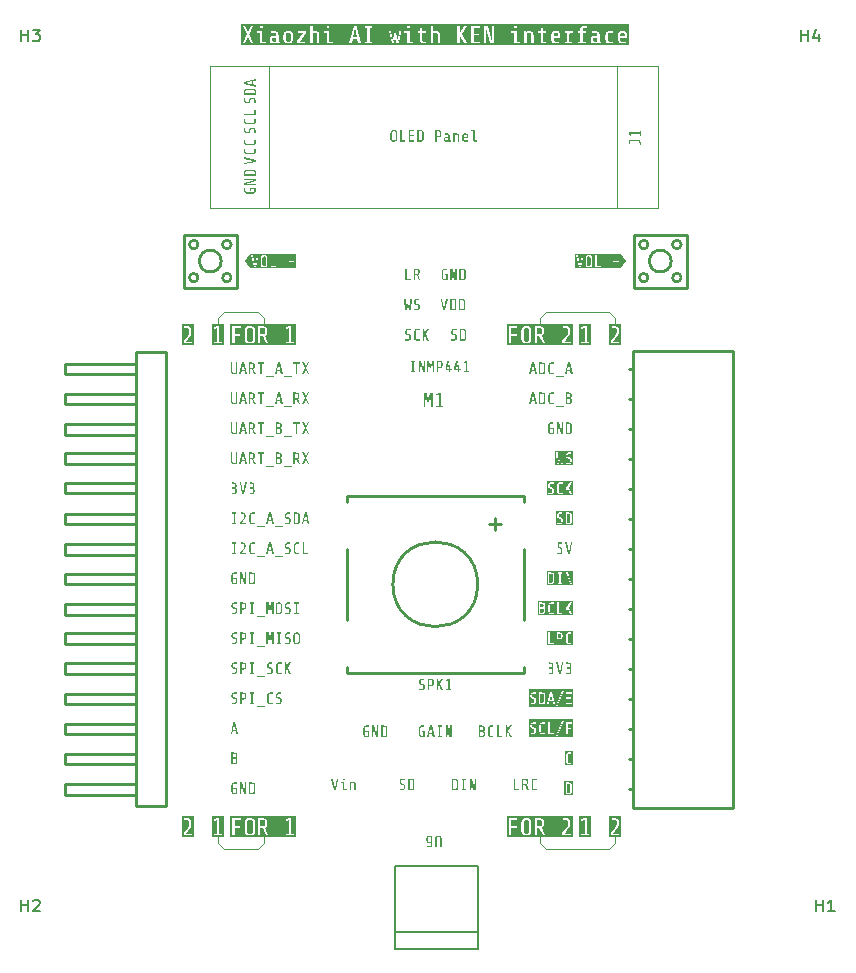
<source format=gbr>
%TF.GenerationSoftware,KiCad,Pcbnew,9.0.6*%
%TF.CreationDate,2026-01-25T13:50:41+09:00*%
%TF.ProjectId,xiaozhi-with-ken-interface,7869616f-7a68-4692-9d77-6974682d6b65,rev?*%
%TF.SameCoordinates,Original*%
%TF.FileFunction,Legend,Top*%
%TF.FilePolarity,Positive*%
%FSLAX46Y46*%
G04 Gerber Fmt 4.6, Leading zero omitted, Abs format (unit mm)*
G04 Created by KiCad (PCBNEW 9.0.6) date 2026-01-25 13:50:41*
%MOMM*%
%LPD*%
G01*
G04 APERTURE LIST*
%ADD10C,0.120000*%
%ADD11C,0.150000*%
%ADD12C,0.200000*%
%ADD13C,0.203200*%
%ADD14C,0.152400*%
%ADD15C,0.250000*%
%ADD16C,0.000000*%
%ADD17C,0.040000*%
G04 APERTURE END LIST*
D10*
X98552000Y-112014000D02*
X93218000Y-112014000D01*
X99060000Y-111506000D02*
X98552000Y-112014000D01*
X65913000Y-66548000D02*
X68834000Y-66548000D01*
X92710000Y-111506000D02*
X92710000Y-110998000D01*
X69342000Y-110998000D02*
X69342000Y-111506000D01*
X68834000Y-66548000D02*
X69342000Y-67056000D01*
X92710000Y-67056000D02*
X93218000Y-66548000D01*
X69342000Y-67056000D02*
X69342000Y-67564000D01*
X92710000Y-67564000D02*
X92710000Y-67056000D01*
X99060000Y-67056000D02*
X99060000Y-67564000D01*
X93218000Y-66548000D02*
X98552000Y-66548000D01*
X65405000Y-111506000D02*
X65405000Y-110998000D01*
X65405000Y-67564000D02*
X65405000Y-67056000D01*
X65913000Y-112014000D02*
X65405000Y-111506000D01*
X65405000Y-67056000D02*
X65913000Y-66548000D01*
X99060000Y-110998000D02*
X99060000Y-111506000D01*
X98552000Y-66548000D02*
X99060000Y-67056000D01*
X93218000Y-112014000D02*
X92710000Y-111506000D01*
X68834000Y-112014000D02*
X65913000Y-112014000D01*
X69342000Y-111506000D02*
X68834000Y-112014000D01*
D11*
G36*
X97038010Y-111025167D02*
G01*
X96001165Y-111025167D01*
X96001165Y-109493518D01*
X96167832Y-109493518D01*
X96167832Y-109663602D01*
X96463946Y-109554426D01*
X96463946Y-110700963D01*
X96188806Y-110700963D01*
X96188806Y-110858500D01*
X96871343Y-110858500D01*
X96871343Y-110700963D01*
X96642365Y-110700963D01*
X96642365Y-109388463D01*
X96442880Y-109388463D01*
X96167832Y-109493518D01*
X96001165Y-109493518D01*
X96001165Y-109221796D01*
X97038010Y-109221796D01*
X97038010Y-111025167D01*
G37*
G36*
X66737416Y-86926784D02*
G01*
X66737416Y-86151191D01*
X66611387Y-86151191D01*
X66611387Y-86048975D01*
X66985200Y-86048975D01*
X66985200Y-86151191D01*
X66859171Y-86151191D01*
X66859171Y-86926784D01*
X66985200Y-86926784D01*
X66985200Y-87029000D01*
X66611387Y-87029000D01*
X66611387Y-86926784D01*
X66737416Y-86926784D01*
G37*
G36*
X67547203Y-86586615D02*
G01*
X67608081Y-86494901D01*
X67621700Y-86467080D01*
X67629757Y-86439642D01*
X67633741Y-86408463D01*
X67635375Y-86358370D01*
X67635375Y-86260428D01*
X67631787Y-86232844D01*
X67621222Y-86208404D01*
X67603196Y-86186240D01*
X67580087Y-86169391D01*
X67552500Y-86159049D01*
X67519176Y-86155404D01*
X67351198Y-86155404D01*
X67351198Y-86048975D01*
X67505193Y-86048975D01*
X67566419Y-86053252D01*
X67616764Y-86065147D01*
X67658148Y-86083684D01*
X67692100Y-86108509D01*
X67719397Y-86140191D01*
X67739597Y-86179338D01*
X67752530Y-86227559D01*
X67757191Y-86286990D01*
X67757191Y-86345791D01*
X67754433Y-86412510D01*
X67747360Y-86459242D01*
X67735220Y-86500893D01*
X67719394Y-86536240D01*
X67659189Y-86630029D01*
X67452010Y-86922571D01*
X67785218Y-86922571D01*
X67785218Y-87029000D01*
X67323172Y-87029000D01*
X67323172Y-86905779D01*
X67547203Y-86586615D01*
G37*
G36*
X68335986Y-87029000D02*
G01*
X68274756Y-87024726D01*
X68224410Y-87012842D01*
X68183027Y-86994323D01*
X68149079Y-86969526D01*
X68121780Y-86937816D01*
X68101579Y-86898647D01*
X68088648Y-86850414D01*
X68083988Y-86790985D01*
X68083988Y-86286990D01*
X68088649Y-86227559D01*
X68101582Y-86179338D01*
X68121783Y-86140191D01*
X68149079Y-86108509D01*
X68183031Y-86083684D01*
X68224415Y-86065147D01*
X68274760Y-86053252D01*
X68335986Y-86048975D01*
X68534799Y-86048975D01*
X68534799Y-86155404D01*
X68322003Y-86155404D01*
X68288719Y-86159046D01*
X68261128Y-86169386D01*
X68237983Y-86186240D01*
X68219957Y-86208404D01*
X68209392Y-86232844D01*
X68205804Y-86260428D01*
X68205804Y-86817607D01*
X68209392Y-86845191D01*
X68219957Y-86869631D01*
X68237983Y-86891796D01*
X68261124Y-86908614D01*
X68288714Y-86918935D01*
X68322003Y-86922571D01*
X68534799Y-86922571D01*
X68534799Y-87029000D01*
X68335986Y-87029000D01*
G37*
G36*
X69417371Y-87161990D02*
G01*
X69417371Y-87267014D01*
X68711814Y-87267014D01*
X68711814Y-87161990D01*
X69417371Y-87161990D01*
G37*
G36*
X70134773Y-87029000D02*
G01*
X70010209Y-87029000D01*
X69957025Y-86781215D01*
X69684023Y-86781215D01*
X69629374Y-87029000D01*
X69504810Y-87029000D01*
X69589990Y-86676191D01*
X69706371Y-86676191D01*
X69934616Y-86676191D01*
X69819822Y-86141421D01*
X69706371Y-86676191D01*
X69589990Y-86676191D01*
X69741420Y-86048975D01*
X69902376Y-86048975D01*
X70134773Y-87029000D01*
G37*
G36*
X70927769Y-87161990D02*
G01*
X70927769Y-87267014D01*
X70222212Y-87267014D01*
X70222212Y-87161990D01*
X70927769Y-87161990D01*
G37*
G36*
X71566769Y-86790985D02*
G01*
X71562109Y-86850414D01*
X71549178Y-86898647D01*
X71528976Y-86937816D01*
X71501678Y-86969526D01*
X71467730Y-86994323D01*
X71426347Y-87012842D01*
X71376001Y-87024726D01*
X71314771Y-87029000D01*
X71116019Y-87029000D01*
X71116019Y-86922571D01*
X71328815Y-86922571D01*
X71362102Y-86918933D01*
X71389671Y-86908612D01*
X71412774Y-86891796D01*
X71430837Y-86869627D01*
X71441420Y-86845187D01*
X71445014Y-86817607D01*
X71445014Y-86671978D01*
X71439273Y-86633104D01*
X71423276Y-86604139D01*
X71407117Y-86590151D01*
X71385950Y-86581377D01*
X71358185Y-86578188D01*
X71316176Y-86578188D01*
X71264937Y-86574018D01*
X71221431Y-86562205D01*
X71184268Y-86543326D01*
X71152411Y-86517311D01*
X71127207Y-86485245D01*
X71108489Y-86446091D01*
X71096510Y-86398369D01*
X71092205Y-86340174D01*
X71092205Y-86286990D01*
X71096866Y-86227559D01*
X71109799Y-86179338D01*
X71130000Y-86140191D01*
X71157296Y-86108509D01*
X71191248Y-86083684D01*
X71232632Y-86065147D01*
X71282977Y-86053252D01*
X71344203Y-86048975D01*
X71544421Y-86048975D01*
X71544421Y-86155404D01*
X71330220Y-86155404D01*
X71296896Y-86159049D01*
X71269309Y-86169391D01*
X71246200Y-86186240D01*
X71228174Y-86208404D01*
X71217609Y-86232844D01*
X71214021Y-86260428D01*
X71214021Y-86366796D01*
X71221158Y-86406903D01*
X71241987Y-86438909D01*
X71262241Y-86454687D01*
X71286144Y-86464258D01*
X71314771Y-86467607D01*
X71356781Y-86467607D01*
X71420661Y-86474568D01*
X71471208Y-86493950D01*
X71511448Y-86525004D01*
X71534293Y-86555060D01*
X71551522Y-86592802D01*
X71562705Y-86639934D01*
X71566769Y-86698600D01*
X71566769Y-86790985D01*
G37*
G36*
X72111980Y-87029000D02*
G01*
X72050751Y-87024726D01*
X72000404Y-87012842D01*
X71959021Y-86994323D01*
X71925073Y-86969526D01*
X71897775Y-86937816D01*
X71877574Y-86898647D01*
X71864643Y-86850414D01*
X71859982Y-86790985D01*
X71859982Y-86286990D01*
X71864644Y-86227559D01*
X71877576Y-86179338D01*
X71897777Y-86140191D01*
X71925073Y-86108509D01*
X71959025Y-86083684D01*
X72000410Y-86065147D01*
X72050755Y-86053252D01*
X72111980Y-86048975D01*
X72310794Y-86048975D01*
X72310794Y-86155404D01*
X72097997Y-86155404D01*
X72064713Y-86159046D01*
X72037123Y-86169386D01*
X72013978Y-86186240D01*
X71995951Y-86208404D01*
X71985386Y-86232844D01*
X71981799Y-86260428D01*
X71981799Y-86817607D01*
X71985386Y-86845191D01*
X71995951Y-86869631D01*
X72013978Y-86891796D01*
X72037118Y-86908614D01*
X72064709Y-86918935D01*
X72097997Y-86922571D01*
X72310794Y-86922571D01*
X72310794Y-87029000D01*
X72111980Y-87029000D01*
G37*
G36*
X72745363Y-86048975D02*
G01*
X72745363Y-86922571D01*
X73057566Y-86922571D01*
X73057566Y-87029000D01*
X72623608Y-87029000D01*
X72623608Y-86048975D01*
X72745363Y-86048975D01*
G37*
G36*
X68233746Y-109553574D02*
G01*
X68275127Y-109569087D01*
X68309790Y-109594360D01*
X68336830Y-109627607D01*
X68352677Y-109664267D01*
X68358059Y-109705643D01*
X68358059Y-110541411D01*
X68352677Y-110582787D01*
X68336830Y-110619447D01*
X68309790Y-110652694D01*
X68275134Y-110677914D01*
X68233753Y-110693398D01*
X68183761Y-110698856D01*
X68057823Y-110698856D01*
X68007832Y-110693398D01*
X67966451Y-110677914D01*
X67931794Y-110652694D01*
X67904755Y-110619447D01*
X67888908Y-110582787D01*
X67883526Y-110541411D01*
X67883526Y-109705643D01*
X67888908Y-109664267D01*
X67904755Y-109627607D01*
X67931794Y-109594360D01*
X67966458Y-109569087D01*
X68007839Y-109553574D01*
X68057823Y-109548106D01*
X68183761Y-109548106D01*
X68233746Y-109553574D01*
G37*
G36*
X69305689Y-109550667D02*
G01*
X69343325Y-109563052D01*
X69370140Y-109581720D01*
X69389338Y-109608015D01*
X69402063Y-109645268D01*
X69406868Y-109697216D01*
X69406868Y-109938742D01*
X69402088Y-109990699D01*
X69389380Y-110028343D01*
X69370140Y-110055246D01*
X69343237Y-110074485D01*
X69305593Y-110087194D01*
X69253636Y-110091974D01*
X69016324Y-110091974D01*
X69016324Y-109546000D01*
X69253636Y-109546000D01*
X69305689Y-109550667D01*
G37*
G36*
X72036602Y-111025167D02*
G01*
X66476899Y-111025167D01*
X66476899Y-110858500D01*
X66643566Y-110858500D01*
X66826290Y-110858500D01*
X66826290Y-110197029D01*
X67292489Y-110197029D01*
X67292489Y-110043705D01*
X66826290Y-110043705D01*
X66826290Y-109745485D01*
X67700801Y-109745485D01*
X67700801Y-110501478D01*
X67707792Y-110590621D01*
X67727188Y-110662971D01*
X67757490Y-110721725D01*
X67798438Y-110769290D01*
X67849360Y-110806485D01*
X67911434Y-110834264D01*
X67986954Y-110852090D01*
X68078798Y-110858500D01*
X68162787Y-110858500D01*
X68254631Y-110852090D01*
X68330151Y-110834264D01*
X68392225Y-110806485D01*
X68443147Y-110769290D01*
X68484094Y-110721725D01*
X68514396Y-110662971D01*
X68533793Y-110590621D01*
X68540783Y-110501478D01*
X68540783Y-110091974D01*
X68833600Y-110091974D01*
X68833600Y-110858500D01*
X69016324Y-110858500D01*
X69016324Y-110249510D01*
X69222129Y-110249510D01*
X69492964Y-110858500D01*
X69692541Y-110858500D01*
X69400640Y-110213790D01*
X69468277Y-110183370D01*
X69519460Y-110140576D01*
X69556832Y-110084354D01*
X69580827Y-110011620D01*
X69589592Y-109917676D01*
X69589592Y-109716084D01*
X69582923Y-109630863D01*
X69564591Y-109563157D01*
X69536229Y-109509483D01*
X69521854Y-109493518D01*
X71166424Y-109493518D01*
X71166424Y-109663602D01*
X71462538Y-109554426D01*
X71462538Y-110700963D01*
X71187399Y-110700963D01*
X71187399Y-110858500D01*
X71869935Y-110858500D01*
X71869935Y-110700963D01*
X71640958Y-110700963D01*
X71640958Y-109388463D01*
X71441472Y-109388463D01*
X71166424Y-109493518D01*
X69521854Y-109493518D01*
X69498185Y-109467231D01*
X69432709Y-109425744D01*
X69344981Y-109398555D01*
X69228357Y-109388463D01*
X68833600Y-109388463D01*
X68833600Y-110091974D01*
X68540783Y-110091974D01*
X68540783Y-109745485D01*
X68533791Y-109656339D01*
X68514393Y-109584007D01*
X68484091Y-109525286D01*
X68443147Y-109477764D01*
X68392219Y-109440527D01*
X68330142Y-109412721D01*
X68254624Y-109394878D01*
X68162787Y-109388463D01*
X68078798Y-109388463D01*
X67986960Y-109394878D01*
X67911442Y-109412721D01*
X67849366Y-109440527D01*
X67798438Y-109477764D01*
X67757493Y-109525286D01*
X67727192Y-109584007D01*
X67707793Y-109656339D01*
X67703926Y-109705643D01*
X67700801Y-109745485D01*
X66826290Y-109745485D01*
X66826290Y-109541786D01*
X67344970Y-109541786D01*
X67344970Y-109388463D01*
X66643566Y-109388463D01*
X66643566Y-110858500D01*
X66476899Y-110858500D01*
X66476899Y-109221796D01*
X72036602Y-109221796D01*
X72036602Y-111025167D01*
G37*
G36*
X66885001Y-103835642D02*
G01*
X66944028Y-103853234D01*
X66985872Y-103879411D01*
X67009694Y-103906372D01*
X67027758Y-103941840D01*
X67039628Y-103987928D01*
X67044002Y-104047389D01*
X67044002Y-104127196D01*
X67038784Y-104179732D01*
X67024056Y-104223169D01*
X67000347Y-104259398D01*
X66967004Y-104289617D01*
X67006339Y-104318802D01*
X67034231Y-104355973D01*
X67051702Y-104402718D01*
X67057985Y-104461808D01*
X67057985Y-104587777D01*
X67053749Y-104649060D01*
X67042323Y-104696103D01*
X67025101Y-104731852D01*
X67002664Y-104758624D01*
X66974054Y-104778791D01*
X66935810Y-104794537D01*
X66885451Y-104805079D01*
X66819970Y-104809000D01*
X66540007Y-104809000D01*
X66540007Y-104703975D01*
X66661823Y-104703975D01*
X66832610Y-104703975D01*
X66867253Y-104700807D01*
X66892632Y-104692346D01*
X66911012Y-104679490D01*
X66924255Y-104661490D01*
X66932963Y-104636389D01*
X66936230Y-104601821D01*
X66936230Y-104449230D01*
X66932895Y-104419591D01*
X66923487Y-104395501D01*
X66908203Y-104375713D01*
X66888022Y-104360829D01*
X66863684Y-104351662D01*
X66834014Y-104348419D01*
X66661823Y-104348419D01*
X66661823Y-104703975D01*
X66540007Y-104703975D01*
X66540007Y-104243394D01*
X66661823Y-104243394D01*
X66819970Y-104243394D01*
X66860192Y-104236280D01*
X66892755Y-104215428D01*
X66908894Y-104195087D01*
X66918727Y-104170732D01*
X66922186Y-104141178D01*
X66922186Y-104034811D01*
X66918982Y-104000179D01*
X66910499Y-103975343D01*
X66897700Y-103957813D01*
X66879822Y-103945370D01*
X66854714Y-103937113D01*
X66819970Y-103934000D01*
X66661823Y-103934000D01*
X66661823Y-104243394D01*
X66540007Y-104243394D01*
X66540007Y-103828975D01*
X66803178Y-103828975D01*
X66885001Y-103835642D01*
G37*
G36*
X91652755Y-67897574D02*
G01*
X91694136Y-67913087D01*
X91728799Y-67938360D01*
X91755839Y-67971607D01*
X91771686Y-68008267D01*
X91777068Y-68049643D01*
X91777068Y-68885411D01*
X91771686Y-68926787D01*
X91755839Y-68963447D01*
X91728799Y-68996694D01*
X91694143Y-69021914D01*
X91652762Y-69037398D01*
X91602770Y-69042856D01*
X91476832Y-69042856D01*
X91426841Y-69037398D01*
X91385460Y-69021914D01*
X91350803Y-68996694D01*
X91323764Y-68963447D01*
X91307917Y-68926787D01*
X91302535Y-68885411D01*
X91302535Y-68049643D01*
X91307917Y-68008267D01*
X91323764Y-67971607D01*
X91350803Y-67938360D01*
X91385467Y-67913087D01*
X91426848Y-67897574D01*
X91476832Y-67892106D01*
X91602770Y-67892106D01*
X91652755Y-67897574D01*
G37*
G36*
X92724698Y-67894667D02*
G01*
X92762334Y-67907052D01*
X92789149Y-67925720D01*
X92808347Y-67952015D01*
X92821072Y-67989268D01*
X92825877Y-68041216D01*
X92825877Y-68282742D01*
X92821097Y-68334699D01*
X92808389Y-68372343D01*
X92789149Y-68399246D01*
X92762246Y-68418485D01*
X92724602Y-68431194D01*
X92672645Y-68435974D01*
X92435333Y-68435974D01*
X92435333Y-67890000D01*
X92672645Y-67890000D01*
X92724698Y-67894667D01*
G37*
G36*
X95451398Y-69369167D02*
G01*
X89895908Y-69369167D01*
X89895908Y-69202500D01*
X90062575Y-69202500D01*
X90245299Y-69202500D01*
X90245299Y-68541029D01*
X90711498Y-68541029D01*
X90711498Y-68387705D01*
X90245299Y-68387705D01*
X90245299Y-68089485D01*
X91119810Y-68089485D01*
X91119810Y-68845478D01*
X91126801Y-68934621D01*
X91146197Y-69006971D01*
X91176499Y-69065725D01*
X91217447Y-69113290D01*
X91268369Y-69150485D01*
X91330443Y-69178264D01*
X91405963Y-69196090D01*
X91497807Y-69202500D01*
X91581796Y-69202500D01*
X91673640Y-69196090D01*
X91749160Y-69178264D01*
X91811234Y-69150485D01*
X91862156Y-69113290D01*
X91903103Y-69065725D01*
X91933405Y-69006971D01*
X91952802Y-68934621D01*
X91959792Y-68845478D01*
X91959792Y-68435974D01*
X92252609Y-68435974D01*
X92252609Y-69202500D01*
X92435333Y-69202500D01*
X92435333Y-68593510D01*
X92641138Y-68593510D01*
X92911973Y-69202500D01*
X93111550Y-69202500D01*
X93027865Y-69017669D01*
X94591662Y-69017669D01*
X94591662Y-69202500D01*
X95284731Y-69202500D01*
X95284731Y-69042856D01*
X94784919Y-69042856D01*
X95095687Y-68604043D01*
X95185996Y-68463360D01*
X95209733Y-68410340D01*
X95227945Y-68347863D01*
X95238554Y-68277765D01*
X95242691Y-68177687D01*
X95242691Y-68089485D01*
X95235699Y-68000339D01*
X95216300Y-67928007D01*
X95185999Y-67869286D01*
X95145055Y-67821764D01*
X95094127Y-67784527D01*
X95032050Y-67756721D01*
X94956532Y-67738878D01*
X94864694Y-67732463D01*
X94633702Y-67732463D01*
X94633702Y-67892106D01*
X94885669Y-67892106D01*
X94935654Y-67897574D01*
X94977035Y-67913087D01*
X95011698Y-67938360D01*
X95038738Y-67971607D01*
X95054585Y-68008267D01*
X95059967Y-68049643D01*
X95059967Y-68196555D01*
X95057516Y-68271695D01*
X95051540Y-68318463D01*
X95039455Y-68359620D01*
X95019025Y-68401352D01*
X94927709Y-68538922D01*
X94591662Y-69017669D01*
X93027865Y-69017669D01*
X92819649Y-68557790D01*
X92887286Y-68527370D01*
X92938469Y-68484576D01*
X92975841Y-68428354D01*
X92999836Y-68355620D01*
X93008601Y-68261676D01*
X93008601Y-68060084D01*
X93001932Y-67974863D01*
X92983600Y-67907157D01*
X92955238Y-67853483D01*
X92917194Y-67811231D01*
X92851718Y-67769744D01*
X92763990Y-67742555D01*
X92647366Y-67732463D01*
X92252609Y-67732463D01*
X92252609Y-68435974D01*
X91959792Y-68435974D01*
X91959792Y-68089485D01*
X91952800Y-68000339D01*
X91933402Y-67928007D01*
X91903100Y-67869286D01*
X91862156Y-67821764D01*
X91811228Y-67784527D01*
X91749151Y-67756721D01*
X91673633Y-67738878D01*
X91581796Y-67732463D01*
X91497807Y-67732463D01*
X91405969Y-67738878D01*
X91330451Y-67756721D01*
X91268375Y-67784527D01*
X91217447Y-67821764D01*
X91176502Y-67869286D01*
X91146201Y-67928007D01*
X91126802Y-68000339D01*
X91122935Y-68049643D01*
X91119810Y-68089485D01*
X90245299Y-68089485D01*
X90245299Y-67885786D01*
X90763979Y-67885786D01*
X90763979Y-67732463D01*
X90062575Y-67732463D01*
X90062575Y-69202500D01*
X89895908Y-69202500D01*
X89895908Y-67565796D01*
X95451398Y-67565796D01*
X95451398Y-69369167D01*
G37*
G36*
X66804583Y-107349000D02*
G01*
X66743389Y-107344728D01*
X66693050Y-107332847D01*
X66651654Y-107314328D01*
X66617676Y-107289526D01*
X66590378Y-107257816D01*
X66570177Y-107218647D01*
X66557246Y-107170414D01*
X66552585Y-107110985D01*
X66552585Y-106606990D01*
X66557247Y-106547559D01*
X66570179Y-106499338D01*
X66590380Y-106460191D01*
X66617676Y-106428509D01*
X66651658Y-106403680D01*
X66693056Y-106385143D01*
X66743394Y-106373250D01*
X66804583Y-106368975D01*
X67001992Y-106368975D01*
X67001992Y-106475404D01*
X66790600Y-106475404D01*
X66757316Y-106479046D01*
X66729726Y-106489386D01*
X66706580Y-106506240D01*
X66688554Y-106528404D01*
X66677989Y-106552844D01*
X66674401Y-106580428D01*
X66674401Y-107137607D01*
X66677989Y-107165191D01*
X66688554Y-107189631D01*
X66706580Y-107211796D01*
X66729721Y-107228614D01*
X66757312Y-107238935D01*
X66790600Y-107242571D01*
X66927803Y-107242571D01*
X66927803Y-106938794D01*
X66805987Y-106938794D01*
X66805987Y-106833769D01*
X67044002Y-106833769D01*
X67044002Y-107349000D01*
X66804583Y-107349000D01*
G37*
G36*
X67400169Y-107349000D02*
G01*
X67286779Y-107349000D01*
X67286779Y-106368975D01*
X67485593Y-106368975D01*
X67706816Y-107245379D01*
X67706816Y-106368975D01*
X67820206Y-106368975D01*
X67820206Y-107349000D01*
X67619988Y-107349000D01*
X67400169Y-106472595D01*
X67400169Y-107349000D01*
G37*
G36*
X68400516Y-106375595D02*
G01*
X68462391Y-106393326D01*
X68508177Y-106420083D01*
X68534995Y-106447831D01*
X68554954Y-106483597D01*
X68567877Y-106529260D01*
X68572596Y-106587389D01*
X68572596Y-107127777D01*
X68568360Y-107189060D01*
X68556934Y-107236103D01*
X68539712Y-107271852D01*
X68517275Y-107298624D01*
X68488665Y-107318791D01*
X68450421Y-107334537D01*
X68400062Y-107345079D01*
X68334581Y-107349000D01*
X68046191Y-107349000D01*
X68046191Y-107243975D01*
X68168008Y-107243975D01*
X68347221Y-107243975D01*
X68381864Y-107240805D01*
X68407219Y-107232343D01*
X68425562Y-107219490D01*
X68438805Y-107201490D01*
X68447512Y-107176389D01*
X68450780Y-107141821D01*
X68450780Y-106574811D01*
X68447444Y-106545172D01*
X68438037Y-106521082D01*
X68422753Y-106501294D01*
X68402610Y-106486412D01*
X68378294Y-106477244D01*
X68348625Y-106474000D01*
X68168008Y-106474000D01*
X68168008Y-107243975D01*
X68046191Y-107243975D01*
X68046191Y-106368975D01*
X68317789Y-106368975D01*
X68400516Y-106375595D01*
G37*
G36*
X65923010Y-69369167D02*
G01*
X64886165Y-69369167D01*
X64886165Y-67837518D01*
X65052832Y-67837518D01*
X65052832Y-68007602D01*
X65348946Y-67898426D01*
X65348946Y-69044963D01*
X65073806Y-69044963D01*
X65073806Y-69202500D01*
X65756343Y-69202500D01*
X65756343Y-69044963D01*
X65527365Y-69044963D01*
X65527365Y-67732463D01*
X65327880Y-67732463D01*
X65052832Y-67837518D01*
X64886165Y-67837518D01*
X64886165Y-67565796D01*
X65923010Y-67565796D01*
X65923010Y-69369167D01*
G37*
G36*
X92930101Y-98857244D02*
G01*
X92954417Y-98866412D01*
X92974560Y-98881294D01*
X92989844Y-98901082D01*
X92999252Y-98925172D01*
X93002587Y-98954811D01*
X93002587Y-99521821D01*
X92999320Y-99556389D01*
X92990612Y-99581490D01*
X92977369Y-99599490D01*
X92959026Y-99612343D01*
X92933671Y-99620805D01*
X92899028Y-99623975D01*
X92719815Y-99623975D01*
X92719815Y-98854000D01*
X92900432Y-98854000D01*
X92930101Y-98857244D01*
G37*
G36*
X93731224Y-99376191D02*
G01*
X93502979Y-99376191D01*
X93616430Y-98841421D01*
X93731224Y-99376191D01*
G37*
G36*
X95471740Y-99994106D02*
G01*
X91756907Y-99994106D01*
X91756907Y-99882995D01*
X94063578Y-99882995D01*
X94181181Y-99882995D01*
X94240774Y-99729000D01*
X94893026Y-99729000D01*
X95360629Y-99729000D01*
X95360629Y-99626784D01*
X95014781Y-99626784D01*
X95014781Y-99273975D01*
X95325581Y-99273975D01*
X95325581Y-99171821D01*
X95014781Y-99171821D01*
X95014781Y-98851191D01*
X95360629Y-98851191D01*
X95360629Y-98748975D01*
X94893026Y-98748975D01*
X94893026Y-99729000D01*
X94240774Y-99729000D01*
X94679619Y-98594980D01*
X94562016Y-98594980D01*
X94063578Y-99882995D01*
X91756907Y-99882995D01*
X91756907Y-98986990D01*
X91868018Y-98986990D01*
X91868018Y-99040174D01*
X91872323Y-99098369D01*
X91884302Y-99146091D01*
X91903020Y-99185245D01*
X91928224Y-99217311D01*
X91960080Y-99243326D01*
X91997244Y-99262205D01*
X92040750Y-99274018D01*
X92091988Y-99278188D01*
X92133998Y-99278188D01*
X92161762Y-99281377D01*
X92182930Y-99290151D01*
X92199089Y-99304139D01*
X92215086Y-99333104D01*
X92220827Y-99371978D01*
X92220827Y-99517607D01*
X92217233Y-99545187D01*
X92206650Y-99569627D01*
X92188586Y-99591796D01*
X92165483Y-99608612D01*
X92137915Y-99618933D01*
X92104628Y-99622571D01*
X91891831Y-99622571D01*
X91891831Y-99729000D01*
X92090584Y-99729000D01*
X92151813Y-99724726D01*
X92202160Y-99712842D01*
X92243543Y-99694323D01*
X92277491Y-99669526D01*
X92304789Y-99637816D01*
X92311927Y-99623975D01*
X92597999Y-99623975D01*
X92597999Y-99729000D01*
X92886388Y-99729000D01*
X93301418Y-99729000D01*
X93425982Y-99729000D01*
X93480631Y-99481215D01*
X93753634Y-99481215D01*
X93806817Y-99729000D01*
X93931381Y-99729000D01*
X93698984Y-98748975D01*
X93538028Y-98748975D01*
X93386598Y-99376191D01*
X93301418Y-99729000D01*
X92886388Y-99729000D01*
X92951870Y-99725079D01*
X93002228Y-99714537D01*
X93040472Y-99698791D01*
X93069082Y-99678624D01*
X93091520Y-99651852D01*
X93108741Y-99616103D01*
X93120167Y-99569060D01*
X93124403Y-99507777D01*
X93124403Y-98967389D01*
X93119684Y-98909260D01*
X93106761Y-98863597D01*
X93086802Y-98827831D01*
X93059984Y-98800083D01*
X93014198Y-98773326D01*
X92952323Y-98755595D01*
X92869597Y-98748975D01*
X92597999Y-98748975D01*
X92597999Y-99623975D01*
X92311927Y-99623975D01*
X92324990Y-99598647D01*
X92337921Y-99550414D01*
X92342582Y-99490985D01*
X92342582Y-99398600D01*
X92338518Y-99339934D01*
X92327335Y-99292802D01*
X92310106Y-99255060D01*
X92287261Y-99225004D01*
X92247021Y-99193950D01*
X92196474Y-99174568D01*
X92132594Y-99167607D01*
X92090584Y-99167607D01*
X92061957Y-99164258D01*
X92038054Y-99154687D01*
X92017800Y-99138909D01*
X91996970Y-99106903D01*
X91989834Y-99066796D01*
X91989834Y-98960428D01*
X91993422Y-98932844D01*
X92003987Y-98908404D01*
X92022013Y-98886240D01*
X92045122Y-98869391D01*
X92072709Y-98859049D01*
X92106032Y-98855404D01*
X92320233Y-98855404D01*
X92320233Y-98748975D01*
X92120015Y-98748975D01*
X92058790Y-98753252D01*
X92008445Y-98765147D01*
X91967061Y-98783684D01*
X91933108Y-98808509D01*
X91905812Y-98840191D01*
X91885611Y-98879338D01*
X91872679Y-98927559D01*
X91868018Y-98986990D01*
X91756907Y-98986990D01*
X91756907Y-98483869D01*
X95471740Y-98483869D01*
X95471740Y-99994106D01*
G37*
G36*
X91652755Y-109553574D02*
G01*
X91694136Y-109569087D01*
X91728799Y-109594360D01*
X91755839Y-109627607D01*
X91771686Y-109664267D01*
X91777068Y-109705643D01*
X91777068Y-110541411D01*
X91771686Y-110582787D01*
X91755839Y-110619447D01*
X91728799Y-110652694D01*
X91694143Y-110677914D01*
X91652762Y-110693398D01*
X91602770Y-110698856D01*
X91476832Y-110698856D01*
X91426841Y-110693398D01*
X91385460Y-110677914D01*
X91350803Y-110652694D01*
X91323764Y-110619447D01*
X91307917Y-110582787D01*
X91302535Y-110541411D01*
X91302535Y-109705643D01*
X91307917Y-109664267D01*
X91323764Y-109627607D01*
X91350803Y-109594360D01*
X91385467Y-109569087D01*
X91426848Y-109553574D01*
X91476832Y-109548106D01*
X91602770Y-109548106D01*
X91652755Y-109553574D01*
G37*
G36*
X92724698Y-109550667D02*
G01*
X92762334Y-109563052D01*
X92789149Y-109581720D01*
X92808347Y-109608015D01*
X92821072Y-109645268D01*
X92825877Y-109697216D01*
X92825877Y-109938742D01*
X92821097Y-109990699D01*
X92808389Y-110028343D01*
X92789149Y-110055246D01*
X92762246Y-110074485D01*
X92724602Y-110087194D01*
X92672645Y-110091974D01*
X92435333Y-110091974D01*
X92435333Y-109546000D01*
X92672645Y-109546000D01*
X92724698Y-109550667D01*
G37*
G36*
X95451398Y-111025167D02*
G01*
X89895908Y-111025167D01*
X89895908Y-110858500D01*
X90062575Y-110858500D01*
X90245299Y-110858500D01*
X90245299Y-110197029D01*
X90711498Y-110197029D01*
X90711498Y-110043705D01*
X90245299Y-110043705D01*
X90245299Y-109745485D01*
X91119810Y-109745485D01*
X91119810Y-110501478D01*
X91126801Y-110590621D01*
X91146197Y-110662971D01*
X91176499Y-110721725D01*
X91217447Y-110769290D01*
X91268369Y-110806485D01*
X91330443Y-110834264D01*
X91405963Y-110852090D01*
X91497807Y-110858500D01*
X91581796Y-110858500D01*
X91673640Y-110852090D01*
X91749160Y-110834264D01*
X91811234Y-110806485D01*
X91862156Y-110769290D01*
X91903103Y-110721725D01*
X91933405Y-110662971D01*
X91952802Y-110590621D01*
X91959792Y-110501478D01*
X91959792Y-110091974D01*
X92252609Y-110091974D01*
X92252609Y-110858500D01*
X92435333Y-110858500D01*
X92435333Y-110249510D01*
X92641138Y-110249510D01*
X92911973Y-110858500D01*
X93111550Y-110858500D01*
X93027865Y-110673669D01*
X94591662Y-110673669D01*
X94591662Y-110858500D01*
X95284731Y-110858500D01*
X95284731Y-110698856D01*
X94784919Y-110698856D01*
X95095687Y-110260043D01*
X95185996Y-110119360D01*
X95209733Y-110066340D01*
X95227945Y-110003863D01*
X95238554Y-109933765D01*
X95242691Y-109833687D01*
X95242691Y-109745485D01*
X95235699Y-109656339D01*
X95216300Y-109584007D01*
X95185999Y-109525286D01*
X95145055Y-109477764D01*
X95094127Y-109440527D01*
X95032050Y-109412721D01*
X94956532Y-109394878D01*
X94864694Y-109388463D01*
X94633702Y-109388463D01*
X94633702Y-109548106D01*
X94885669Y-109548106D01*
X94935654Y-109553574D01*
X94977035Y-109569087D01*
X95011698Y-109594360D01*
X95038738Y-109627607D01*
X95054585Y-109664267D01*
X95059967Y-109705643D01*
X95059967Y-109852555D01*
X95057516Y-109927695D01*
X95051540Y-109974463D01*
X95039455Y-110015620D01*
X95019025Y-110057352D01*
X94927709Y-110194922D01*
X94591662Y-110673669D01*
X93027865Y-110673669D01*
X92819649Y-110213790D01*
X92887286Y-110183370D01*
X92938469Y-110140576D01*
X92975841Y-110084354D01*
X92999836Y-110011620D01*
X93008601Y-109917676D01*
X93008601Y-109716084D01*
X93001932Y-109630863D01*
X92983600Y-109563157D01*
X92955238Y-109509483D01*
X92917194Y-109467231D01*
X92851718Y-109425744D01*
X92763990Y-109398555D01*
X92647366Y-109388463D01*
X92252609Y-109388463D01*
X92252609Y-110091974D01*
X91959792Y-110091974D01*
X91959792Y-109745485D01*
X91952800Y-109656339D01*
X91933402Y-109584007D01*
X91903100Y-109525286D01*
X91862156Y-109477764D01*
X91811228Y-109440527D01*
X91749151Y-109412721D01*
X91673633Y-109394878D01*
X91581796Y-109388463D01*
X91497807Y-109388463D01*
X91405969Y-109394878D01*
X91330451Y-109412721D01*
X91268375Y-109440527D01*
X91217447Y-109477764D01*
X91176502Y-109525286D01*
X91146201Y-109584007D01*
X91126802Y-109656339D01*
X91122935Y-109705643D01*
X91119810Y-109745485D01*
X90245299Y-109745485D01*
X90245299Y-109541786D01*
X90763979Y-109541786D01*
X90763979Y-109388463D01*
X90062575Y-109388463D01*
X90062575Y-110858500D01*
X89895908Y-110858500D01*
X89895908Y-109221796D01*
X95451398Y-109221796D01*
X95451398Y-111025167D01*
G37*
G36*
X67035576Y-99490985D02*
G01*
X67030915Y-99550414D01*
X67017984Y-99598647D01*
X66997783Y-99637816D01*
X66970485Y-99669526D01*
X66936537Y-99694323D01*
X66895154Y-99712842D01*
X66844807Y-99724726D01*
X66783578Y-99729000D01*
X66584825Y-99729000D01*
X66584825Y-99622571D01*
X66797622Y-99622571D01*
X66830909Y-99618933D01*
X66858477Y-99608612D01*
X66881580Y-99591796D01*
X66899644Y-99569627D01*
X66910227Y-99545187D01*
X66913821Y-99517607D01*
X66913821Y-99371978D01*
X66908080Y-99333104D01*
X66892083Y-99304139D01*
X66875924Y-99290151D01*
X66854756Y-99281377D01*
X66826992Y-99278188D01*
X66784982Y-99278188D01*
X66733744Y-99274018D01*
X66690238Y-99262205D01*
X66653074Y-99243326D01*
X66621218Y-99217311D01*
X66596014Y-99185245D01*
X66577296Y-99146091D01*
X66565317Y-99098369D01*
X66561012Y-99040174D01*
X66561012Y-98986990D01*
X66565673Y-98927559D01*
X66578605Y-98879338D01*
X66598806Y-98840191D01*
X66626102Y-98808509D01*
X66660055Y-98783684D01*
X66701439Y-98765147D01*
X66751784Y-98753252D01*
X66813009Y-98748975D01*
X67013227Y-98748975D01*
X67013227Y-98855404D01*
X66799026Y-98855404D01*
X66765703Y-98859049D01*
X66738116Y-98869391D01*
X66715007Y-98886240D01*
X66696981Y-98908404D01*
X66686416Y-98932844D01*
X66682828Y-98960428D01*
X66682828Y-99066796D01*
X66689964Y-99106903D01*
X66710794Y-99138909D01*
X66731048Y-99154687D01*
X66754951Y-99164258D01*
X66783578Y-99167607D01*
X66825588Y-99167607D01*
X66889468Y-99174568D01*
X66940015Y-99193950D01*
X66980255Y-99225004D01*
X67003100Y-99255060D01*
X67020329Y-99292802D01*
X67031512Y-99339934D01*
X67035576Y-99398600D01*
X67035576Y-99490985D01*
G37*
G36*
X67644553Y-98755703D02*
G01*
X67703038Y-98773829D01*
X67746689Y-98801487D01*
X67772052Y-98829655D01*
X67790960Y-98865438D01*
X67803181Y-98910575D01*
X67807627Y-98967389D01*
X67807627Y-99127002D01*
X67803248Y-99183836D01*
X67791185Y-99229272D01*
X67772493Y-99265535D01*
X67747421Y-99294308D01*
X67716140Y-99316568D01*
X67677234Y-99333378D01*
X67629066Y-99344275D01*
X67569613Y-99348225D01*
X67423983Y-99348225D01*
X67423983Y-99729000D01*
X67302228Y-99729000D01*
X67302228Y-99243200D01*
X67423983Y-99243200D01*
X67583595Y-99243200D01*
X67618233Y-99240014D01*
X67643329Y-99231541D01*
X67661265Y-99218715D01*
X67674123Y-99200773D01*
X67682616Y-99175659D01*
X67685811Y-99140985D01*
X67685811Y-98954811D01*
X67682601Y-98920184D01*
X67674098Y-98895349D01*
X67661265Y-98877813D01*
X67643388Y-98865368D01*
X67618297Y-98857111D01*
X67583595Y-98854000D01*
X67423983Y-98854000D01*
X67423983Y-99243200D01*
X67302228Y-99243200D01*
X67302228Y-98748975D01*
X67566804Y-98748975D01*
X67644553Y-98755703D01*
G37*
G36*
X68247814Y-99626784D02*
G01*
X68247814Y-98851191D01*
X68121785Y-98851191D01*
X68121785Y-98748975D01*
X68495598Y-98748975D01*
X68495598Y-98851191D01*
X68369569Y-98851191D01*
X68369569Y-99626784D01*
X68495598Y-99626784D01*
X68495598Y-99729000D01*
X68121785Y-99729000D01*
X68121785Y-99626784D01*
X68247814Y-99626784D01*
G37*
G36*
X69417371Y-99861990D02*
G01*
X69417371Y-99967014D01*
X68711814Y-99967014D01*
X68711814Y-99861990D01*
X69417371Y-99861990D01*
G37*
G36*
X69846383Y-99729000D02*
G01*
X69785154Y-99724726D01*
X69734807Y-99712842D01*
X69693425Y-99694323D01*
X69659476Y-99669526D01*
X69632178Y-99637816D01*
X69611977Y-99598647D01*
X69599046Y-99550414D01*
X69594386Y-99490985D01*
X69594386Y-98986990D01*
X69599047Y-98927559D01*
X69611979Y-98879338D01*
X69632180Y-98840191D01*
X69659476Y-98808509D01*
X69693429Y-98783684D01*
X69734813Y-98765147D01*
X69785158Y-98753252D01*
X69846383Y-98748975D01*
X70045197Y-98748975D01*
X70045197Y-98855404D01*
X69832400Y-98855404D01*
X69799117Y-98859046D01*
X69771526Y-98869386D01*
X69748381Y-98886240D01*
X69730355Y-98908404D01*
X69719790Y-98932844D01*
X69716202Y-98960428D01*
X69716202Y-99517607D01*
X69719790Y-99545191D01*
X69730355Y-99569631D01*
X69748381Y-99591796D01*
X69771522Y-99608614D01*
X69799112Y-99618935D01*
X69832400Y-99622571D01*
X70045197Y-99622571D01*
X70045197Y-99729000D01*
X69846383Y-99729000D01*
G37*
G36*
X70811570Y-99490985D02*
G01*
X70806910Y-99550414D01*
X70793979Y-99598647D01*
X70773778Y-99637816D01*
X70746479Y-99669526D01*
X70712531Y-99694323D01*
X70671148Y-99712842D01*
X70620802Y-99724726D01*
X70559572Y-99729000D01*
X70360820Y-99729000D01*
X70360820Y-99622571D01*
X70573616Y-99622571D01*
X70606903Y-99618933D01*
X70634472Y-99608612D01*
X70657575Y-99591796D01*
X70675638Y-99569627D01*
X70686221Y-99545187D01*
X70689815Y-99517607D01*
X70689815Y-99371978D01*
X70684074Y-99333104D01*
X70668077Y-99304139D01*
X70651918Y-99290151D01*
X70630751Y-99281377D01*
X70602987Y-99278188D01*
X70560977Y-99278188D01*
X70509739Y-99274018D01*
X70466232Y-99262205D01*
X70429069Y-99243326D01*
X70397212Y-99217311D01*
X70372009Y-99185245D01*
X70353291Y-99146091D01*
X70341312Y-99098369D01*
X70337006Y-99040174D01*
X70337006Y-98986990D01*
X70341667Y-98927559D01*
X70354600Y-98879338D01*
X70374801Y-98840191D01*
X70402097Y-98808509D01*
X70436049Y-98783684D01*
X70477433Y-98765147D01*
X70527779Y-98753252D01*
X70589004Y-98748975D01*
X70789222Y-98748975D01*
X70789222Y-98855404D01*
X70575021Y-98855404D01*
X70541698Y-98859049D01*
X70514110Y-98869391D01*
X70491001Y-98886240D01*
X70472975Y-98908404D01*
X70462410Y-98932844D01*
X70458822Y-98960428D01*
X70458822Y-99066796D01*
X70465959Y-99106903D01*
X70486788Y-99138909D01*
X70507042Y-99154687D01*
X70530945Y-99164258D01*
X70559572Y-99167607D01*
X70601582Y-99167607D01*
X70665462Y-99174568D01*
X70716009Y-99193950D01*
X70756249Y-99225004D01*
X70779094Y-99255060D01*
X70796323Y-99292802D01*
X70807506Y-99339934D01*
X70811570Y-99398600D01*
X70811570Y-99490985D01*
G37*
G36*
X95195698Y-106477244D02*
G01*
X95220014Y-106486412D01*
X95240157Y-106501294D01*
X95255441Y-106521082D01*
X95264849Y-106545172D01*
X95268184Y-106574811D01*
X95268184Y-107141821D01*
X95264917Y-107176389D01*
X95256209Y-107201490D01*
X95242966Y-107219490D01*
X95224624Y-107232343D01*
X95199268Y-107240805D01*
X95164625Y-107243975D01*
X94985412Y-107243975D01*
X94985412Y-106474000D01*
X95166029Y-106474000D01*
X95195698Y-106477244D01*
G37*
G36*
X95501111Y-107460111D02*
G01*
X94752485Y-107460111D01*
X94752485Y-107243975D01*
X94863596Y-107243975D01*
X94863596Y-107349000D01*
X95151985Y-107349000D01*
X95217467Y-107345079D01*
X95267825Y-107334537D01*
X95306070Y-107318791D01*
X95334679Y-107298624D01*
X95357117Y-107271852D01*
X95374338Y-107236103D01*
X95385764Y-107189060D01*
X95390000Y-107127777D01*
X95390000Y-106587389D01*
X95385281Y-106529260D01*
X95372358Y-106483597D01*
X95352399Y-106447831D01*
X95325581Y-106420083D01*
X95279795Y-106393326D01*
X95217920Y-106375595D01*
X95135194Y-106368975D01*
X94863596Y-106368975D01*
X94863596Y-107243975D01*
X94752485Y-107243975D01*
X94752485Y-106257864D01*
X95501111Y-106257864D01*
X95501111Y-107460111D01*
G37*
G36*
X67035576Y-96950985D02*
G01*
X67030915Y-97010414D01*
X67017984Y-97058647D01*
X66997783Y-97097816D01*
X66970485Y-97129526D01*
X66936537Y-97154323D01*
X66895154Y-97172842D01*
X66844807Y-97184726D01*
X66783578Y-97189000D01*
X66584825Y-97189000D01*
X66584825Y-97082571D01*
X66797622Y-97082571D01*
X66830909Y-97078933D01*
X66858477Y-97068612D01*
X66881580Y-97051796D01*
X66899644Y-97029627D01*
X66910227Y-97005187D01*
X66913821Y-96977607D01*
X66913821Y-96831978D01*
X66908080Y-96793104D01*
X66892083Y-96764139D01*
X66875924Y-96750151D01*
X66854756Y-96741377D01*
X66826992Y-96738188D01*
X66784982Y-96738188D01*
X66733744Y-96734018D01*
X66690238Y-96722205D01*
X66653074Y-96703326D01*
X66621218Y-96677311D01*
X66596014Y-96645245D01*
X66577296Y-96606091D01*
X66565317Y-96558369D01*
X66561012Y-96500174D01*
X66561012Y-96446990D01*
X66565673Y-96387559D01*
X66578605Y-96339338D01*
X66598806Y-96300191D01*
X66626102Y-96268509D01*
X66660055Y-96243684D01*
X66701439Y-96225147D01*
X66751784Y-96213252D01*
X66813009Y-96208975D01*
X67013227Y-96208975D01*
X67013227Y-96315404D01*
X66799026Y-96315404D01*
X66765703Y-96319049D01*
X66738116Y-96329391D01*
X66715007Y-96346240D01*
X66696981Y-96368404D01*
X66686416Y-96392844D01*
X66682828Y-96420428D01*
X66682828Y-96526796D01*
X66689964Y-96566903D01*
X66710794Y-96598909D01*
X66731048Y-96614687D01*
X66754951Y-96624258D01*
X66783578Y-96627607D01*
X66825588Y-96627607D01*
X66889468Y-96634568D01*
X66940015Y-96653950D01*
X66980255Y-96685004D01*
X67003100Y-96715060D01*
X67020329Y-96752802D01*
X67031512Y-96799934D01*
X67035576Y-96858600D01*
X67035576Y-96950985D01*
G37*
G36*
X67644553Y-96215703D02*
G01*
X67703038Y-96233829D01*
X67746689Y-96261487D01*
X67772052Y-96289655D01*
X67790960Y-96325438D01*
X67803181Y-96370575D01*
X67807627Y-96427389D01*
X67807627Y-96587002D01*
X67803248Y-96643836D01*
X67791185Y-96689272D01*
X67772493Y-96725535D01*
X67747421Y-96754308D01*
X67716140Y-96776568D01*
X67677234Y-96793378D01*
X67629066Y-96804275D01*
X67569613Y-96808225D01*
X67423983Y-96808225D01*
X67423983Y-97189000D01*
X67302228Y-97189000D01*
X67302228Y-96703200D01*
X67423983Y-96703200D01*
X67583595Y-96703200D01*
X67618233Y-96700014D01*
X67643329Y-96691541D01*
X67661265Y-96678715D01*
X67674123Y-96660773D01*
X67682616Y-96635659D01*
X67685811Y-96600985D01*
X67685811Y-96414811D01*
X67682601Y-96380184D01*
X67674098Y-96355349D01*
X67661265Y-96337813D01*
X67643388Y-96325368D01*
X67618297Y-96317111D01*
X67583595Y-96314000D01*
X67423983Y-96314000D01*
X67423983Y-96703200D01*
X67302228Y-96703200D01*
X67302228Y-96208975D01*
X67566804Y-96208975D01*
X67644553Y-96215703D01*
G37*
G36*
X68247814Y-97086784D02*
G01*
X68247814Y-96311191D01*
X68121785Y-96311191D01*
X68121785Y-96208975D01*
X68495598Y-96208975D01*
X68495598Y-96311191D01*
X68369569Y-96311191D01*
X68369569Y-97086784D01*
X68495598Y-97086784D01*
X68495598Y-97189000D01*
X68121785Y-97189000D01*
X68121785Y-97086784D01*
X68247814Y-97086784D01*
G37*
G36*
X69417371Y-97321990D02*
G01*
X69417371Y-97427014D01*
X68711814Y-97427014D01*
X68711814Y-97321990D01*
X69417371Y-97321990D01*
G37*
G36*
X70056371Y-96950985D02*
G01*
X70051711Y-97010414D01*
X70038780Y-97058647D01*
X70018579Y-97097816D01*
X69991280Y-97129526D01*
X69957332Y-97154323D01*
X69915950Y-97172842D01*
X69865603Y-97184726D01*
X69804374Y-97189000D01*
X69605621Y-97189000D01*
X69605621Y-97082571D01*
X69818418Y-97082571D01*
X69851704Y-97078933D01*
X69879273Y-97068612D01*
X69902376Y-97051796D01*
X69920439Y-97029627D01*
X69931022Y-97005187D01*
X69934616Y-96977607D01*
X69934616Y-96831978D01*
X69928875Y-96793104D01*
X69912878Y-96764139D01*
X69896719Y-96750151D01*
X69875552Y-96741377D01*
X69847788Y-96738188D01*
X69805778Y-96738188D01*
X69754540Y-96734018D01*
X69711034Y-96722205D01*
X69673870Y-96703326D01*
X69642013Y-96677311D01*
X69616810Y-96645245D01*
X69598092Y-96606091D01*
X69586113Y-96558369D01*
X69581807Y-96500174D01*
X69581807Y-96446990D01*
X69586469Y-96387559D01*
X69599401Y-96339338D01*
X69619602Y-96300191D01*
X69646898Y-96268509D01*
X69680850Y-96243684D01*
X69722234Y-96225147D01*
X69772580Y-96213252D01*
X69833805Y-96208975D01*
X70034023Y-96208975D01*
X70034023Y-96315404D01*
X69819822Y-96315404D01*
X69786499Y-96319049D01*
X69758911Y-96329391D01*
X69735802Y-96346240D01*
X69717776Y-96368404D01*
X69707211Y-96392844D01*
X69703623Y-96420428D01*
X69703623Y-96526796D01*
X69710760Y-96566903D01*
X69731589Y-96598909D01*
X69751843Y-96614687D01*
X69775746Y-96624258D01*
X69804374Y-96627607D01*
X69846383Y-96627607D01*
X69910263Y-96634568D01*
X69960810Y-96653950D01*
X70001050Y-96685004D01*
X70023896Y-96715060D01*
X70041124Y-96752802D01*
X70052308Y-96799934D01*
X70056371Y-96858600D01*
X70056371Y-96950985D01*
G37*
G36*
X70601582Y-97189000D02*
G01*
X70540353Y-97184726D01*
X70490006Y-97172842D01*
X70448623Y-97154323D01*
X70414675Y-97129526D01*
X70387377Y-97097816D01*
X70367176Y-97058647D01*
X70354245Y-97010414D01*
X70349585Y-96950985D01*
X70349585Y-96446990D01*
X70354246Y-96387559D01*
X70367178Y-96339338D01*
X70387379Y-96300191D01*
X70414675Y-96268509D01*
X70448627Y-96243684D01*
X70490012Y-96225147D01*
X70540357Y-96213252D01*
X70601582Y-96208975D01*
X70800396Y-96208975D01*
X70800396Y-96315404D01*
X70587599Y-96315404D01*
X70554316Y-96319046D01*
X70526725Y-96329386D01*
X70503580Y-96346240D01*
X70485553Y-96368404D01*
X70474989Y-96392844D01*
X70471401Y-96420428D01*
X70471401Y-96977607D01*
X70474989Y-97005191D01*
X70485553Y-97029631D01*
X70503580Y-97051796D01*
X70526721Y-97068614D01*
X70554311Y-97078935D01*
X70587599Y-97082571D01*
X70800396Y-97082571D01*
X70800396Y-97189000D01*
X70601582Y-97189000D01*
G37*
G36*
X71187399Y-96827825D02*
G01*
X71187399Y-97189000D01*
X71065583Y-97189000D01*
X71065583Y-96208975D01*
X71187399Y-96208975D01*
X71187399Y-96631821D01*
X71453379Y-96208975D01*
X71586369Y-96208975D01*
X71316176Y-96641590D01*
X71603222Y-97189000D01*
X71463210Y-97189000D01*
X71240583Y-96748019D01*
X71187399Y-96827825D01*
G37*
G36*
X63378797Y-111025167D02*
G01*
X62352393Y-111025167D01*
X62352393Y-110673669D01*
X62519060Y-110673669D01*
X62519060Y-110858500D01*
X63212130Y-110858500D01*
X63212130Y-110698856D01*
X62712317Y-110698856D01*
X63023086Y-110260043D01*
X63113395Y-110119360D01*
X63137132Y-110066340D01*
X63155343Y-110003863D01*
X63165953Y-109933765D01*
X63170090Y-109833687D01*
X63170090Y-109745485D01*
X63163098Y-109656339D01*
X63143699Y-109584007D01*
X63113398Y-109525286D01*
X63072453Y-109477764D01*
X63021525Y-109440527D01*
X62959449Y-109412721D01*
X62883931Y-109394878D01*
X62792093Y-109388463D01*
X62561101Y-109388463D01*
X62561101Y-109548106D01*
X62813068Y-109548106D01*
X62863052Y-109553574D01*
X62904433Y-109569087D01*
X62939097Y-109594360D01*
X62966136Y-109627607D01*
X62981983Y-109664267D01*
X62987365Y-109705643D01*
X62987365Y-109852555D01*
X62984915Y-109927695D01*
X62978939Y-109974463D01*
X62966854Y-110015620D01*
X62946424Y-110057352D01*
X62855108Y-110194922D01*
X62519060Y-110673669D01*
X62352393Y-110673669D01*
X62352393Y-109221796D01*
X63378797Y-109221796D01*
X63378797Y-111025167D01*
G37*
G36*
X99573797Y-69369167D02*
G01*
X98547393Y-69369167D01*
X98547393Y-69017669D01*
X98714060Y-69017669D01*
X98714060Y-69202500D01*
X99407130Y-69202500D01*
X99407130Y-69042856D01*
X98907317Y-69042856D01*
X99218086Y-68604043D01*
X99308395Y-68463360D01*
X99332132Y-68410340D01*
X99350343Y-68347863D01*
X99360953Y-68277765D01*
X99365090Y-68177687D01*
X99365090Y-68089485D01*
X99358098Y-68000339D01*
X99338699Y-67928007D01*
X99308398Y-67869286D01*
X99267453Y-67821764D01*
X99216525Y-67784527D01*
X99154449Y-67756721D01*
X99078931Y-67738878D01*
X98987093Y-67732463D01*
X98756101Y-67732463D01*
X98756101Y-67892106D01*
X99008068Y-67892106D01*
X99058052Y-67897574D01*
X99099433Y-67913087D01*
X99134097Y-67938360D01*
X99161136Y-67971607D01*
X99176983Y-68008267D01*
X99182365Y-68049643D01*
X99182365Y-68196555D01*
X99179915Y-68271695D01*
X99173939Y-68318463D01*
X99161854Y-68359620D01*
X99141424Y-68401352D01*
X99050108Y-68538922D01*
X98714060Y-69017669D01*
X98547393Y-69017669D01*
X98547393Y-67565796D01*
X99573797Y-67565796D01*
X99573797Y-69369167D01*
G37*
G36*
X95510942Y-82060111D02*
G01*
X93267305Y-82060111D01*
X93267305Y-81206990D01*
X93378416Y-81206990D01*
X93378416Y-81260174D01*
X93382721Y-81318369D01*
X93394700Y-81366091D01*
X93413418Y-81405245D01*
X93438622Y-81437311D01*
X93470478Y-81463326D01*
X93507642Y-81482205D01*
X93551148Y-81494018D01*
X93602386Y-81498188D01*
X93644396Y-81498188D01*
X93672160Y-81501377D01*
X93693328Y-81510151D01*
X93709487Y-81524139D01*
X93725484Y-81553104D01*
X93731225Y-81591978D01*
X93731225Y-81737607D01*
X93727631Y-81765187D01*
X93717048Y-81789627D01*
X93698984Y-81811796D01*
X93675881Y-81828612D01*
X93648313Y-81838933D01*
X93615026Y-81842571D01*
X93402229Y-81842571D01*
X93402229Y-81949000D01*
X93600982Y-81949000D01*
X93662211Y-81944726D01*
X93712558Y-81932842D01*
X93753941Y-81914323D01*
X93787889Y-81889526D01*
X93815187Y-81857816D01*
X93835388Y-81818647D01*
X93848319Y-81770414D01*
X93852980Y-81710985D01*
X93852980Y-81618600D01*
X93848916Y-81559934D01*
X93837733Y-81512802D01*
X93820504Y-81475060D01*
X93797659Y-81445004D01*
X93757419Y-81413950D01*
X93706872Y-81394568D01*
X93642992Y-81387607D01*
X93600982Y-81387607D01*
X93572355Y-81384258D01*
X93548452Y-81374687D01*
X93528198Y-81358909D01*
X93507368Y-81326903D01*
X93500232Y-81286796D01*
X93500232Y-81206990D01*
X94146193Y-81206990D01*
X94146193Y-81710985D01*
X94150853Y-81770414D01*
X94163784Y-81818647D01*
X94183986Y-81857816D01*
X94211284Y-81889526D01*
X94245232Y-81914323D01*
X94286615Y-81932842D01*
X94336961Y-81944726D01*
X94398191Y-81949000D01*
X94597004Y-81949000D01*
X94862191Y-81949000D01*
X94984007Y-81949000D01*
X94984007Y-81587825D01*
X95037191Y-81508019D01*
X95259818Y-81949000D01*
X95399831Y-81949000D01*
X95112784Y-81401590D01*
X95382978Y-80968975D01*
X95249988Y-80968975D01*
X94984007Y-81391821D01*
X94984007Y-80968975D01*
X94862191Y-80968975D01*
X94862191Y-81949000D01*
X94597004Y-81949000D01*
X94597004Y-81842571D01*
X94384208Y-81842571D01*
X94350920Y-81838935D01*
X94323329Y-81828614D01*
X94300188Y-81811796D01*
X94282162Y-81789631D01*
X94271597Y-81765191D01*
X94268009Y-81737607D01*
X94268009Y-81180428D01*
X94271597Y-81152844D01*
X94282162Y-81128404D01*
X94300188Y-81106240D01*
X94323333Y-81089386D01*
X94350924Y-81079046D01*
X94384208Y-81075404D01*
X94597004Y-81075404D01*
X94597004Y-80968975D01*
X94398191Y-80968975D01*
X94336966Y-80973252D01*
X94286620Y-80985147D01*
X94245236Y-81003684D01*
X94211284Y-81028509D01*
X94183988Y-81060191D01*
X94163787Y-81099338D01*
X94150854Y-81147559D01*
X94146193Y-81206990D01*
X93500232Y-81206990D01*
X93500232Y-81180428D01*
X93503820Y-81152844D01*
X93514385Y-81128404D01*
X93532411Y-81106240D01*
X93555520Y-81089391D01*
X93583107Y-81079049D01*
X93616430Y-81075404D01*
X93830631Y-81075404D01*
X93830631Y-80968975D01*
X93630413Y-80968975D01*
X93569188Y-80973252D01*
X93518843Y-80985147D01*
X93477459Y-81003684D01*
X93443506Y-81028509D01*
X93416210Y-81060191D01*
X93396009Y-81099338D01*
X93383077Y-81147559D01*
X93378416Y-81206990D01*
X93267305Y-81206990D01*
X93267305Y-80857864D01*
X95510942Y-80857864D01*
X95510942Y-82060111D01*
G37*
G36*
X67067816Y-76630985D02*
G01*
X67063152Y-76690409D01*
X67050210Y-76738641D01*
X67029990Y-76777812D01*
X67002664Y-76809526D01*
X66968715Y-76834326D01*
X66927341Y-76852844D01*
X66877014Y-76864727D01*
X66815818Y-76869000D01*
X66780769Y-76869000D01*
X66719576Y-76864728D01*
X66669237Y-76852847D01*
X66627840Y-76834328D01*
X66593862Y-76809526D01*
X66566564Y-76777816D01*
X66546363Y-76738647D01*
X66533432Y-76690414D01*
X66528772Y-76630985D01*
X66528772Y-75888975D01*
X66650588Y-75888975D01*
X66650588Y-76657607D01*
X66654176Y-76685191D01*
X66664740Y-76709631D01*
X66682767Y-76731796D01*
X66705908Y-76748614D01*
X66733498Y-76758935D01*
X66766786Y-76762571D01*
X66829801Y-76762571D01*
X66863088Y-76758933D01*
X66890656Y-76748612D01*
X66913759Y-76731796D01*
X66931823Y-76709627D01*
X66942406Y-76685187D01*
X66946000Y-76657607D01*
X66946000Y-75888975D01*
X67067816Y-75888975D01*
X67067816Y-76630985D01*
G37*
G36*
X67869176Y-76869000D02*
G01*
X67744613Y-76869000D01*
X67691429Y-76621215D01*
X67418426Y-76621215D01*
X67363777Y-76869000D01*
X67239213Y-76869000D01*
X67324393Y-76516191D01*
X67440774Y-76516191D01*
X67669019Y-76516191D01*
X67554225Y-75981421D01*
X67440774Y-76516191D01*
X67324393Y-76516191D01*
X67475823Y-75888975D01*
X67636779Y-75888975D01*
X67869176Y-76869000D01*
G37*
G36*
X68370321Y-75895703D02*
G01*
X68428806Y-75913829D01*
X68472456Y-75941487D01*
X68497819Y-75969655D01*
X68516727Y-76005438D01*
X68528949Y-76050575D01*
X68533395Y-76107389D01*
X68533395Y-76241784D01*
X68527551Y-76304413D01*
X68511555Y-76352902D01*
X68486640Y-76390384D01*
X68452518Y-76418913D01*
X68407427Y-76439193D01*
X68602027Y-76869000D01*
X68468976Y-76869000D01*
X68288419Y-76463007D01*
X68151216Y-76463007D01*
X68151216Y-76869000D01*
X68029400Y-76869000D01*
X68029400Y-76357982D01*
X68151216Y-76357982D01*
X68309424Y-76357982D01*
X68344062Y-76354796D01*
X68369158Y-76346323D01*
X68387093Y-76333497D01*
X68399920Y-76315562D01*
X68408392Y-76290466D01*
X68411579Y-76255828D01*
X68411579Y-76094811D01*
X68408375Y-76060179D01*
X68399892Y-76035343D01*
X68387093Y-76017813D01*
X68369216Y-76005368D01*
X68344126Y-75997111D01*
X68309424Y-75994000D01*
X68151216Y-75994000D01*
X68151216Y-76357982D01*
X68029400Y-76357982D01*
X68029400Y-75888975D01*
X68292571Y-75888975D01*
X68370321Y-75895703D01*
G37*
G36*
X69003013Y-76869000D02*
G01*
X69003013Y-75995404D01*
X68780385Y-75995404D01*
X68780385Y-75888975D01*
X69347395Y-75888975D01*
X69347395Y-75995404D01*
X69124768Y-75995404D01*
X69124768Y-76869000D01*
X69003013Y-76869000D01*
G37*
G36*
X70172570Y-77001990D02*
G01*
X70172570Y-77107014D01*
X69467013Y-77107014D01*
X69467013Y-77001990D01*
X70172570Y-77001990D01*
G37*
G36*
X70660996Y-75895642D02*
G01*
X70720022Y-75913234D01*
X70761867Y-75939411D01*
X70785688Y-75966372D01*
X70803752Y-76001840D01*
X70815622Y-76047928D01*
X70819996Y-76107389D01*
X70819996Y-76187196D01*
X70814778Y-76239732D01*
X70800051Y-76283169D01*
X70776341Y-76319398D01*
X70742999Y-76349617D01*
X70782333Y-76378802D01*
X70810226Y-76415973D01*
X70827696Y-76462718D01*
X70833979Y-76521808D01*
X70833979Y-76647777D01*
X70829743Y-76709060D01*
X70818318Y-76756103D01*
X70801096Y-76791852D01*
X70778658Y-76818624D01*
X70750049Y-76838791D01*
X70711804Y-76854537D01*
X70661446Y-76865079D01*
X70595965Y-76869000D01*
X70316001Y-76869000D01*
X70316001Y-76763975D01*
X70437817Y-76763975D01*
X70608604Y-76763975D01*
X70643248Y-76760807D01*
X70668627Y-76752346D01*
X70687006Y-76739490D01*
X70700249Y-76721490D01*
X70708957Y-76696389D01*
X70712224Y-76661821D01*
X70712224Y-76509230D01*
X70708889Y-76479591D01*
X70699481Y-76455501D01*
X70684197Y-76435713D01*
X70664017Y-76420829D01*
X70639679Y-76411662D01*
X70610009Y-76408419D01*
X70437817Y-76408419D01*
X70437817Y-76763975D01*
X70316001Y-76763975D01*
X70316001Y-76303394D01*
X70437817Y-76303394D01*
X70595965Y-76303394D01*
X70636186Y-76296280D01*
X70668749Y-76275428D01*
X70684888Y-76255087D01*
X70694721Y-76230732D01*
X70698180Y-76201178D01*
X70698180Y-76094811D01*
X70694977Y-76060179D01*
X70686494Y-76035343D01*
X70673695Y-76017813D01*
X70655817Y-76005370D01*
X70630708Y-75997113D01*
X70595965Y-75994000D01*
X70437817Y-75994000D01*
X70437817Y-76303394D01*
X70316001Y-76303394D01*
X70316001Y-75888975D01*
X70579173Y-75888975D01*
X70660996Y-75895642D01*
G37*
G36*
X71682967Y-77001990D02*
G01*
X71682967Y-77107014D01*
X70977411Y-77107014D01*
X70977411Y-77001990D01*
X71682967Y-77001990D01*
G37*
G36*
X72023808Y-76869000D02*
G01*
X72023808Y-75995404D01*
X71801181Y-75995404D01*
X71801181Y-75888975D01*
X72368191Y-75888975D01*
X72368191Y-75995404D01*
X72145563Y-75995404D01*
X72145563Y-76869000D01*
X72023808Y-76869000D01*
G37*
G36*
X72665617Y-76869000D02*
G01*
X72533971Y-76869000D01*
X72777603Y-76362196D01*
X72556380Y-75888975D01*
X72689370Y-75888975D01*
X72843365Y-76220779D01*
X73002978Y-75888975D01*
X73133220Y-75888975D01*
X72906380Y-76360791D01*
X73147203Y-76869000D01*
X73010000Y-76869000D01*
X72841961Y-76500803D01*
X72665617Y-76869000D01*
G37*
G36*
X66804583Y-89569000D02*
G01*
X66743389Y-89564728D01*
X66693050Y-89552847D01*
X66651654Y-89534328D01*
X66617676Y-89509526D01*
X66590378Y-89477816D01*
X66570177Y-89438647D01*
X66557246Y-89390414D01*
X66552585Y-89330985D01*
X66552585Y-88826990D01*
X66557247Y-88767559D01*
X66570179Y-88719338D01*
X66590380Y-88680191D01*
X66617676Y-88648509D01*
X66651658Y-88623680D01*
X66693056Y-88605143D01*
X66743394Y-88593250D01*
X66804583Y-88588975D01*
X67001992Y-88588975D01*
X67001992Y-88695404D01*
X66790600Y-88695404D01*
X66757316Y-88699046D01*
X66729726Y-88709386D01*
X66706580Y-88726240D01*
X66688554Y-88748404D01*
X66677989Y-88772844D01*
X66674401Y-88800428D01*
X66674401Y-89357607D01*
X66677989Y-89385191D01*
X66688554Y-89409631D01*
X66706580Y-89431796D01*
X66729721Y-89448614D01*
X66757312Y-89458935D01*
X66790600Y-89462571D01*
X66927803Y-89462571D01*
X66927803Y-89158794D01*
X66805987Y-89158794D01*
X66805987Y-89053769D01*
X67044002Y-89053769D01*
X67044002Y-89569000D01*
X66804583Y-89569000D01*
G37*
G36*
X67400169Y-89569000D02*
G01*
X67286779Y-89569000D01*
X67286779Y-88588975D01*
X67485593Y-88588975D01*
X67706816Y-89465379D01*
X67706816Y-88588975D01*
X67820206Y-88588975D01*
X67820206Y-89569000D01*
X67619988Y-89569000D01*
X67400169Y-88692595D01*
X67400169Y-89569000D01*
G37*
G36*
X68400516Y-88595595D02*
G01*
X68462391Y-88613326D01*
X68508177Y-88640083D01*
X68534995Y-88667831D01*
X68554954Y-88703597D01*
X68567877Y-88749260D01*
X68572596Y-88807389D01*
X68572596Y-89347777D01*
X68568360Y-89409060D01*
X68556934Y-89456103D01*
X68539712Y-89491852D01*
X68517275Y-89518624D01*
X68488665Y-89538791D01*
X68450421Y-89554537D01*
X68400062Y-89565079D01*
X68334581Y-89569000D01*
X68046191Y-89569000D01*
X68046191Y-89463975D01*
X68168008Y-89463975D01*
X68347221Y-89463975D01*
X68381864Y-89460805D01*
X68407219Y-89452343D01*
X68425562Y-89439490D01*
X68438805Y-89421490D01*
X68447512Y-89396389D01*
X68450780Y-89361821D01*
X68450780Y-88794811D01*
X68447444Y-88765172D01*
X68438037Y-88741082D01*
X68422753Y-88721294D01*
X68402610Y-88706412D01*
X68378294Y-88697244D01*
X68348625Y-88694000D01*
X68168008Y-88694000D01*
X68168008Y-89463975D01*
X68046191Y-89463975D01*
X68046191Y-88588975D01*
X68317789Y-88588975D01*
X68400516Y-88595595D01*
G37*
G36*
X97038010Y-69369167D02*
G01*
X96001165Y-69369167D01*
X96001165Y-67837518D01*
X96167832Y-67837518D01*
X96167832Y-68007602D01*
X96463946Y-67898426D01*
X96463946Y-69044963D01*
X96188806Y-69044963D01*
X96188806Y-69202500D01*
X96871343Y-69202500D01*
X96871343Y-69044963D01*
X96642365Y-69044963D01*
X96642365Y-67732463D01*
X96442880Y-67732463D01*
X96167832Y-67837518D01*
X96001165Y-67837518D01*
X96001165Y-67565796D01*
X97038010Y-67565796D01*
X97038010Y-69369167D01*
G37*
G36*
X99573797Y-111025167D02*
G01*
X98547393Y-111025167D01*
X98547393Y-110673669D01*
X98714060Y-110673669D01*
X98714060Y-110858500D01*
X99407130Y-110858500D01*
X99407130Y-110698856D01*
X98907317Y-110698856D01*
X99218086Y-110260043D01*
X99308395Y-110119360D01*
X99332132Y-110066340D01*
X99350343Y-110003863D01*
X99360953Y-109933765D01*
X99365090Y-109833687D01*
X99365090Y-109745485D01*
X99358098Y-109656339D01*
X99338699Y-109584007D01*
X99308398Y-109525286D01*
X99267453Y-109477764D01*
X99216525Y-109440527D01*
X99154449Y-109412721D01*
X99078931Y-109394878D01*
X98987093Y-109388463D01*
X98756101Y-109388463D01*
X98756101Y-109548106D01*
X99008068Y-109548106D01*
X99058052Y-109553574D01*
X99099433Y-109569087D01*
X99134097Y-109594360D01*
X99161136Y-109627607D01*
X99176983Y-109664267D01*
X99182365Y-109705643D01*
X99182365Y-109852555D01*
X99179915Y-109927695D01*
X99173939Y-109974463D01*
X99161854Y-110015620D01*
X99141424Y-110057352D01*
X99050108Y-110194922D01*
X98714060Y-110673669D01*
X98547393Y-110673669D01*
X98547393Y-109221796D01*
X99573797Y-109221796D01*
X99573797Y-111025167D01*
G37*
G36*
X93825014Y-96967777D02*
G01*
X93820828Y-97026557D01*
X93809417Y-97072690D01*
X93791996Y-97108680D01*
X93769021Y-97136487D01*
X93739902Y-97157672D01*
X93701491Y-97174068D01*
X93651471Y-97184967D01*
X93586999Y-97189000D01*
X93407786Y-97189000D01*
X93407786Y-97083975D01*
X93599578Y-97083975D01*
X93634263Y-97080804D01*
X93659636Y-97072341D01*
X93677980Y-97059490D01*
X93691223Y-97041490D01*
X93699930Y-97016389D01*
X93703198Y-96981821D01*
X93703198Y-96837595D01*
X93699862Y-96807957D01*
X93690455Y-96783866D01*
X93675171Y-96764078D01*
X93655026Y-96749199D01*
X93630692Y-96740030D01*
X93600982Y-96736784D01*
X93451200Y-96736784D01*
X93451200Y-96631821D01*
X93586999Y-96631821D01*
X93627221Y-96624706D01*
X93659783Y-96603855D01*
X93675923Y-96583514D01*
X93685756Y-96559158D01*
X93689215Y-96529605D01*
X93689215Y-96414811D01*
X93686004Y-96380184D01*
X93677502Y-96355349D01*
X93664668Y-96337813D01*
X93646791Y-96325368D01*
X93621701Y-96317111D01*
X93586999Y-96314000D01*
X93407786Y-96314000D01*
X93407786Y-96208975D01*
X93570207Y-96208975D01*
X93647957Y-96215703D01*
X93706442Y-96233829D01*
X93750092Y-96261487D01*
X93775455Y-96289655D01*
X93794363Y-96325438D01*
X93806585Y-96370575D01*
X93811031Y-96427389D01*
X93811031Y-96515622D01*
X93805814Y-96568125D01*
X93791088Y-96611543D01*
X93767379Y-96647763D01*
X93734033Y-96677982D01*
X93773373Y-96707195D01*
X93801266Y-96744379D01*
X93818733Y-96791116D01*
X93825014Y-96850174D01*
X93825014Y-96967777D01*
G37*
G36*
X94072004Y-96208975D02*
G01*
X94195225Y-96208975D01*
X94363203Y-97065779D01*
X94543820Y-96208975D01*
X94664232Y-96208975D01*
X94444414Y-97189000D01*
X94277779Y-97189000D01*
X94072004Y-96208975D01*
G37*
G36*
X95335412Y-96967777D02*
G01*
X95331226Y-97026557D01*
X95319815Y-97072690D01*
X95302394Y-97108680D01*
X95279419Y-97136487D01*
X95250300Y-97157672D01*
X95211889Y-97174068D01*
X95161869Y-97184967D01*
X95097397Y-97189000D01*
X94918184Y-97189000D01*
X94918184Y-97083975D01*
X95109975Y-97083975D01*
X95144660Y-97080804D01*
X95170034Y-97072341D01*
X95188377Y-97059490D01*
X95201621Y-97041490D01*
X95210328Y-97016389D01*
X95213595Y-96981821D01*
X95213595Y-96837595D01*
X95210260Y-96807957D01*
X95200853Y-96783866D01*
X95185569Y-96764078D01*
X95165424Y-96749199D01*
X95141089Y-96740030D01*
X95111380Y-96736784D01*
X94961598Y-96736784D01*
X94961598Y-96631821D01*
X95097397Y-96631821D01*
X95137618Y-96624706D01*
X95170181Y-96603855D01*
X95186321Y-96583514D01*
X95196154Y-96559158D01*
X95199613Y-96529605D01*
X95199613Y-96414811D01*
X95196402Y-96380184D01*
X95187900Y-96355349D01*
X95175066Y-96337813D01*
X95157189Y-96325368D01*
X95132098Y-96317111D01*
X95097397Y-96314000D01*
X94918184Y-96314000D01*
X94918184Y-96208975D01*
X95080605Y-96208975D01*
X95158355Y-96215703D01*
X95216840Y-96233829D01*
X95260490Y-96261487D01*
X95285853Y-96289655D01*
X95304761Y-96325438D01*
X95316983Y-96370575D01*
X95321429Y-96427389D01*
X95321429Y-96515622D01*
X95316211Y-96568125D01*
X95301486Y-96611543D01*
X95277777Y-96647763D01*
X95244431Y-96677982D01*
X95283770Y-96707195D01*
X95311663Y-96744379D01*
X95329131Y-96791116D01*
X95335412Y-96850174D01*
X95335412Y-96967777D01*
G37*
G36*
X63378797Y-69369167D02*
G01*
X62352393Y-69369167D01*
X62352393Y-69017669D01*
X62519060Y-69017669D01*
X62519060Y-69202500D01*
X63212130Y-69202500D01*
X63212130Y-69042856D01*
X62712317Y-69042856D01*
X63023086Y-68604043D01*
X63113395Y-68463360D01*
X63137132Y-68410340D01*
X63155343Y-68347863D01*
X63165953Y-68277765D01*
X63170090Y-68177687D01*
X63170090Y-68089485D01*
X63163098Y-68000339D01*
X63143699Y-67928007D01*
X63113398Y-67869286D01*
X63072453Y-67821764D01*
X63021525Y-67784527D01*
X62959449Y-67756721D01*
X62883931Y-67738878D01*
X62792093Y-67732463D01*
X62561101Y-67732463D01*
X62561101Y-67892106D01*
X62813068Y-67892106D01*
X62863052Y-67897574D01*
X62904433Y-67913087D01*
X62939097Y-67938360D01*
X62966136Y-67971607D01*
X62981983Y-68008267D01*
X62987365Y-68049643D01*
X62987365Y-68196555D01*
X62984915Y-68271695D01*
X62978939Y-68318463D01*
X62966854Y-68359620D01*
X62946424Y-68401352D01*
X62855108Y-68538922D01*
X62519060Y-69017669D01*
X62352393Y-69017669D01*
X62352393Y-67565796D01*
X63378797Y-67565796D01*
X63378797Y-69369167D01*
G37*
G36*
X67035576Y-94410985D02*
G01*
X67030915Y-94470414D01*
X67017984Y-94518647D01*
X66997783Y-94557816D01*
X66970485Y-94589526D01*
X66936537Y-94614323D01*
X66895154Y-94632842D01*
X66844807Y-94644726D01*
X66783578Y-94649000D01*
X66584825Y-94649000D01*
X66584825Y-94542571D01*
X66797622Y-94542571D01*
X66830909Y-94538933D01*
X66858477Y-94528612D01*
X66881580Y-94511796D01*
X66899644Y-94489627D01*
X66910227Y-94465187D01*
X66913821Y-94437607D01*
X66913821Y-94291978D01*
X66908080Y-94253104D01*
X66892083Y-94224139D01*
X66875924Y-94210151D01*
X66854756Y-94201377D01*
X66826992Y-94198188D01*
X66784982Y-94198188D01*
X66733744Y-94194018D01*
X66690238Y-94182205D01*
X66653074Y-94163326D01*
X66621218Y-94137311D01*
X66596014Y-94105245D01*
X66577296Y-94066091D01*
X66565317Y-94018369D01*
X66561012Y-93960174D01*
X66561012Y-93906990D01*
X66565673Y-93847559D01*
X66578605Y-93799338D01*
X66598806Y-93760191D01*
X66626102Y-93728509D01*
X66660055Y-93703684D01*
X66701439Y-93685147D01*
X66751784Y-93673252D01*
X66813009Y-93668975D01*
X67013227Y-93668975D01*
X67013227Y-93775404D01*
X66799026Y-93775404D01*
X66765703Y-93779049D01*
X66738116Y-93789391D01*
X66715007Y-93806240D01*
X66696981Y-93828404D01*
X66686416Y-93852844D01*
X66682828Y-93880428D01*
X66682828Y-93986796D01*
X66689964Y-94026903D01*
X66710794Y-94058909D01*
X66731048Y-94074687D01*
X66754951Y-94084258D01*
X66783578Y-94087607D01*
X66825588Y-94087607D01*
X66889468Y-94094568D01*
X66940015Y-94113950D01*
X66980255Y-94145004D01*
X67003100Y-94175060D01*
X67020329Y-94212802D01*
X67031512Y-94259934D01*
X67035576Y-94318600D01*
X67035576Y-94410985D01*
G37*
G36*
X67644553Y-93675703D02*
G01*
X67703038Y-93693829D01*
X67746689Y-93721487D01*
X67772052Y-93749655D01*
X67790960Y-93785438D01*
X67803181Y-93830575D01*
X67807627Y-93887389D01*
X67807627Y-94047002D01*
X67803248Y-94103836D01*
X67791185Y-94149272D01*
X67772493Y-94185535D01*
X67747421Y-94214308D01*
X67716140Y-94236568D01*
X67677234Y-94253378D01*
X67629066Y-94264275D01*
X67569613Y-94268225D01*
X67423983Y-94268225D01*
X67423983Y-94649000D01*
X67302228Y-94649000D01*
X67302228Y-94163200D01*
X67423983Y-94163200D01*
X67583595Y-94163200D01*
X67618233Y-94160014D01*
X67643329Y-94151541D01*
X67661265Y-94138715D01*
X67674123Y-94120773D01*
X67682616Y-94095659D01*
X67685811Y-94060985D01*
X67685811Y-93874811D01*
X67682601Y-93840184D01*
X67674098Y-93815349D01*
X67661265Y-93797813D01*
X67643388Y-93785368D01*
X67618297Y-93777111D01*
X67583595Y-93774000D01*
X67423983Y-93774000D01*
X67423983Y-94163200D01*
X67302228Y-94163200D01*
X67302228Y-93668975D01*
X67566804Y-93668975D01*
X67644553Y-93675703D01*
G37*
G36*
X68247814Y-94546784D02*
G01*
X68247814Y-93771191D01*
X68121785Y-93771191D01*
X68121785Y-93668975D01*
X68495598Y-93668975D01*
X68495598Y-93771191D01*
X68369569Y-93771191D01*
X68369569Y-94546784D01*
X68495598Y-94546784D01*
X68495598Y-94649000D01*
X68121785Y-94649000D01*
X68121785Y-94546784D01*
X68247814Y-94546784D01*
G37*
G36*
X69417371Y-94781990D02*
G01*
X69417371Y-94887014D01*
X68711814Y-94887014D01*
X68711814Y-94781990D01*
X69417371Y-94781990D01*
G37*
G36*
X69875815Y-94320004D02*
G01*
X69759616Y-94320004D01*
X69622413Y-93769786D01*
X69622413Y-94649000D01*
X69515984Y-94649000D01*
X69515984Y-93668975D01*
X69710584Y-93668975D01*
X69822570Y-94170222D01*
X69936020Y-93668975D01*
X70125003Y-93668975D01*
X70125003Y-94649000D01*
X70015766Y-94649000D01*
X70015766Y-93769786D01*
X69875815Y-94320004D01*
G37*
G36*
X70513411Y-94546784D02*
G01*
X70513411Y-93771191D01*
X70387381Y-93771191D01*
X70387381Y-93668975D01*
X70761195Y-93668975D01*
X70761195Y-93771191D01*
X70635166Y-93771191D01*
X70635166Y-94546784D01*
X70761195Y-94546784D01*
X70761195Y-94649000D01*
X70387381Y-94649000D01*
X70387381Y-94546784D01*
X70513411Y-94546784D01*
G37*
G36*
X71566769Y-94410985D02*
G01*
X71562109Y-94470414D01*
X71549178Y-94518647D01*
X71528976Y-94557816D01*
X71501678Y-94589526D01*
X71467730Y-94614323D01*
X71426347Y-94632842D01*
X71376001Y-94644726D01*
X71314771Y-94649000D01*
X71116019Y-94649000D01*
X71116019Y-94542571D01*
X71328815Y-94542571D01*
X71362102Y-94538933D01*
X71389671Y-94528612D01*
X71412774Y-94511796D01*
X71430837Y-94489627D01*
X71441420Y-94465187D01*
X71445014Y-94437607D01*
X71445014Y-94291978D01*
X71439273Y-94253104D01*
X71423276Y-94224139D01*
X71407117Y-94210151D01*
X71385950Y-94201377D01*
X71358185Y-94198188D01*
X71316176Y-94198188D01*
X71264937Y-94194018D01*
X71221431Y-94182205D01*
X71184268Y-94163326D01*
X71152411Y-94137311D01*
X71127207Y-94105245D01*
X71108489Y-94066091D01*
X71096510Y-94018369D01*
X71092205Y-93960174D01*
X71092205Y-93906990D01*
X71096866Y-93847559D01*
X71109799Y-93799338D01*
X71130000Y-93760191D01*
X71157296Y-93728509D01*
X71191248Y-93703684D01*
X71232632Y-93685147D01*
X71282977Y-93673252D01*
X71344203Y-93668975D01*
X71544421Y-93668975D01*
X71544421Y-93775404D01*
X71330220Y-93775404D01*
X71296896Y-93779049D01*
X71269309Y-93789391D01*
X71246200Y-93806240D01*
X71228174Y-93828404D01*
X71217609Y-93852844D01*
X71214021Y-93880428D01*
X71214021Y-93986796D01*
X71221158Y-94026903D01*
X71241987Y-94058909D01*
X71262241Y-94074687D01*
X71286144Y-94084258D01*
X71314771Y-94087607D01*
X71356781Y-94087607D01*
X71420661Y-94094568D01*
X71471208Y-94113950D01*
X71511448Y-94145004D01*
X71534293Y-94175060D01*
X71551522Y-94212802D01*
X71562705Y-94259934D01*
X71566769Y-94318600D01*
X71566769Y-94410985D01*
G37*
G36*
X72174609Y-93673252D02*
G01*
X72224955Y-93685147D01*
X72266339Y-93703684D01*
X72300291Y-93728509D01*
X72327587Y-93760191D01*
X72347788Y-93799338D01*
X72360721Y-93847559D01*
X72365382Y-93906990D01*
X72365382Y-94410985D01*
X72360722Y-94470414D01*
X72347791Y-94518647D01*
X72327589Y-94557816D01*
X72300291Y-94589526D01*
X72266343Y-94614323D01*
X72224960Y-94632842D01*
X72174614Y-94644726D01*
X72113384Y-94649000D01*
X72057392Y-94649000D01*
X71996162Y-94644726D01*
X71945816Y-94632842D01*
X71904433Y-94614323D01*
X71870485Y-94589526D01*
X71843187Y-94557816D01*
X71822985Y-94518647D01*
X71810054Y-94470414D01*
X71805394Y-94410985D01*
X71805394Y-93906990D01*
X71807477Y-93880428D01*
X71927210Y-93880428D01*
X71927210Y-94437607D01*
X71930798Y-94465191D01*
X71941363Y-94489631D01*
X71959389Y-94511796D01*
X71982494Y-94528609D01*
X72010081Y-94538932D01*
X72043409Y-94542571D01*
X72127367Y-94542571D01*
X72160695Y-94538932D01*
X72188282Y-94528609D01*
X72211387Y-94511796D01*
X72229413Y-94489631D01*
X72239978Y-94465191D01*
X72243566Y-94437607D01*
X72243566Y-93880428D01*
X72239978Y-93852844D01*
X72229413Y-93828404D01*
X72211387Y-93806240D01*
X72188278Y-93789391D01*
X72160691Y-93779049D01*
X72127367Y-93775404D01*
X72043409Y-93775404D01*
X72010086Y-93779049D01*
X71982498Y-93789391D01*
X71959389Y-93806240D01*
X71941363Y-93828404D01*
X71930798Y-93852844D01*
X71927210Y-93880428D01*
X71807477Y-93880428D01*
X71810055Y-93847559D01*
X71822988Y-93799338D01*
X71843189Y-93760191D01*
X71870485Y-93728509D01*
X71904437Y-93703684D01*
X71945821Y-93685147D01*
X71996167Y-93673252D01*
X72057392Y-93668975D01*
X72113384Y-93668975D01*
X72174609Y-93673252D01*
G37*
G36*
X92420984Y-74329000D02*
G01*
X92296420Y-74329000D01*
X92243236Y-74081215D01*
X91970233Y-74081215D01*
X91915584Y-74329000D01*
X91791020Y-74329000D01*
X91876200Y-73976191D01*
X91992582Y-73976191D01*
X92220827Y-73976191D01*
X92106032Y-73441421D01*
X91992582Y-73976191D01*
X91876200Y-73976191D01*
X92027630Y-73348975D01*
X92188586Y-73348975D01*
X92420984Y-74329000D01*
G37*
G36*
X92952323Y-73355595D02*
G01*
X93014198Y-73373326D01*
X93059984Y-73400083D01*
X93086802Y-73427831D01*
X93106761Y-73463597D01*
X93119684Y-73509260D01*
X93124403Y-73567389D01*
X93124403Y-74107777D01*
X93120167Y-74169060D01*
X93108741Y-74216103D01*
X93091520Y-74251852D01*
X93069082Y-74278624D01*
X93040472Y-74298791D01*
X93002228Y-74314537D01*
X92951870Y-74325079D01*
X92886388Y-74329000D01*
X92597999Y-74329000D01*
X92597999Y-74223975D01*
X92719815Y-74223975D01*
X92899028Y-74223975D01*
X92933671Y-74220805D01*
X92959026Y-74212343D01*
X92977369Y-74199490D01*
X92990612Y-74181490D01*
X92999320Y-74156389D01*
X93002587Y-74121821D01*
X93002587Y-73554811D01*
X92999252Y-73525172D01*
X92989844Y-73501082D01*
X92974560Y-73481294D01*
X92954417Y-73466412D01*
X92930101Y-73457244D01*
X92900432Y-73454000D01*
X92719815Y-73454000D01*
X92719815Y-74223975D01*
X92597999Y-74223975D01*
X92597999Y-73348975D01*
X92869597Y-73348975D01*
X92952323Y-73355595D01*
G37*
G36*
X93642992Y-74329000D02*
G01*
X93581762Y-74324726D01*
X93531416Y-74312842D01*
X93490033Y-74294323D01*
X93456085Y-74269526D01*
X93428786Y-74237816D01*
X93408585Y-74198647D01*
X93395654Y-74150414D01*
X93390994Y-74090985D01*
X93390994Y-73586990D01*
X93395655Y-73527559D01*
X93408588Y-73479338D01*
X93428789Y-73440191D01*
X93456085Y-73408509D01*
X93490037Y-73383684D01*
X93531421Y-73365147D01*
X93581766Y-73353252D01*
X93642992Y-73348975D01*
X93841805Y-73348975D01*
X93841805Y-73455404D01*
X93629009Y-73455404D01*
X93595725Y-73459046D01*
X93568134Y-73469386D01*
X93544989Y-73486240D01*
X93526963Y-73508404D01*
X93516398Y-73532844D01*
X93512810Y-73560428D01*
X93512810Y-74117607D01*
X93516398Y-74145191D01*
X93526963Y-74169631D01*
X93544989Y-74191796D01*
X93568130Y-74208614D01*
X93595720Y-74218935D01*
X93629009Y-74222571D01*
X93841805Y-74222571D01*
X93841805Y-74329000D01*
X93642992Y-74329000D01*
G37*
G36*
X94724377Y-74461990D02*
G01*
X94724377Y-74567014D01*
X94018820Y-74567014D01*
X94018820Y-74461990D01*
X94724377Y-74461990D01*
G37*
G36*
X95212803Y-73355642D02*
G01*
X95271829Y-73373234D01*
X95313674Y-73399411D01*
X95337495Y-73426372D01*
X95355559Y-73461840D01*
X95367429Y-73507928D01*
X95371803Y-73567389D01*
X95371803Y-73647196D01*
X95366585Y-73699732D01*
X95351858Y-73743169D01*
X95328149Y-73779398D01*
X95294806Y-73809617D01*
X95334140Y-73838802D01*
X95362033Y-73875973D01*
X95379503Y-73922718D01*
X95385786Y-73981808D01*
X95385786Y-74107777D01*
X95381550Y-74169060D01*
X95370125Y-74216103D01*
X95352903Y-74251852D01*
X95330465Y-74278624D01*
X95301856Y-74298791D01*
X95263611Y-74314537D01*
X95213253Y-74325079D01*
X95147772Y-74329000D01*
X94867808Y-74329000D01*
X94867808Y-74223975D01*
X94989624Y-74223975D01*
X95160411Y-74223975D01*
X95195055Y-74220807D01*
X95220434Y-74212346D01*
X95238813Y-74199490D01*
X95252056Y-74181490D01*
X95260764Y-74156389D01*
X95264031Y-74121821D01*
X95264031Y-73969230D01*
X95260696Y-73939591D01*
X95251289Y-73915501D01*
X95236004Y-73895713D01*
X95215824Y-73880829D01*
X95191486Y-73871662D01*
X95161816Y-73868419D01*
X94989624Y-73868419D01*
X94989624Y-74223975D01*
X94867808Y-74223975D01*
X94867808Y-73763394D01*
X94989624Y-73763394D01*
X95147772Y-73763394D01*
X95187993Y-73756280D01*
X95220556Y-73735428D01*
X95236695Y-73715087D01*
X95246529Y-73690732D01*
X95249987Y-73661178D01*
X95249987Y-73554811D01*
X95246784Y-73520179D01*
X95238301Y-73495343D01*
X95225502Y-73477813D01*
X95207624Y-73465370D01*
X95182515Y-73457113D01*
X95147772Y-73454000D01*
X94989624Y-73454000D01*
X94989624Y-73763394D01*
X94867808Y-73763394D01*
X94867808Y-73348975D01*
X95130980Y-73348975D01*
X95212803Y-73355642D01*
G37*
G36*
X95475892Y-102534106D02*
G01*
X91756907Y-102534106D01*
X91756907Y-102422995D01*
X94063578Y-102422995D01*
X94181181Y-102422995D01*
X94240774Y-102269000D01*
X94897179Y-102269000D01*
X95018995Y-102269000D01*
X95018995Y-101828019D01*
X95329794Y-101828019D01*
X95329794Y-101725803D01*
X95018995Y-101725803D01*
X95018995Y-101391191D01*
X95364781Y-101391191D01*
X95364781Y-101288975D01*
X94897179Y-101288975D01*
X94897179Y-102269000D01*
X94240774Y-102269000D01*
X94679619Y-101134980D01*
X94562016Y-101134980D01*
X94063578Y-102422995D01*
X91756907Y-102422995D01*
X91756907Y-101526990D01*
X91868018Y-101526990D01*
X91868018Y-101580174D01*
X91872323Y-101638369D01*
X91884302Y-101686091D01*
X91903020Y-101725245D01*
X91928224Y-101757311D01*
X91960080Y-101783326D01*
X91997244Y-101802205D01*
X92040750Y-101814018D01*
X92091988Y-101818188D01*
X92133998Y-101818188D01*
X92161762Y-101821377D01*
X92182930Y-101830151D01*
X92199089Y-101844139D01*
X92215086Y-101873104D01*
X92220827Y-101911978D01*
X92220827Y-102057607D01*
X92217233Y-102085187D01*
X92206650Y-102109627D01*
X92188586Y-102131796D01*
X92165483Y-102148612D01*
X92137915Y-102158933D01*
X92104628Y-102162571D01*
X91891831Y-102162571D01*
X91891831Y-102269000D01*
X92090584Y-102269000D01*
X92151813Y-102264726D01*
X92202160Y-102252842D01*
X92243543Y-102234323D01*
X92277491Y-102209526D01*
X92304789Y-102177816D01*
X92324990Y-102138647D01*
X92337921Y-102090414D01*
X92342582Y-102030985D01*
X92342582Y-101938600D01*
X92338518Y-101879934D01*
X92327335Y-101832802D01*
X92310106Y-101795060D01*
X92287261Y-101765004D01*
X92247021Y-101733950D01*
X92196474Y-101714568D01*
X92132594Y-101707607D01*
X92090584Y-101707607D01*
X92061957Y-101704258D01*
X92038054Y-101694687D01*
X92017800Y-101678909D01*
X91996970Y-101646903D01*
X91989834Y-101606796D01*
X91989834Y-101526990D01*
X92635795Y-101526990D01*
X92635795Y-102030985D01*
X92640455Y-102090414D01*
X92653386Y-102138647D01*
X92673588Y-102177816D01*
X92700886Y-102209526D01*
X92734834Y-102234323D01*
X92776217Y-102252842D01*
X92826563Y-102264726D01*
X92887793Y-102269000D01*
X93086606Y-102269000D01*
X93399420Y-102269000D01*
X93833379Y-102269000D01*
X93833379Y-102162571D01*
X93521175Y-102162571D01*
X93521175Y-101288975D01*
X93399420Y-101288975D01*
X93399420Y-102269000D01*
X93086606Y-102269000D01*
X93086606Y-102162571D01*
X92873810Y-102162571D01*
X92840522Y-102158935D01*
X92812931Y-102148614D01*
X92789790Y-102131796D01*
X92771764Y-102109631D01*
X92761199Y-102085191D01*
X92757611Y-102057607D01*
X92757611Y-101500428D01*
X92761199Y-101472844D01*
X92771764Y-101448404D01*
X92789790Y-101426240D01*
X92812935Y-101409386D01*
X92840526Y-101399046D01*
X92873810Y-101395404D01*
X93086606Y-101395404D01*
X93086606Y-101288975D01*
X92887793Y-101288975D01*
X92826568Y-101293252D01*
X92776222Y-101305147D01*
X92734838Y-101323684D01*
X92700886Y-101348509D01*
X92673590Y-101380191D01*
X92653389Y-101419338D01*
X92640456Y-101467559D01*
X92635795Y-101526990D01*
X91989834Y-101526990D01*
X91989834Y-101500428D01*
X91993422Y-101472844D01*
X92003987Y-101448404D01*
X92022013Y-101426240D01*
X92045122Y-101409391D01*
X92072709Y-101399049D01*
X92106032Y-101395404D01*
X92320233Y-101395404D01*
X92320233Y-101288975D01*
X92120015Y-101288975D01*
X92058790Y-101293252D01*
X92008445Y-101305147D01*
X91967061Y-101323684D01*
X91933108Y-101348509D01*
X91905812Y-101380191D01*
X91885611Y-101419338D01*
X91872679Y-101467559D01*
X91868018Y-101526990D01*
X91756907Y-101526990D01*
X91756907Y-101023869D01*
X95475892Y-101023869D01*
X95475892Y-102534106D01*
G37*
G36*
X95463314Y-104920111D02*
G01*
X94790281Y-104920111D01*
X94790281Y-104066990D01*
X94901392Y-104066990D01*
X94901392Y-104570985D01*
X94906053Y-104630414D01*
X94918984Y-104678647D01*
X94939185Y-104717816D01*
X94966483Y-104749526D01*
X95000431Y-104774323D01*
X95041814Y-104792842D01*
X95092160Y-104804726D01*
X95153390Y-104809000D01*
X95352203Y-104809000D01*
X95352203Y-104702571D01*
X95139407Y-104702571D01*
X95106119Y-104698935D01*
X95078528Y-104688614D01*
X95055387Y-104671796D01*
X95037361Y-104649631D01*
X95026796Y-104625191D01*
X95023208Y-104597607D01*
X95023208Y-104040428D01*
X95026796Y-104012844D01*
X95037361Y-103988404D01*
X95055387Y-103966240D01*
X95078533Y-103949386D01*
X95106123Y-103939046D01*
X95139407Y-103935404D01*
X95352203Y-103935404D01*
X95352203Y-103828975D01*
X95153390Y-103828975D01*
X95092165Y-103833252D01*
X95041819Y-103845147D01*
X95000435Y-103863684D01*
X94966483Y-103888509D01*
X94939187Y-103920191D01*
X94918986Y-103959338D01*
X94906054Y-104007559D01*
X94901392Y-104066990D01*
X94790281Y-104066990D01*
X94790281Y-103717864D01*
X95463314Y-103717864D01*
X95463314Y-104920111D01*
G37*
G36*
X92420984Y-71789000D02*
G01*
X92296420Y-71789000D01*
X92243236Y-71541215D01*
X91970233Y-71541215D01*
X91915584Y-71789000D01*
X91791020Y-71789000D01*
X91876200Y-71436191D01*
X91992582Y-71436191D01*
X92220827Y-71436191D01*
X92106032Y-70901421D01*
X91992582Y-71436191D01*
X91876200Y-71436191D01*
X92027630Y-70808975D01*
X92188586Y-70808975D01*
X92420984Y-71789000D01*
G37*
G36*
X92952323Y-70815595D02*
G01*
X93014198Y-70833326D01*
X93059984Y-70860083D01*
X93086802Y-70887831D01*
X93106761Y-70923597D01*
X93119684Y-70969260D01*
X93124403Y-71027389D01*
X93124403Y-71567777D01*
X93120167Y-71629060D01*
X93108741Y-71676103D01*
X93091520Y-71711852D01*
X93069082Y-71738624D01*
X93040472Y-71758791D01*
X93002228Y-71774537D01*
X92951870Y-71785079D01*
X92886388Y-71789000D01*
X92597999Y-71789000D01*
X92597999Y-71683975D01*
X92719815Y-71683975D01*
X92899028Y-71683975D01*
X92933671Y-71680805D01*
X92959026Y-71672343D01*
X92977369Y-71659490D01*
X92990612Y-71641490D01*
X92999320Y-71616389D01*
X93002587Y-71581821D01*
X93002587Y-71014811D01*
X92999252Y-70985172D01*
X92989844Y-70961082D01*
X92974560Y-70941294D01*
X92954417Y-70926412D01*
X92930101Y-70917244D01*
X92900432Y-70914000D01*
X92719815Y-70914000D01*
X92719815Y-71683975D01*
X92597999Y-71683975D01*
X92597999Y-70808975D01*
X92869597Y-70808975D01*
X92952323Y-70815595D01*
G37*
G36*
X93642992Y-71789000D02*
G01*
X93581762Y-71784726D01*
X93531416Y-71772842D01*
X93490033Y-71754323D01*
X93456085Y-71729526D01*
X93428786Y-71697816D01*
X93408585Y-71658647D01*
X93395654Y-71610414D01*
X93390994Y-71550985D01*
X93390994Y-71046990D01*
X93395655Y-70987559D01*
X93408588Y-70939338D01*
X93428789Y-70900191D01*
X93456085Y-70868509D01*
X93490037Y-70843684D01*
X93531421Y-70825147D01*
X93581766Y-70813252D01*
X93642992Y-70808975D01*
X93841805Y-70808975D01*
X93841805Y-70915404D01*
X93629009Y-70915404D01*
X93595725Y-70919046D01*
X93568134Y-70929386D01*
X93544989Y-70946240D01*
X93526963Y-70968404D01*
X93516398Y-70992844D01*
X93512810Y-71020428D01*
X93512810Y-71577607D01*
X93516398Y-71605191D01*
X93526963Y-71629631D01*
X93544989Y-71651796D01*
X93568130Y-71668614D01*
X93595720Y-71678935D01*
X93629009Y-71682571D01*
X93841805Y-71682571D01*
X93841805Y-71789000D01*
X93642992Y-71789000D01*
G37*
G36*
X94724377Y-71921990D02*
G01*
X94724377Y-72027014D01*
X94018820Y-72027014D01*
X94018820Y-71921990D01*
X94724377Y-71921990D01*
G37*
G36*
X95441779Y-71789000D02*
G01*
X95317215Y-71789000D01*
X95264031Y-71541215D01*
X94991029Y-71541215D01*
X94936380Y-71789000D01*
X94811816Y-71789000D01*
X94896996Y-71436191D01*
X95013377Y-71436191D01*
X95241622Y-71436191D01*
X95126828Y-70901421D01*
X95013377Y-71436191D01*
X94896996Y-71436191D01*
X95048426Y-70808975D01*
X95209382Y-70808975D01*
X95441779Y-71789000D01*
G37*
G36*
X67067816Y-71550985D02*
G01*
X67063152Y-71610409D01*
X67050210Y-71658641D01*
X67029990Y-71697812D01*
X67002664Y-71729526D01*
X66968715Y-71754326D01*
X66927341Y-71772844D01*
X66877014Y-71784727D01*
X66815818Y-71789000D01*
X66780769Y-71789000D01*
X66719576Y-71784728D01*
X66669237Y-71772847D01*
X66627840Y-71754328D01*
X66593862Y-71729526D01*
X66566564Y-71697816D01*
X66546363Y-71658647D01*
X66533432Y-71610414D01*
X66528772Y-71550985D01*
X66528772Y-70808975D01*
X66650588Y-70808975D01*
X66650588Y-71577607D01*
X66654176Y-71605191D01*
X66664740Y-71629631D01*
X66682767Y-71651796D01*
X66705908Y-71668614D01*
X66733498Y-71678935D01*
X66766786Y-71682571D01*
X66829801Y-71682571D01*
X66863088Y-71678933D01*
X66890656Y-71668612D01*
X66913759Y-71651796D01*
X66931823Y-71629627D01*
X66942406Y-71605187D01*
X66946000Y-71577607D01*
X66946000Y-70808975D01*
X67067816Y-70808975D01*
X67067816Y-71550985D01*
G37*
G36*
X67869176Y-71789000D02*
G01*
X67744613Y-71789000D01*
X67691429Y-71541215D01*
X67418426Y-71541215D01*
X67363777Y-71789000D01*
X67239213Y-71789000D01*
X67324393Y-71436191D01*
X67440774Y-71436191D01*
X67669019Y-71436191D01*
X67554225Y-70901421D01*
X67440774Y-71436191D01*
X67324393Y-71436191D01*
X67475823Y-70808975D01*
X67636779Y-70808975D01*
X67869176Y-71789000D01*
G37*
G36*
X68370321Y-70815703D02*
G01*
X68428806Y-70833829D01*
X68472456Y-70861487D01*
X68497819Y-70889655D01*
X68516727Y-70925438D01*
X68528949Y-70970575D01*
X68533395Y-71027389D01*
X68533395Y-71161784D01*
X68527551Y-71224413D01*
X68511555Y-71272902D01*
X68486640Y-71310384D01*
X68452518Y-71338913D01*
X68407427Y-71359193D01*
X68602027Y-71789000D01*
X68468976Y-71789000D01*
X68288419Y-71383007D01*
X68151216Y-71383007D01*
X68151216Y-71789000D01*
X68029400Y-71789000D01*
X68029400Y-71277982D01*
X68151216Y-71277982D01*
X68309424Y-71277982D01*
X68344062Y-71274796D01*
X68369158Y-71266323D01*
X68387093Y-71253497D01*
X68399920Y-71235562D01*
X68408392Y-71210466D01*
X68411579Y-71175828D01*
X68411579Y-71014811D01*
X68408375Y-70980179D01*
X68399892Y-70955343D01*
X68387093Y-70937813D01*
X68369216Y-70925368D01*
X68344126Y-70917111D01*
X68309424Y-70914000D01*
X68151216Y-70914000D01*
X68151216Y-71277982D01*
X68029400Y-71277982D01*
X68029400Y-70808975D01*
X68292571Y-70808975D01*
X68370321Y-70815703D01*
G37*
G36*
X69003013Y-71789000D02*
G01*
X69003013Y-70915404D01*
X68780385Y-70915404D01*
X68780385Y-70808975D01*
X69347395Y-70808975D01*
X69347395Y-70915404D01*
X69124768Y-70915404D01*
X69124768Y-71789000D01*
X69003013Y-71789000D01*
G37*
G36*
X70172570Y-71921990D02*
G01*
X70172570Y-72027014D01*
X69467013Y-72027014D01*
X69467013Y-71921990D01*
X70172570Y-71921990D01*
G37*
G36*
X70889972Y-71789000D02*
G01*
X70765408Y-71789000D01*
X70712224Y-71541215D01*
X70439222Y-71541215D01*
X70384572Y-71789000D01*
X70260009Y-71789000D01*
X70345189Y-71436191D01*
X70461570Y-71436191D01*
X70689815Y-71436191D01*
X70575021Y-70901421D01*
X70461570Y-71436191D01*
X70345189Y-71436191D01*
X70496619Y-70808975D01*
X70657575Y-70808975D01*
X70889972Y-71789000D01*
G37*
G36*
X71682967Y-71921990D02*
G01*
X71682967Y-72027014D01*
X70977411Y-72027014D01*
X70977411Y-71921990D01*
X71682967Y-71921990D01*
G37*
G36*
X72023808Y-71789000D02*
G01*
X72023808Y-70915404D01*
X71801181Y-70915404D01*
X71801181Y-70808975D01*
X72368191Y-70808975D01*
X72368191Y-70915404D01*
X72145563Y-70915404D01*
X72145563Y-71789000D01*
X72023808Y-71789000D01*
G37*
G36*
X72665617Y-71789000D02*
G01*
X72533971Y-71789000D01*
X72777603Y-71282196D01*
X72556380Y-70808975D01*
X72689370Y-70808975D01*
X72843365Y-71140779D01*
X73002978Y-70808975D01*
X73133220Y-70808975D01*
X72906380Y-71280791D01*
X73147203Y-71789000D01*
X73010000Y-71789000D01*
X72841961Y-71420803D01*
X72665617Y-71789000D01*
G37*
G36*
X92925889Y-91651662D02*
G01*
X92950227Y-91660829D01*
X92970408Y-91675713D01*
X92985692Y-91695501D01*
X92995100Y-91719591D01*
X92998435Y-91749230D01*
X92998435Y-91901821D01*
X92995168Y-91936389D01*
X92986460Y-91961490D01*
X92973217Y-91979490D01*
X92954837Y-91992346D01*
X92929458Y-92000807D01*
X92894815Y-92003975D01*
X92724028Y-92003975D01*
X92724028Y-91648419D01*
X92896219Y-91648419D01*
X92925889Y-91651662D01*
G37*
G36*
X92916919Y-91237113D02*
G01*
X92942027Y-91245370D01*
X92959905Y-91257813D01*
X92972704Y-91275343D01*
X92981187Y-91300179D01*
X92984391Y-91334811D01*
X92984391Y-91441178D01*
X92980932Y-91470732D01*
X92971099Y-91495087D01*
X92954960Y-91515428D01*
X92922397Y-91536280D01*
X92882175Y-91543394D01*
X92724028Y-91543394D01*
X92724028Y-91234000D01*
X92882175Y-91234000D01*
X92916919Y-91237113D01*
G37*
G36*
X95510941Y-92220111D02*
G01*
X92491101Y-92220111D01*
X92491101Y-91543394D01*
X92602212Y-91543394D01*
X92602212Y-92003975D01*
X92602212Y-92109000D01*
X92882175Y-92109000D01*
X92947656Y-92105079D01*
X92998015Y-92094537D01*
X93036259Y-92078791D01*
X93064869Y-92058624D01*
X93087306Y-92031852D01*
X93104528Y-91996103D01*
X93115954Y-91949060D01*
X93120190Y-91887777D01*
X93120190Y-91761808D01*
X93113907Y-91702718D01*
X93096436Y-91655973D01*
X93068544Y-91618802D01*
X93029209Y-91589617D01*
X93062552Y-91559398D01*
X93086261Y-91523169D01*
X93100989Y-91479732D01*
X93106207Y-91427196D01*
X93106207Y-91366990D01*
X93390994Y-91366990D01*
X93390994Y-91870985D01*
X93395654Y-91930414D01*
X93408585Y-91978647D01*
X93428787Y-92017816D01*
X93456085Y-92049526D01*
X93490033Y-92074323D01*
X93531416Y-92092842D01*
X93581762Y-92104726D01*
X93642992Y-92109000D01*
X93841805Y-92109000D01*
X94154619Y-92109000D01*
X94588578Y-92109000D01*
X94862191Y-92109000D01*
X94984007Y-92109000D01*
X94984007Y-91747825D01*
X95037191Y-91668019D01*
X95259818Y-92109000D01*
X95399830Y-92109000D01*
X95112784Y-91561590D01*
X95382978Y-91128975D01*
X95249987Y-91128975D01*
X94984007Y-91551821D01*
X94984007Y-91128975D01*
X94862191Y-91128975D01*
X94862191Y-92109000D01*
X94588578Y-92109000D01*
X94588578Y-92002571D01*
X94276374Y-92002571D01*
X94276374Y-91128975D01*
X94154619Y-91128975D01*
X94154619Y-92109000D01*
X93841805Y-92109000D01*
X93841805Y-92002571D01*
X93629009Y-92002571D01*
X93595721Y-91998935D01*
X93568130Y-91988614D01*
X93544989Y-91971796D01*
X93526963Y-91949631D01*
X93516398Y-91925191D01*
X93512810Y-91897607D01*
X93512810Y-91340428D01*
X93516398Y-91312844D01*
X93526963Y-91288404D01*
X93544989Y-91266240D01*
X93568134Y-91249386D01*
X93595725Y-91239046D01*
X93629009Y-91235404D01*
X93841805Y-91235404D01*
X93841805Y-91128975D01*
X93642992Y-91128975D01*
X93581767Y-91133252D01*
X93531421Y-91145147D01*
X93490037Y-91163684D01*
X93456085Y-91188509D01*
X93428789Y-91220191D01*
X93408588Y-91259338D01*
X93395655Y-91307559D01*
X93390994Y-91366990D01*
X93106207Y-91366990D01*
X93106207Y-91347389D01*
X93101833Y-91287928D01*
X93089963Y-91241840D01*
X93071899Y-91206372D01*
X93048077Y-91179411D01*
X93006233Y-91153234D01*
X92947206Y-91135642D01*
X92865383Y-91128975D01*
X92602212Y-91128975D01*
X92602212Y-91543394D01*
X92491101Y-91543394D01*
X92491101Y-91017864D01*
X95510941Y-91017864D01*
X95510941Y-92220111D01*
G37*
G36*
X67007610Y-81727777D02*
G01*
X67003424Y-81786557D01*
X66992013Y-81832690D01*
X66974592Y-81868680D01*
X66951617Y-81896487D01*
X66922498Y-81917672D01*
X66884087Y-81934068D01*
X66834067Y-81944967D01*
X66769595Y-81949000D01*
X66590382Y-81949000D01*
X66590382Y-81843975D01*
X66782174Y-81843975D01*
X66816859Y-81840804D01*
X66842232Y-81832341D01*
X66860576Y-81819490D01*
X66873819Y-81801490D01*
X66882526Y-81776389D01*
X66885794Y-81741821D01*
X66885794Y-81597595D01*
X66882458Y-81567957D01*
X66873051Y-81543866D01*
X66857767Y-81524078D01*
X66837622Y-81509199D01*
X66813288Y-81500030D01*
X66783578Y-81496784D01*
X66633796Y-81496784D01*
X66633796Y-81391821D01*
X66769595Y-81391821D01*
X66809817Y-81384706D01*
X66842379Y-81363855D01*
X66858519Y-81343514D01*
X66868352Y-81319158D01*
X66871811Y-81289605D01*
X66871811Y-81174811D01*
X66868600Y-81140184D01*
X66860098Y-81115349D01*
X66847264Y-81097813D01*
X66829387Y-81085368D01*
X66804297Y-81077111D01*
X66769595Y-81074000D01*
X66590382Y-81074000D01*
X66590382Y-80968975D01*
X66752803Y-80968975D01*
X66830553Y-80975703D01*
X66889038Y-80993829D01*
X66932688Y-81021487D01*
X66958051Y-81049655D01*
X66976959Y-81085438D01*
X66989181Y-81130575D01*
X66993627Y-81187389D01*
X66993627Y-81275622D01*
X66988410Y-81328125D01*
X66973684Y-81371543D01*
X66949975Y-81407763D01*
X66916629Y-81437982D01*
X66955969Y-81467195D01*
X66983862Y-81504379D01*
X67001329Y-81551116D01*
X67007610Y-81610174D01*
X67007610Y-81727777D01*
G37*
G36*
X67254600Y-80968975D02*
G01*
X67377821Y-80968975D01*
X67545799Y-81825779D01*
X67726416Y-80968975D01*
X67846828Y-80968975D01*
X67627010Y-81949000D01*
X67460375Y-81949000D01*
X67254600Y-80968975D01*
G37*
G36*
X68518008Y-81727777D02*
G01*
X68513822Y-81786557D01*
X68502411Y-81832690D01*
X68484990Y-81868680D01*
X68462015Y-81896487D01*
X68432896Y-81917672D01*
X68394485Y-81934068D01*
X68344465Y-81944967D01*
X68279993Y-81949000D01*
X68100780Y-81949000D01*
X68100780Y-81843975D01*
X68292571Y-81843975D01*
X68327256Y-81840804D01*
X68352630Y-81832341D01*
X68370973Y-81819490D01*
X68384217Y-81801490D01*
X68392924Y-81776389D01*
X68396191Y-81741821D01*
X68396191Y-81597595D01*
X68392856Y-81567957D01*
X68383449Y-81543866D01*
X68368165Y-81524078D01*
X68348020Y-81509199D01*
X68323685Y-81500030D01*
X68293976Y-81496784D01*
X68144194Y-81496784D01*
X68144194Y-81391821D01*
X68279993Y-81391821D01*
X68320214Y-81384706D01*
X68352777Y-81363855D01*
X68368917Y-81343514D01*
X68378750Y-81319158D01*
X68382209Y-81289605D01*
X68382209Y-81174811D01*
X68378998Y-81140184D01*
X68370496Y-81115349D01*
X68357662Y-81097813D01*
X68339785Y-81085368D01*
X68314694Y-81077111D01*
X68279993Y-81074000D01*
X68100780Y-81074000D01*
X68100780Y-80968975D01*
X68263201Y-80968975D01*
X68340951Y-80975703D01*
X68399436Y-80993829D01*
X68443086Y-81021487D01*
X68468449Y-81049655D01*
X68487357Y-81085438D01*
X68499579Y-81130575D01*
X68504025Y-81187389D01*
X68504025Y-81275622D01*
X68498807Y-81328125D01*
X68484082Y-81371543D01*
X68460373Y-81407763D01*
X68427027Y-81437982D01*
X68466366Y-81467195D01*
X68494259Y-81504379D01*
X68511727Y-81551116D01*
X68518008Y-81610174D01*
X68518008Y-81727777D01*
G37*
G36*
X93685300Y-88697244D02*
G01*
X93709616Y-88706412D01*
X93729759Y-88721294D01*
X93745043Y-88741082D01*
X93754451Y-88765172D01*
X93757786Y-88794811D01*
X93757786Y-89361821D01*
X93754519Y-89396389D01*
X93745811Y-89421490D01*
X93732568Y-89439490D01*
X93714226Y-89452343D01*
X93688870Y-89460805D01*
X93654227Y-89463975D01*
X93475014Y-89463975D01*
X93475014Y-88694000D01*
X93655631Y-88694000D01*
X93685300Y-88697244D01*
G37*
G36*
X95503920Y-89680111D02*
G01*
X93242087Y-89680111D01*
X93242087Y-89463975D01*
X93353198Y-89463975D01*
X93353198Y-89569000D01*
X93641587Y-89569000D01*
X93707069Y-89565079D01*
X93757427Y-89554537D01*
X93795672Y-89538791D01*
X93824281Y-89518624D01*
X93846719Y-89491852D01*
X93863940Y-89456103D01*
X93875366Y-89409060D01*
X93879602Y-89347777D01*
X93879602Y-88807389D01*
X93874883Y-88749260D01*
X93861960Y-88703597D01*
X93855037Y-88691191D01*
X94183990Y-88691191D01*
X94310019Y-88691191D01*
X94310019Y-89466784D01*
X94183990Y-89466784D01*
X94183990Y-89569000D01*
X94557803Y-89569000D01*
X94859382Y-89569000D01*
X94972772Y-89569000D01*
X94972772Y-88692595D01*
X95192591Y-89569000D01*
X95392809Y-89569000D01*
X95392809Y-88588975D01*
X95279419Y-88588975D01*
X95279419Y-89465379D01*
X95058196Y-88588975D01*
X94859382Y-88588975D01*
X94859382Y-89569000D01*
X94557803Y-89569000D01*
X94557803Y-89466784D01*
X94431774Y-89466784D01*
X94431774Y-88691191D01*
X94557803Y-88691191D01*
X94557803Y-88588975D01*
X94183990Y-88588975D01*
X94183990Y-88691191D01*
X93855037Y-88691191D01*
X93842001Y-88667831D01*
X93815183Y-88640083D01*
X93769397Y-88613326D01*
X93707522Y-88595595D01*
X93624796Y-88588975D01*
X93353198Y-88588975D01*
X93353198Y-89463975D01*
X93242087Y-89463975D01*
X93242087Y-88477864D01*
X95503920Y-88477864D01*
X95503920Y-89680111D01*
G37*
G36*
X95474488Y-79520111D02*
G01*
X93953871Y-79520111D01*
X93953871Y-78428975D01*
X94064982Y-78428975D01*
X94112610Y-79409000D01*
X94280588Y-79409000D01*
X94368821Y-79011372D01*
X94448627Y-79409000D01*
X94625031Y-79409000D01*
X94661046Y-78666990D01*
X94888814Y-78666990D01*
X94888814Y-78720174D01*
X94893119Y-78778369D01*
X94905098Y-78826091D01*
X94923816Y-78865245D01*
X94949019Y-78897311D01*
X94980876Y-78923326D01*
X95018040Y-78942205D01*
X95061546Y-78954018D01*
X95112784Y-78958188D01*
X95154794Y-78958188D01*
X95182558Y-78961377D01*
X95203725Y-78970151D01*
X95219885Y-78984139D01*
X95235882Y-79013104D01*
X95241622Y-79051978D01*
X95241622Y-79197607D01*
X95238029Y-79225187D01*
X95227446Y-79249627D01*
X95209382Y-79271796D01*
X95186279Y-79288612D01*
X95158711Y-79298933D01*
X95125424Y-79302571D01*
X94912627Y-79302571D01*
X94912627Y-79409000D01*
X95111380Y-79409000D01*
X95172609Y-79404726D01*
X95222956Y-79392842D01*
X95264339Y-79374323D01*
X95298287Y-79349526D01*
X95325585Y-79317816D01*
X95345786Y-79278647D01*
X95358717Y-79230414D01*
X95363377Y-79170985D01*
X95363377Y-79078600D01*
X95359314Y-79019934D01*
X95348131Y-78972802D01*
X95330902Y-78935060D01*
X95308056Y-78905004D01*
X95267816Y-78873950D01*
X95217269Y-78854568D01*
X95153390Y-78847607D01*
X95111380Y-78847607D01*
X95082753Y-78844258D01*
X95058850Y-78834687D01*
X95038596Y-78818909D01*
X95017766Y-78786903D01*
X95010630Y-78746796D01*
X95010630Y-78640428D01*
X95014218Y-78612844D01*
X95024782Y-78588404D01*
X95042809Y-78566240D01*
X95065918Y-78549391D01*
X95093505Y-78539049D01*
X95126828Y-78535404D01*
X95341029Y-78535404D01*
X95341029Y-78428975D01*
X95140811Y-78428975D01*
X95079586Y-78433252D01*
X95029241Y-78445147D01*
X94987856Y-78463684D01*
X94953904Y-78488509D01*
X94926608Y-78520191D01*
X94906407Y-78559338D01*
X94893475Y-78607559D01*
X94888814Y-78666990D01*
X94661046Y-78666990D01*
X94672598Y-78428975D01*
X94576000Y-78428975D01*
X94532585Y-79303975D01*
X94413578Y-78841990D01*
X94326811Y-78841990D01*
X94210612Y-79303975D01*
X94168603Y-78428975D01*
X94064982Y-78428975D01*
X93953871Y-78428975D01*
X93953871Y-78317864D01*
X95474488Y-78317864D01*
X95474488Y-79520111D01*
G37*
G36*
X67113978Y-102269000D02*
G01*
X66989414Y-102269000D01*
X66936230Y-102021215D01*
X66663227Y-102021215D01*
X66608578Y-102269000D01*
X66484014Y-102269000D01*
X66569194Y-101916191D01*
X66685576Y-101916191D01*
X66913821Y-101916191D01*
X66799026Y-101381421D01*
X66685576Y-101916191D01*
X66569194Y-101916191D01*
X66720624Y-101288975D01*
X66881580Y-101288975D01*
X67113978Y-102269000D01*
G37*
G36*
X95195698Y-83617244D02*
G01*
X95220014Y-83626412D01*
X95240157Y-83641294D01*
X95255441Y-83661082D01*
X95264849Y-83685172D01*
X95268184Y-83714811D01*
X95268184Y-84281821D01*
X95264917Y-84316389D01*
X95256209Y-84341490D01*
X95242966Y-84359490D01*
X95224623Y-84372343D01*
X95199268Y-84380805D01*
X95164625Y-84383975D01*
X94985412Y-84383975D01*
X94985412Y-83614000D01*
X95166029Y-83614000D01*
X95195698Y-83617244D01*
G37*
G36*
X95501111Y-84600111D02*
G01*
X94022504Y-84600111D01*
X94022504Y-83746990D01*
X94133615Y-83746990D01*
X94133615Y-83800174D01*
X94137920Y-83858369D01*
X94149899Y-83906091D01*
X94168617Y-83945245D01*
X94193821Y-83977311D01*
X94225677Y-84003326D01*
X94262841Y-84022205D01*
X94306347Y-84034018D01*
X94357585Y-84038188D01*
X94399595Y-84038188D01*
X94427359Y-84041377D01*
X94448527Y-84050151D01*
X94464686Y-84064139D01*
X94480683Y-84093104D01*
X94486424Y-84131978D01*
X94486424Y-84277607D01*
X94482830Y-84305187D01*
X94472247Y-84329627D01*
X94454183Y-84351796D01*
X94431080Y-84368612D01*
X94403512Y-84378933D01*
X94370225Y-84382571D01*
X94157428Y-84382571D01*
X94157428Y-84489000D01*
X94356181Y-84489000D01*
X94417410Y-84484726D01*
X94467757Y-84472842D01*
X94509140Y-84454323D01*
X94543088Y-84429526D01*
X94570386Y-84397816D01*
X94577524Y-84383975D01*
X94863596Y-84383975D01*
X94863596Y-84489000D01*
X95151985Y-84489000D01*
X95217467Y-84485079D01*
X95267825Y-84474537D01*
X95306069Y-84458791D01*
X95334679Y-84438624D01*
X95357117Y-84411852D01*
X95374338Y-84376103D01*
X95385764Y-84329060D01*
X95390000Y-84267777D01*
X95390000Y-83727389D01*
X95385281Y-83669260D01*
X95372358Y-83623597D01*
X95352399Y-83587831D01*
X95325581Y-83560083D01*
X95279795Y-83533326D01*
X95217920Y-83515595D01*
X95135194Y-83508975D01*
X94863596Y-83508975D01*
X94863596Y-84383975D01*
X94577524Y-84383975D01*
X94590587Y-84358647D01*
X94603518Y-84310414D01*
X94608179Y-84250985D01*
X94608179Y-84158600D01*
X94604115Y-84099934D01*
X94592932Y-84052802D01*
X94575703Y-84015060D01*
X94552858Y-83985004D01*
X94512618Y-83953950D01*
X94462071Y-83934568D01*
X94398191Y-83927607D01*
X94356181Y-83927607D01*
X94327554Y-83924258D01*
X94303651Y-83914687D01*
X94283397Y-83898909D01*
X94262567Y-83866903D01*
X94255431Y-83826796D01*
X94255431Y-83720428D01*
X94259019Y-83692844D01*
X94269584Y-83668404D01*
X94287610Y-83646240D01*
X94310719Y-83629391D01*
X94338306Y-83619049D01*
X94371629Y-83615404D01*
X94585830Y-83615404D01*
X94585830Y-83508975D01*
X94385612Y-83508975D01*
X94324387Y-83513252D01*
X94274042Y-83525147D01*
X94232658Y-83543684D01*
X94198705Y-83568509D01*
X94171409Y-83600191D01*
X94151208Y-83639338D01*
X94138276Y-83687559D01*
X94133615Y-83746990D01*
X94022504Y-83746990D01*
X94022504Y-83397864D01*
X95501111Y-83397864D01*
X95501111Y-84600111D01*
G37*
G36*
X94406331Y-93777111D02*
G01*
X94431422Y-93785368D01*
X94449298Y-93797813D01*
X94462097Y-93815343D01*
X94470580Y-93840179D01*
X94473784Y-93874811D01*
X94473784Y-94035828D01*
X94470597Y-94070466D01*
X94462125Y-94095562D01*
X94449298Y-94113497D01*
X94431363Y-94126323D01*
X94406267Y-94134796D01*
X94371629Y-94137982D01*
X94213421Y-94137982D01*
X94213421Y-93774000D01*
X94371629Y-93774000D01*
X94406331Y-93777111D01*
G37*
G36*
X95463314Y-94760111D02*
G01*
X93288310Y-94760111D01*
X93288310Y-94649000D01*
X93399421Y-94649000D01*
X93833379Y-94649000D01*
X93833379Y-94542571D01*
X93521176Y-94542571D01*
X93521176Y-94137982D01*
X94091605Y-94137982D01*
X94091605Y-94649000D01*
X94213421Y-94649000D01*
X94213421Y-94243007D01*
X94350624Y-94243007D01*
X94531181Y-94649000D01*
X94664232Y-94649000D01*
X94469632Y-94219193D01*
X94514723Y-94198913D01*
X94548845Y-94170384D01*
X94573760Y-94132902D01*
X94589757Y-94084413D01*
X94595600Y-94021784D01*
X94595600Y-93906990D01*
X94901392Y-93906990D01*
X94901392Y-94410985D01*
X94906052Y-94470414D01*
X94918983Y-94518647D01*
X94939184Y-94557816D01*
X94966483Y-94589526D01*
X95000431Y-94614323D01*
X95041814Y-94632842D01*
X95092160Y-94644726D01*
X95153390Y-94649000D01*
X95352203Y-94649000D01*
X95352203Y-94542571D01*
X95139407Y-94542571D01*
X95106118Y-94538935D01*
X95078528Y-94528614D01*
X95055387Y-94511796D01*
X95037361Y-94489631D01*
X95026796Y-94465191D01*
X95023208Y-94437607D01*
X95023208Y-93880428D01*
X95026796Y-93852844D01*
X95037361Y-93828404D01*
X95055387Y-93806240D01*
X95078532Y-93789386D01*
X95106123Y-93779046D01*
X95139407Y-93775404D01*
X95352203Y-93775404D01*
X95352203Y-93668975D01*
X95153390Y-93668975D01*
X95092164Y-93673252D01*
X95041819Y-93685147D01*
X95000435Y-93703684D01*
X94966483Y-93728509D01*
X94939187Y-93760191D01*
X94918986Y-93799338D01*
X94906053Y-93847559D01*
X94901392Y-93906990D01*
X94595600Y-93906990D01*
X94595600Y-93887389D01*
X94591154Y-93830575D01*
X94578933Y-93785438D01*
X94560025Y-93749655D01*
X94534661Y-93721487D01*
X94491011Y-93693829D01*
X94432526Y-93675703D01*
X94354776Y-93668975D01*
X94091605Y-93668975D01*
X94091605Y-94137982D01*
X93521176Y-94137982D01*
X93521176Y-93668975D01*
X93399421Y-93668975D01*
X93399421Y-94649000D01*
X93288310Y-94649000D01*
X93288310Y-93557864D01*
X95463314Y-93557864D01*
X95463314Y-94760111D01*
G37*
G36*
X67067816Y-74090985D02*
G01*
X67063152Y-74150409D01*
X67050210Y-74198641D01*
X67029990Y-74237812D01*
X67002664Y-74269526D01*
X66968715Y-74294326D01*
X66927341Y-74312844D01*
X66877014Y-74324727D01*
X66815818Y-74329000D01*
X66780769Y-74329000D01*
X66719576Y-74324728D01*
X66669237Y-74312847D01*
X66627840Y-74294328D01*
X66593862Y-74269526D01*
X66566564Y-74237816D01*
X66546363Y-74198647D01*
X66533432Y-74150414D01*
X66528772Y-74090985D01*
X66528772Y-73348975D01*
X66650588Y-73348975D01*
X66650588Y-74117607D01*
X66654176Y-74145191D01*
X66664740Y-74169631D01*
X66682767Y-74191796D01*
X66705908Y-74208614D01*
X66733498Y-74218935D01*
X66766786Y-74222571D01*
X66829801Y-74222571D01*
X66863088Y-74218933D01*
X66890656Y-74208612D01*
X66913759Y-74191796D01*
X66931823Y-74169627D01*
X66942406Y-74145187D01*
X66946000Y-74117607D01*
X66946000Y-73348975D01*
X67067816Y-73348975D01*
X67067816Y-74090985D01*
G37*
G36*
X67869176Y-74329000D02*
G01*
X67744613Y-74329000D01*
X67691429Y-74081215D01*
X67418426Y-74081215D01*
X67363777Y-74329000D01*
X67239213Y-74329000D01*
X67324393Y-73976191D01*
X67440774Y-73976191D01*
X67669019Y-73976191D01*
X67554225Y-73441421D01*
X67440774Y-73976191D01*
X67324393Y-73976191D01*
X67475823Y-73348975D01*
X67636779Y-73348975D01*
X67869176Y-74329000D01*
G37*
G36*
X68370321Y-73355703D02*
G01*
X68428806Y-73373829D01*
X68472456Y-73401487D01*
X68497819Y-73429655D01*
X68516727Y-73465438D01*
X68528949Y-73510575D01*
X68533395Y-73567389D01*
X68533395Y-73701784D01*
X68527551Y-73764413D01*
X68511555Y-73812902D01*
X68486640Y-73850384D01*
X68452518Y-73878913D01*
X68407427Y-73899193D01*
X68602027Y-74329000D01*
X68468976Y-74329000D01*
X68288419Y-73923007D01*
X68151216Y-73923007D01*
X68151216Y-74329000D01*
X68029400Y-74329000D01*
X68029400Y-73817982D01*
X68151216Y-73817982D01*
X68309424Y-73817982D01*
X68344062Y-73814796D01*
X68369158Y-73806323D01*
X68387093Y-73793497D01*
X68399920Y-73775562D01*
X68408392Y-73750466D01*
X68411579Y-73715828D01*
X68411579Y-73554811D01*
X68408375Y-73520179D01*
X68399892Y-73495343D01*
X68387093Y-73477813D01*
X68369216Y-73465368D01*
X68344126Y-73457111D01*
X68309424Y-73454000D01*
X68151216Y-73454000D01*
X68151216Y-73817982D01*
X68029400Y-73817982D01*
X68029400Y-73348975D01*
X68292571Y-73348975D01*
X68370321Y-73355703D01*
G37*
G36*
X69003013Y-74329000D02*
G01*
X69003013Y-73455404D01*
X68780385Y-73455404D01*
X68780385Y-73348975D01*
X69347395Y-73348975D01*
X69347395Y-73455404D01*
X69124768Y-73455404D01*
X69124768Y-74329000D01*
X69003013Y-74329000D01*
G37*
G36*
X70172570Y-74461990D02*
G01*
X70172570Y-74567014D01*
X69467013Y-74567014D01*
X69467013Y-74461990D01*
X70172570Y-74461990D01*
G37*
G36*
X70889972Y-74329000D02*
G01*
X70765408Y-74329000D01*
X70712224Y-74081215D01*
X70439222Y-74081215D01*
X70384572Y-74329000D01*
X70260009Y-74329000D01*
X70345189Y-73976191D01*
X70461570Y-73976191D01*
X70689815Y-73976191D01*
X70575021Y-73441421D01*
X70461570Y-73976191D01*
X70345189Y-73976191D01*
X70496619Y-73348975D01*
X70657575Y-73348975D01*
X70889972Y-74329000D01*
G37*
G36*
X71682967Y-74461990D02*
G01*
X71682967Y-74567014D01*
X70977411Y-74567014D01*
X70977411Y-74461990D01*
X71682967Y-74461990D01*
G37*
G36*
X72146315Y-73355703D02*
G01*
X72204800Y-73373829D01*
X72248451Y-73401487D01*
X72273814Y-73429655D01*
X72292722Y-73465438D01*
X72304943Y-73510575D01*
X72309389Y-73567389D01*
X72309389Y-73701784D01*
X72303546Y-73764413D01*
X72287549Y-73812902D01*
X72262634Y-73850384D01*
X72228512Y-73878913D01*
X72183421Y-73899193D01*
X72378021Y-74329000D01*
X72244970Y-74329000D01*
X72064414Y-73923007D01*
X71927210Y-73923007D01*
X71927210Y-74329000D01*
X71805394Y-74329000D01*
X71805394Y-73817982D01*
X71927210Y-73817982D01*
X72085419Y-73817982D01*
X72120056Y-73814796D01*
X72145152Y-73806323D01*
X72163088Y-73793497D01*
X72175914Y-73775562D01*
X72184387Y-73750466D01*
X72187573Y-73715828D01*
X72187573Y-73554811D01*
X72184369Y-73520179D01*
X72175886Y-73495343D01*
X72163088Y-73477813D01*
X72145211Y-73465368D01*
X72120120Y-73457111D01*
X72085419Y-73454000D01*
X71927210Y-73454000D01*
X71927210Y-73817982D01*
X71805394Y-73817982D01*
X71805394Y-73348975D01*
X72068566Y-73348975D01*
X72146315Y-73355703D01*
G37*
G36*
X72665617Y-74329000D02*
G01*
X72533971Y-74329000D01*
X72777603Y-73822196D01*
X72556380Y-73348975D01*
X72689370Y-73348975D01*
X72843365Y-73680779D01*
X73002978Y-73348975D01*
X73133220Y-73348975D01*
X72906380Y-73820791D01*
X73147203Y-74329000D01*
X73010000Y-74329000D01*
X72841961Y-73960803D01*
X72665617Y-74329000D01*
G37*
G36*
X66737416Y-84386784D02*
G01*
X66737416Y-83611191D01*
X66611387Y-83611191D01*
X66611387Y-83508975D01*
X66985200Y-83508975D01*
X66985200Y-83611191D01*
X66859171Y-83611191D01*
X66859171Y-84386784D01*
X66985200Y-84386784D01*
X66985200Y-84489000D01*
X66611387Y-84489000D01*
X66611387Y-84386784D01*
X66737416Y-84386784D01*
G37*
G36*
X67547203Y-84046615D02*
G01*
X67608081Y-83954901D01*
X67621700Y-83927080D01*
X67629757Y-83899642D01*
X67633741Y-83868463D01*
X67635375Y-83818370D01*
X67635375Y-83720428D01*
X67631787Y-83692844D01*
X67621222Y-83668404D01*
X67603196Y-83646240D01*
X67580087Y-83629391D01*
X67552500Y-83619049D01*
X67519176Y-83615404D01*
X67351198Y-83615404D01*
X67351198Y-83508975D01*
X67505193Y-83508975D01*
X67566419Y-83513252D01*
X67616764Y-83525147D01*
X67658148Y-83543684D01*
X67692100Y-83568509D01*
X67719397Y-83600191D01*
X67739597Y-83639338D01*
X67752530Y-83687559D01*
X67757191Y-83746990D01*
X67757191Y-83805791D01*
X67754433Y-83872510D01*
X67747360Y-83919242D01*
X67735220Y-83960893D01*
X67719394Y-83996240D01*
X67659189Y-84090029D01*
X67452010Y-84382571D01*
X67785218Y-84382571D01*
X67785218Y-84489000D01*
X67323172Y-84489000D01*
X67323172Y-84365779D01*
X67547203Y-84046615D01*
G37*
G36*
X68335986Y-84489000D02*
G01*
X68274756Y-84484726D01*
X68224410Y-84472842D01*
X68183027Y-84454323D01*
X68149079Y-84429526D01*
X68121780Y-84397816D01*
X68101579Y-84358647D01*
X68088648Y-84310414D01*
X68083988Y-84250985D01*
X68083988Y-83746990D01*
X68088649Y-83687559D01*
X68101582Y-83639338D01*
X68121783Y-83600191D01*
X68149079Y-83568509D01*
X68183031Y-83543684D01*
X68224415Y-83525147D01*
X68274760Y-83513252D01*
X68335986Y-83508975D01*
X68534799Y-83508975D01*
X68534799Y-83615404D01*
X68322003Y-83615404D01*
X68288719Y-83619046D01*
X68261128Y-83629386D01*
X68237983Y-83646240D01*
X68219957Y-83668404D01*
X68209392Y-83692844D01*
X68205804Y-83720428D01*
X68205804Y-84277607D01*
X68209392Y-84305191D01*
X68219957Y-84329631D01*
X68237983Y-84351796D01*
X68261124Y-84368614D01*
X68288714Y-84378935D01*
X68322003Y-84382571D01*
X68534799Y-84382571D01*
X68534799Y-84489000D01*
X68335986Y-84489000D01*
G37*
G36*
X69417371Y-84621990D02*
G01*
X69417371Y-84727014D01*
X68711814Y-84727014D01*
X68711814Y-84621990D01*
X69417371Y-84621990D01*
G37*
G36*
X70134773Y-84489000D02*
G01*
X70010209Y-84489000D01*
X69957025Y-84241215D01*
X69684023Y-84241215D01*
X69629374Y-84489000D01*
X69504810Y-84489000D01*
X69589990Y-84136191D01*
X69706371Y-84136191D01*
X69934616Y-84136191D01*
X69819822Y-83601421D01*
X69706371Y-84136191D01*
X69589990Y-84136191D01*
X69741420Y-83508975D01*
X69902376Y-83508975D01*
X70134773Y-84489000D01*
G37*
G36*
X70927769Y-84621990D02*
G01*
X70927769Y-84727014D01*
X70222212Y-84727014D01*
X70222212Y-84621990D01*
X70927769Y-84621990D01*
G37*
G36*
X71566769Y-84250985D02*
G01*
X71562109Y-84310414D01*
X71549178Y-84358647D01*
X71528976Y-84397816D01*
X71501678Y-84429526D01*
X71467730Y-84454323D01*
X71426347Y-84472842D01*
X71376001Y-84484726D01*
X71314771Y-84489000D01*
X71116019Y-84489000D01*
X71116019Y-84382571D01*
X71328815Y-84382571D01*
X71362102Y-84378933D01*
X71389671Y-84368612D01*
X71412774Y-84351796D01*
X71430837Y-84329627D01*
X71441420Y-84305187D01*
X71445014Y-84277607D01*
X71445014Y-84131978D01*
X71439273Y-84093104D01*
X71423276Y-84064139D01*
X71407117Y-84050151D01*
X71385950Y-84041377D01*
X71358185Y-84038188D01*
X71316176Y-84038188D01*
X71264937Y-84034018D01*
X71221431Y-84022205D01*
X71184268Y-84003326D01*
X71152411Y-83977311D01*
X71127207Y-83945245D01*
X71108489Y-83906091D01*
X71096510Y-83858369D01*
X71092205Y-83800174D01*
X71092205Y-83746990D01*
X71096866Y-83687559D01*
X71109799Y-83639338D01*
X71130000Y-83600191D01*
X71157296Y-83568509D01*
X71191248Y-83543684D01*
X71232632Y-83525147D01*
X71282977Y-83513252D01*
X71344203Y-83508975D01*
X71544421Y-83508975D01*
X71544421Y-83615404D01*
X71330220Y-83615404D01*
X71296896Y-83619049D01*
X71269309Y-83629391D01*
X71246200Y-83646240D01*
X71228174Y-83668404D01*
X71217609Y-83692844D01*
X71214021Y-83720428D01*
X71214021Y-83826796D01*
X71221158Y-83866903D01*
X71241987Y-83898909D01*
X71262241Y-83914687D01*
X71286144Y-83924258D01*
X71314771Y-83927607D01*
X71356781Y-83927607D01*
X71420661Y-83934568D01*
X71471208Y-83953950D01*
X71511448Y-83985004D01*
X71534293Y-84015060D01*
X71551522Y-84052802D01*
X71562705Y-84099934D01*
X71566769Y-84158600D01*
X71566769Y-84250985D01*
G37*
G36*
X72176510Y-83515595D02*
G01*
X72238385Y-83533326D01*
X72284171Y-83560083D01*
X72310989Y-83587831D01*
X72330948Y-83623597D01*
X72343872Y-83669260D01*
X72348590Y-83727389D01*
X72348590Y-84267777D01*
X72344354Y-84329060D01*
X72332929Y-84376103D01*
X72315707Y-84411852D01*
X72293269Y-84438624D01*
X72264660Y-84458791D01*
X72226415Y-84474537D01*
X72176057Y-84485079D01*
X72110576Y-84489000D01*
X71822186Y-84489000D01*
X71822186Y-84383975D01*
X71944002Y-84383975D01*
X72123215Y-84383975D01*
X72157858Y-84380805D01*
X72183214Y-84372343D01*
X72201556Y-84359490D01*
X72214799Y-84341490D01*
X72223507Y-84316389D01*
X72226774Y-84281821D01*
X72226774Y-83714811D01*
X72223439Y-83685172D01*
X72214031Y-83661082D01*
X72198747Y-83641294D01*
X72178604Y-83626412D01*
X72154288Y-83617244D01*
X72124620Y-83614000D01*
X71944002Y-83614000D01*
X71944002Y-84383975D01*
X71822186Y-84383975D01*
X71822186Y-83508975D01*
X72093784Y-83508975D01*
X72176510Y-83515595D01*
G37*
G36*
X73155569Y-84489000D02*
G01*
X73031005Y-84489000D01*
X72977821Y-84241215D01*
X72704818Y-84241215D01*
X72650169Y-84489000D01*
X72525605Y-84489000D01*
X72610785Y-84136191D01*
X72727167Y-84136191D01*
X72955412Y-84136191D01*
X72840617Y-83601421D01*
X72727167Y-84136191D01*
X72610785Y-84136191D01*
X72762215Y-83508975D01*
X72923172Y-83508975D01*
X73155569Y-84489000D01*
G37*
G36*
X94581617Y-86807777D02*
G01*
X94577431Y-86866557D01*
X94566021Y-86912690D01*
X94548600Y-86948680D01*
X94525624Y-86976487D01*
X94496506Y-86997672D01*
X94458095Y-87014068D01*
X94408074Y-87024967D01*
X94343603Y-87029000D01*
X94160176Y-87029000D01*
X94160176Y-86923975D01*
X94356181Y-86923975D01*
X94390866Y-86920804D01*
X94416240Y-86912341D01*
X94434583Y-86899490D01*
X94447826Y-86881490D01*
X94456534Y-86856389D01*
X94459801Y-86821821D01*
X94459801Y-86644012D01*
X94456466Y-86614373D01*
X94447058Y-86590283D01*
X94431774Y-86570495D01*
X94411630Y-86555616D01*
X94387295Y-86546447D01*
X94357585Y-86543200D01*
X94174220Y-86543200D01*
X94174220Y-86048975D01*
X94560612Y-86048975D01*
X94560612Y-86154000D01*
X94293227Y-86154000D01*
X94293227Y-86438176D01*
X94350624Y-86438176D01*
X94420616Y-86444741D01*
X94476034Y-86462884D01*
X94520007Y-86491421D01*
X94545765Y-86519955D01*
X94564873Y-86555812D01*
X94577164Y-86600625D01*
X94581617Y-86656590D01*
X94581617Y-86807777D01*
G37*
G36*
X94827203Y-86048975D02*
G01*
X94950424Y-86048975D01*
X95118402Y-86905779D01*
X95299019Y-86048975D01*
X95419431Y-86048975D01*
X95199613Y-87029000D01*
X95032978Y-87029000D01*
X94827203Y-86048975D01*
G37*
G36*
X68233746Y-67897574D02*
G01*
X68275127Y-67913087D01*
X68309790Y-67938360D01*
X68336830Y-67971607D01*
X68352677Y-68008267D01*
X68358059Y-68049643D01*
X68358059Y-68885411D01*
X68352677Y-68926787D01*
X68336830Y-68963447D01*
X68309790Y-68996694D01*
X68275134Y-69021914D01*
X68233753Y-69037398D01*
X68183761Y-69042856D01*
X68057823Y-69042856D01*
X68007832Y-69037398D01*
X67966451Y-69021914D01*
X67931794Y-68996694D01*
X67904755Y-68963447D01*
X67888908Y-68926787D01*
X67883526Y-68885411D01*
X67883526Y-68049643D01*
X67888908Y-68008267D01*
X67904755Y-67971607D01*
X67931794Y-67938360D01*
X67966458Y-67913087D01*
X68007839Y-67897574D01*
X68057823Y-67892106D01*
X68183761Y-67892106D01*
X68233746Y-67897574D01*
G37*
G36*
X69305689Y-67894667D02*
G01*
X69343325Y-67907052D01*
X69370140Y-67925720D01*
X69389338Y-67952015D01*
X69402063Y-67989268D01*
X69406868Y-68041216D01*
X69406868Y-68282742D01*
X69402088Y-68334699D01*
X69389380Y-68372343D01*
X69370140Y-68399246D01*
X69343237Y-68418485D01*
X69305593Y-68431194D01*
X69253636Y-68435974D01*
X69016324Y-68435974D01*
X69016324Y-67890000D01*
X69253636Y-67890000D01*
X69305689Y-67894667D01*
G37*
G36*
X72036602Y-69369167D02*
G01*
X66476899Y-69369167D01*
X66476899Y-69202500D01*
X66643566Y-69202500D01*
X66826290Y-69202500D01*
X66826290Y-68541029D01*
X67292489Y-68541029D01*
X67292489Y-68387705D01*
X66826290Y-68387705D01*
X66826290Y-68089485D01*
X67700801Y-68089485D01*
X67700801Y-68845478D01*
X67707792Y-68934621D01*
X67727188Y-69006971D01*
X67757490Y-69065725D01*
X67798438Y-69113290D01*
X67849360Y-69150485D01*
X67911434Y-69178264D01*
X67986954Y-69196090D01*
X68078798Y-69202500D01*
X68162787Y-69202500D01*
X68254631Y-69196090D01*
X68330151Y-69178264D01*
X68392225Y-69150485D01*
X68443147Y-69113290D01*
X68484094Y-69065725D01*
X68514396Y-69006971D01*
X68533793Y-68934621D01*
X68540783Y-68845478D01*
X68540783Y-68435974D01*
X68833600Y-68435974D01*
X68833600Y-69202500D01*
X69016324Y-69202500D01*
X69016324Y-68593510D01*
X69222129Y-68593510D01*
X69492964Y-69202500D01*
X69692541Y-69202500D01*
X69400640Y-68557790D01*
X69468277Y-68527370D01*
X69519460Y-68484576D01*
X69556832Y-68428354D01*
X69580827Y-68355620D01*
X69589592Y-68261676D01*
X69589592Y-68060084D01*
X69582923Y-67974863D01*
X69564591Y-67907157D01*
X69536229Y-67853483D01*
X69521854Y-67837518D01*
X71166424Y-67837518D01*
X71166424Y-68007602D01*
X71462538Y-67898426D01*
X71462538Y-69044963D01*
X71187399Y-69044963D01*
X71187399Y-69202500D01*
X71869935Y-69202500D01*
X71869935Y-69044963D01*
X71640958Y-69044963D01*
X71640958Y-67732463D01*
X71441472Y-67732463D01*
X71166424Y-67837518D01*
X69521854Y-67837518D01*
X69498185Y-67811231D01*
X69432709Y-67769744D01*
X69344981Y-67742555D01*
X69228357Y-67732463D01*
X68833600Y-67732463D01*
X68833600Y-68435974D01*
X68540783Y-68435974D01*
X68540783Y-68089485D01*
X68533791Y-68000339D01*
X68514393Y-67928007D01*
X68484091Y-67869286D01*
X68443147Y-67821764D01*
X68392219Y-67784527D01*
X68330142Y-67756721D01*
X68254624Y-67738878D01*
X68162787Y-67732463D01*
X68078798Y-67732463D01*
X67986960Y-67738878D01*
X67911442Y-67756721D01*
X67849366Y-67784527D01*
X67798438Y-67821764D01*
X67757493Y-67869286D01*
X67727192Y-67928007D01*
X67707793Y-68000339D01*
X67703926Y-68049643D01*
X67700801Y-68089485D01*
X66826290Y-68089485D01*
X66826290Y-67885786D01*
X67344970Y-67885786D01*
X67344970Y-67732463D01*
X66643566Y-67732463D01*
X66643566Y-69202500D01*
X66476899Y-69202500D01*
X66476899Y-67565796D01*
X72036602Y-67565796D01*
X72036602Y-69369167D01*
G37*
G36*
X67067816Y-79170985D02*
G01*
X67063152Y-79230409D01*
X67050210Y-79278641D01*
X67029990Y-79317812D01*
X67002664Y-79349526D01*
X66968715Y-79374326D01*
X66927341Y-79392844D01*
X66877014Y-79404727D01*
X66815818Y-79409000D01*
X66780769Y-79409000D01*
X66719576Y-79404728D01*
X66669237Y-79392847D01*
X66627840Y-79374328D01*
X66593862Y-79349526D01*
X66566564Y-79317816D01*
X66546363Y-79278647D01*
X66533432Y-79230414D01*
X66528772Y-79170985D01*
X66528772Y-78428975D01*
X66650588Y-78428975D01*
X66650588Y-79197607D01*
X66654176Y-79225191D01*
X66664740Y-79249631D01*
X66682767Y-79271796D01*
X66705908Y-79288614D01*
X66733498Y-79298935D01*
X66766786Y-79302571D01*
X66829801Y-79302571D01*
X66863088Y-79298933D01*
X66890656Y-79288612D01*
X66913759Y-79271796D01*
X66931823Y-79249627D01*
X66942406Y-79225187D01*
X66946000Y-79197607D01*
X66946000Y-78428975D01*
X67067816Y-78428975D01*
X67067816Y-79170985D01*
G37*
G36*
X67869176Y-79409000D02*
G01*
X67744613Y-79409000D01*
X67691429Y-79161215D01*
X67418426Y-79161215D01*
X67363777Y-79409000D01*
X67239213Y-79409000D01*
X67324393Y-79056191D01*
X67440774Y-79056191D01*
X67669019Y-79056191D01*
X67554225Y-78521421D01*
X67440774Y-79056191D01*
X67324393Y-79056191D01*
X67475823Y-78428975D01*
X67636779Y-78428975D01*
X67869176Y-79409000D01*
G37*
G36*
X68370321Y-78435703D02*
G01*
X68428806Y-78453829D01*
X68472456Y-78481487D01*
X68497819Y-78509655D01*
X68516727Y-78545438D01*
X68528949Y-78590575D01*
X68533395Y-78647389D01*
X68533395Y-78781784D01*
X68527551Y-78844413D01*
X68511555Y-78892902D01*
X68486640Y-78930384D01*
X68452518Y-78958913D01*
X68407427Y-78979193D01*
X68602027Y-79409000D01*
X68468976Y-79409000D01*
X68288419Y-79003007D01*
X68151216Y-79003007D01*
X68151216Y-79409000D01*
X68029400Y-79409000D01*
X68029400Y-78897982D01*
X68151216Y-78897982D01*
X68309424Y-78897982D01*
X68344062Y-78894796D01*
X68369158Y-78886323D01*
X68387093Y-78873497D01*
X68399920Y-78855562D01*
X68408392Y-78830466D01*
X68411579Y-78795828D01*
X68411579Y-78634811D01*
X68408375Y-78600179D01*
X68399892Y-78575343D01*
X68387093Y-78557813D01*
X68369216Y-78545368D01*
X68344126Y-78537111D01*
X68309424Y-78534000D01*
X68151216Y-78534000D01*
X68151216Y-78897982D01*
X68029400Y-78897982D01*
X68029400Y-78428975D01*
X68292571Y-78428975D01*
X68370321Y-78435703D01*
G37*
G36*
X69003013Y-79409000D02*
G01*
X69003013Y-78535404D01*
X68780385Y-78535404D01*
X68780385Y-78428975D01*
X69347395Y-78428975D01*
X69347395Y-78535404D01*
X69124768Y-78535404D01*
X69124768Y-79409000D01*
X69003013Y-79409000D01*
G37*
G36*
X70172570Y-79541990D02*
G01*
X70172570Y-79647014D01*
X69467013Y-79647014D01*
X69467013Y-79541990D01*
X70172570Y-79541990D01*
G37*
G36*
X70660996Y-78435642D02*
G01*
X70720022Y-78453234D01*
X70761867Y-78479411D01*
X70785688Y-78506372D01*
X70803752Y-78541840D01*
X70815622Y-78587928D01*
X70819996Y-78647389D01*
X70819996Y-78727196D01*
X70814778Y-78779732D01*
X70800051Y-78823169D01*
X70776341Y-78859398D01*
X70742999Y-78889617D01*
X70782333Y-78918802D01*
X70810226Y-78955973D01*
X70827696Y-79002718D01*
X70833979Y-79061808D01*
X70833979Y-79187777D01*
X70829743Y-79249060D01*
X70818318Y-79296103D01*
X70801096Y-79331852D01*
X70778658Y-79358624D01*
X70750049Y-79378791D01*
X70711804Y-79394537D01*
X70661446Y-79405079D01*
X70595965Y-79409000D01*
X70316001Y-79409000D01*
X70316001Y-79303975D01*
X70437817Y-79303975D01*
X70608604Y-79303975D01*
X70643248Y-79300807D01*
X70668627Y-79292346D01*
X70687006Y-79279490D01*
X70700249Y-79261490D01*
X70708957Y-79236389D01*
X70712224Y-79201821D01*
X70712224Y-79049230D01*
X70708889Y-79019591D01*
X70699481Y-78995501D01*
X70684197Y-78975713D01*
X70664017Y-78960829D01*
X70639679Y-78951662D01*
X70610009Y-78948419D01*
X70437817Y-78948419D01*
X70437817Y-79303975D01*
X70316001Y-79303975D01*
X70316001Y-78843394D01*
X70437817Y-78843394D01*
X70595965Y-78843394D01*
X70636186Y-78836280D01*
X70668749Y-78815428D01*
X70684888Y-78795087D01*
X70694721Y-78770732D01*
X70698180Y-78741178D01*
X70698180Y-78634811D01*
X70694977Y-78600179D01*
X70686494Y-78575343D01*
X70673695Y-78557813D01*
X70655817Y-78545370D01*
X70630708Y-78537113D01*
X70595965Y-78534000D01*
X70437817Y-78534000D01*
X70437817Y-78843394D01*
X70316001Y-78843394D01*
X70316001Y-78428975D01*
X70579173Y-78428975D01*
X70660996Y-78435642D01*
G37*
G36*
X71682967Y-79541990D02*
G01*
X71682967Y-79647014D01*
X70977411Y-79647014D01*
X70977411Y-79541990D01*
X71682967Y-79541990D01*
G37*
G36*
X72146315Y-78435703D02*
G01*
X72204800Y-78453829D01*
X72248451Y-78481487D01*
X72273814Y-78509655D01*
X72292722Y-78545438D01*
X72304943Y-78590575D01*
X72309389Y-78647389D01*
X72309389Y-78781784D01*
X72303546Y-78844413D01*
X72287549Y-78892902D01*
X72262634Y-78930384D01*
X72228512Y-78958913D01*
X72183421Y-78979193D01*
X72378021Y-79409000D01*
X72244970Y-79409000D01*
X72064414Y-79003007D01*
X71927210Y-79003007D01*
X71927210Y-79409000D01*
X71805394Y-79409000D01*
X71805394Y-78897982D01*
X71927210Y-78897982D01*
X72085419Y-78897982D01*
X72120056Y-78894796D01*
X72145152Y-78886323D01*
X72163088Y-78873497D01*
X72175914Y-78855562D01*
X72184387Y-78830466D01*
X72187573Y-78795828D01*
X72187573Y-78634811D01*
X72184369Y-78600179D01*
X72175886Y-78575343D01*
X72163088Y-78557813D01*
X72145211Y-78545368D01*
X72120120Y-78537111D01*
X72085419Y-78534000D01*
X71927210Y-78534000D01*
X71927210Y-78897982D01*
X71805394Y-78897982D01*
X71805394Y-78428975D01*
X72068566Y-78428975D01*
X72146315Y-78435703D01*
G37*
G36*
X72665617Y-79409000D02*
G01*
X72533971Y-79409000D01*
X72777603Y-78902196D01*
X72556380Y-78428975D01*
X72689370Y-78428975D01*
X72843365Y-78760779D01*
X73002978Y-78428975D01*
X73133220Y-78428975D01*
X72906380Y-78900791D01*
X73147203Y-79409000D01*
X73010000Y-79409000D01*
X72841961Y-79040803D01*
X72665617Y-79409000D01*
G37*
G36*
X65923010Y-111025167D02*
G01*
X64886165Y-111025167D01*
X64886165Y-109493518D01*
X65052832Y-109493518D01*
X65052832Y-109663602D01*
X65348946Y-109554426D01*
X65348946Y-110700963D01*
X65073806Y-110700963D01*
X65073806Y-110858500D01*
X65756343Y-110858500D01*
X65756343Y-110700963D01*
X65527365Y-110700963D01*
X65527365Y-109388463D01*
X65327880Y-109388463D01*
X65052832Y-109493518D01*
X64886165Y-109493518D01*
X64886165Y-109221796D01*
X65923010Y-109221796D01*
X65923010Y-111025167D01*
G37*
G36*
X93621987Y-76869000D02*
G01*
X93560793Y-76864728D01*
X93510454Y-76852847D01*
X93469058Y-76834328D01*
X93435080Y-76809526D01*
X93407782Y-76777816D01*
X93387581Y-76738647D01*
X93374650Y-76690414D01*
X93369989Y-76630985D01*
X93369989Y-76126990D01*
X93374651Y-76067559D01*
X93387583Y-76019338D01*
X93407784Y-75980191D01*
X93435080Y-75948509D01*
X93469062Y-75923680D01*
X93510460Y-75905143D01*
X93560798Y-75893250D01*
X93621987Y-75888975D01*
X93819396Y-75888975D01*
X93819396Y-75995404D01*
X93608004Y-75995404D01*
X93574720Y-75999046D01*
X93547130Y-76009386D01*
X93523984Y-76026240D01*
X93505958Y-76048404D01*
X93495393Y-76072844D01*
X93491805Y-76100428D01*
X93491805Y-76657607D01*
X93495393Y-76685191D01*
X93505958Y-76709631D01*
X93523984Y-76731796D01*
X93547125Y-76748614D01*
X93574716Y-76758935D01*
X93608004Y-76762571D01*
X93745207Y-76762571D01*
X93745207Y-76458794D01*
X93623391Y-76458794D01*
X93623391Y-76353769D01*
X93861406Y-76353769D01*
X93861406Y-76869000D01*
X93621987Y-76869000D01*
G37*
G36*
X94217573Y-76869000D02*
G01*
X94104183Y-76869000D01*
X94104183Y-75888975D01*
X94302997Y-75888975D01*
X94524220Y-76765379D01*
X94524220Y-75888975D01*
X94637610Y-75888975D01*
X94637610Y-76869000D01*
X94437392Y-76869000D01*
X94217573Y-75992595D01*
X94217573Y-76869000D01*
G37*
G36*
X95217920Y-75895595D02*
G01*
X95279795Y-75913326D01*
X95325581Y-75940083D01*
X95352399Y-75967831D01*
X95372358Y-76003597D01*
X95385281Y-76049260D01*
X95390000Y-76107389D01*
X95390000Y-76647777D01*
X95385764Y-76709060D01*
X95374338Y-76756103D01*
X95357116Y-76791852D01*
X95334679Y-76818624D01*
X95306069Y-76838791D01*
X95267825Y-76854537D01*
X95217466Y-76865079D01*
X95151985Y-76869000D01*
X94863595Y-76869000D01*
X94863595Y-76763975D01*
X94985412Y-76763975D01*
X95164625Y-76763975D01*
X95199268Y-76760805D01*
X95224623Y-76752343D01*
X95242966Y-76739490D01*
X95256209Y-76721490D01*
X95264916Y-76696389D01*
X95268184Y-76661821D01*
X95268184Y-76094811D01*
X95264848Y-76065172D01*
X95255441Y-76041082D01*
X95240157Y-76021294D01*
X95220014Y-76006412D01*
X95195698Y-75997244D01*
X95166029Y-75994000D01*
X94985412Y-75994000D01*
X94985412Y-76763975D01*
X94863595Y-76763975D01*
X94863595Y-75888975D01*
X95135193Y-75888975D01*
X95217920Y-75895595D01*
G37*
G36*
X67035576Y-91870985D02*
G01*
X67030915Y-91930414D01*
X67017984Y-91978647D01*
X66997783Y-92017816D01*
X66970485Y-92049526D01*
X66936537Y-92074323D01*
X66895154Y-92092842D01*
X66844807Y-92104726D01*
X66783578Y-92109000D01*
X66584825Y-92109000D01*
X66584825Y-92002571D01*
X66797622Y-92002571D01*
X66830909Y-91998933D01*
X66858477Y-91988612D01*
X66881580Y-91971796D01*
X66899644Y-91949627D01*
X66910227Y-91925187D01*
X66913821Y-91897607D01*
X66913821Y-91751978D01*
X66908080Y-91713104D01*
X66892083Y-91684139D01*
X66875924Y-91670151D01*
X66854756Y-91661377D01*
X66826992Y-91658188D01*
X66784982Y-91658188D01*
X66733744Y-91654018D01*
X66690238Y-91642205D01*
X66653074Y-91623326D01*
X66621218Y-91597311D01*
X66596014Y-91565245D01*
X66577296Y-91526091D01*
X66565317Y-91478369D01*
X66561012Y-91420174D01*
X66561012Y-91366990D01*
X66565673Y-91307559D01*
X66578605Y-91259338D01*
X66598806Y-91220191D01*
X66626102Y-91188509D01*
X66660055Y-91163684D01*
X66701439Y-91145147D01*
X66751784Y-91133252D01*
X66813009Y-91128975D01*
X67013227Y-91128975D01*
X67013227Y-91235404D01*
X66799026Y-91235404D01*
X66765703Y-91239049D01*
X66738116Y-91249391D01*
X66715007Y-91266240D01*
X66696981Y-91288404D01*
X66686416Y-91312844D01*
X66682828Y-91340428D01*
X66682828Y-91446796D01*
X66689964Y-91486903D01*
X66710794Y-91518909D01*
X66731048Y-91534687D01*
X66754951Y-91544258D01*
X66783578Y-91547607D01*
X66825588Y-91547607D01*
X66889468Y-91554568D01*
X66940015Y-91573950D01*
X66980255Y-91605004D01*
X67003100Y-91635060D01*
X67020329Y-91672802D01*
X67031512Y-91719934D01*
X67035576Y-91778600D01*
X67035576Y-91870985D01*
G37*
G36*
X67644553Y-91135703D02*
G01*
X67703038Y-91153829D01*
X67746689Y-91181487D01*
X67772052Y-91209655D01*
X67790960Y-91245438D01*
X67803181Y-91290575D01*
X67807627Y-91347389D01*
X67807627Y-91507002D01*
X67803248Y-91563836D01*
X67791185Y-91609272D01*
X67772493Y-91645535D01*
X67747421Y-91674308D01*
X67716140Y-91696568D01*
X67677234Y-91713378D01*
X67629066Y-91724275D01*
X67569613Y-91728225D01*
X67423983Y-91728225D01*
X67423983Y-92109000D01*
X67302228Y-92109000D01*
X67302228Y-91623200D01*
X67423983Y-91623200D01*
X67583595Y-91623200D01*
X67618233Y-91620014D01*
X67643329Y-91611541D01*
X67661265Y-91598715D01*
X67674123Y-91580773D01*
X67682616Y-91555659D01*
X67685811Y-91520985D01*
X67685811Y-91334811D01*
X67682601Y-91300184D01*
X67674098Y-91275349D01*
X67661265Y-91257813D01*
X67643388Y-91245368D01*
X67618297Y-91237111D01*
X67583595Y-91234000D01*
X67423983Y-91234000D01*
X67423983Y-91623200D01*
X67302228Y-91623200D01*
X67302228Y-91128975D01*
X67566804Y-91128975D01*
X67644553Y-91135703D01*
G37*
G36*
X68247814Y-92006784D02*
G01*
X68247814Y-91231191D01*
X68121785Y-91231191D01*
X68121785Y-91128975D01*
X68495598Y-91128975D01*
X68495598Y-91231191D01*
X68369569Y-91231191D01*
X68369569Y-92006784D01*
X68495598Y-92006784D01*
X68495598Y-92109000D01*
X68121785Y-92109000D01*
X68121785Y-92006784D01*
X68247814Y-92006784D01*
G37*
G36*
X69417371Y-92241990D02*
G01*
X69417371Y-92347014D01*
X68711814Y-92347014D01*
X68711814Y-92241990D01*
X69417371Y-92241990D01*
G37*
G36*
X69875815Y-91780004D02*
G01*
X69759616Y-91780004D01*
X69622413Y-91229786D01*
X69622413Y-92109000D01*
X69515984Y-92109000D01*
X69515984Y-91128975D01*
X69710584Y-91128975D01*
X69822570Y-91630222D01*
X69936020Y-91128975D01*
X70125003Y-91128975D01*
X70125003Y-92109000D01*
X70015766Y-92109000D01*
X70015766Y-91229786D01*
X69875815Y-91780004D01*
G37*
G36*
X70664212Y-91133252D02*
G01*
X70714557Y-91145147D01*
X70755941Y-91163684D01*
X70789893Y-91188509D01*
X70817190Y-91220191D01*
X70837391Y-91259338D01*
X70850323Y-91307559D01*
X70854984Y-91366990D01*
X70854984Y-91870985D01*
X70850324Y-91930414D01*
X70837393Y-91978647D01*
X70817192Y-92017816D01*
X70789893Y-92049526D01*
X70755945Y-92074323D01*
X70714563Y-92092842D01*
X70664216Y-92104726D01*
X70602987Y-92109000D01*
X70546994Y-92109000D01*
X70485765Y-92104726D01*
X70435418Y-92092842D01*
X70394035Y-92074323D01*
X70360087Y-92049526D01*
X70332789Y-92017816D01*
X70312588Y-91978647D01*
X70299657Y-91930414D01*
X70294996Y-91870985D01*
X70294996Y-91366990D01*
X70297080Y-91340428D01*
X70416812Y-91340428D01*
X70416812Y-91897607D01*
X70420400Y-91925191D01*
X70430965Y-91949631D01*
X70448991Y-91971796D01*
X70472096Y-91988609D01*
X70499683Y-91998932D01*
X70533011Y-92002571D01*
X70616969Y-92002571D01*
X70650297Y-91998932D01*
X70677885Y-91988609D01*
X70700989Y-91971796D01*
X70719015Y-91949631D01*
X70729580Y-91925191D01*
X70733168Y-91897607D01*
X70733168Y-91340428D01*
X70729580Y-91312844D01*
X70719015Y-91288404D01*
X70700989Y-91266240D01*
X70677880Y-91249391D01*
X70650293Y-91239049D01*
X70616969Y-91235404D01*
X70533011Y-91235404D01*
X70499688Y-91239049D01*
X70472100Y-91249391D01*
X70448991Y-91266240D01*
X70430965Y-91288404D01*
X70420400Y-91312844D01*
X70416812Y-91340428D01*
X70297080Y-91340428D01*
X70299658Y-91307559D01*
X70312590Y-91259338D01*
X70332791Y-91220191D01*
X70360087Y-91188509D01*
X70394039Y-91163684D01*
X70435424Y-91145147D01*
X70485769Y-91133252D01*
X70546994Y-91128975D01*
X70602987Y-91128975D01*
X70664212Y-91133252D01*
G37*
G36*
X71566769Y-91870985D02*
G01*
X71562109Y-91930414D01*
X71549178Y-91978647D01*
X71528976Y-92017816D01*
X71501678Y-92049526D01*
X71467730Y-92074323D01*
X71426347Y-92092842D01*
X71376001Y-92104726D01*
X71314771Y-92109000D01*
X71116019Y-92109000D01*
X71116019Y-92002571D01*
X71328815Y-92002571D01*
X71362102Y-91998933D01*
X71389671Y-91988612D01*
X71412774Y-91971796D01*
X71430837Y-91949627D01*
X71441420Y-91925187D01*
X71445014Y-91897607D01*
X71445014Y-91751978D01*
X71439273Y-91713104D01*
X71423276Y-91684139D01*
X71407117Y-91670151D01*
X71385950Y-91661377D01*
X71358185Y-91658188D01*
X71316176Y-91658188D01*
X71264937Y-91654018D01*
X71221431Y-91642205D01*
X71184268Y-91623326D01*
X71152411Y-91597311D01*
X71127207Y-91565245D01*
X71108489Y-91526091D01*
X71096510Y-91478369D01*
X71092205Y-91420174D01*
X71092205Y-91366990D01*
X71096866Y-91307559D01*
X71109799Y-91259338D01*
X71130000Y-91220191D01*
X71157296Y-91188509D01*
X71191248Y-91163684D01*
X71232632Y-91145147D01*
X71282977Y-91133252D01*
X71344203Y-91128975D01*
X71544421Y-91128975D01*
X71544421Y-91235404D01*
X71330220Y-91235404D01*
X71296896Y-91239049D01*
X71269309Y-91249391D01*
X71246200Y-91266240D01*
X71228174Y-91288404D01*
X71217609Y-91312844D01*
X71214021Y-91340428D01*
X71214021Y-91446796D01*
X71221158Y-91486903D01*
X71241987Y-91518909D01*
X71262241Y-91534687D01*
X71286144Y-91544258D01*
X71314771Y-91547607D01*
X71356781Y-91547607D01*
X71420661Y-91554568D01*
X71471208Y-91573950D01*
X71511448Y-91605004D01*
X71534293Y-91635060D01*
X71551522Y-91672802D01*
X71562705Y-91719934D01*
X71566769Y-91778600D01*
X71566769Y-91870985D01*
G37*
G36*
X72023808Y-92006784D02*
G01*
X72023808Y-91231191D01*
X71897779Y-91231191D01*
X71897779Y-91128975D01*
X72271593Y-91128975D01*
X72271593Y-91231191D01*
X72145563Y-91231191D01*
X72145563Y-92006784D01*
X72271593Y-92006784D01*
X72271593Y-92109000D01*
X71897779Y-92109000D01*
X71897779Y-92006784D01*
X72023808Y-92006784D01*
G37*
D12*
G36*
X70367745Y-43537069D02*
G01*
X70363341Y-43579726D01*
X70351534Y-43610799D01*
X70327411Y-43630712D01*
X70274048Y-43639101D01*
X70087110Y-43639101D01*
X70038708Y-43632298D01*
X70009349Y-43614829D01*
X69991881Y-43585471D01*
X69985078Y-43537069D01*
X69985078Y-43432105D01*
X69993967Y-43382813D01*
X70019882Y-43343811D01*
X70058948Y-43317889D01*
X70108176Y-43309007D01*
X70367745Y-43309007D01*
X70367745Y-43537069D01*
G37*
G36*
X71487427Y-42919662D02*
G01*
X71532875Y-42944932D01*
X71561619Y-42985703D01*
X71571893Y-43043576D01*
X71571893Y-43505561D01*
X71561622Y-43563450D01*
X71532875Y-43604296D01*
X71487435Y-43629497D01*
X71417379Y-43639101D01*
X71306096Y-43639101D01*
X71235944Y-43629498D01*
X71190416Y-43604296D01*
X71161740Y-43563458D01*
X71151490Y-43505561D01*
X71151490Y-43043576D01*
X71161744Y-42985695D01*
X71190416Y-42944932D01*
X71235953Y-42919662D01*
X71306096Y-42910036D01*
X71417379Y-42910036D01*
X71487427Y-42919662D01*
G37*
G36*
X77195310Y-43267424D02*
G01*
X76860270Y-43267424D01*
X77026782Y-42482214D01*
X77195310Y-43267424D01*
G37*
G36*
X94135106Y-42918921D02*
G01*
X94174096Y-42944841D01*
X94200086Y-42983837D01*
X94208992Y-43033043D01*
X94208992Y-43187649D01*
X93830538Y-43187649D01*
X93830538Y-43043576D01*
X93838712Y-42983013D01*
X93860121Y-42943742D01*
X93882416Y-42926293D01*
X93915690Y-42914549D01*
X93964077Y-42910036D01*
X94085893Y-42910036D01*
X94135106Y-42918921D01*
G37*
G36*
X97554905Y-43537069D02*
G01*
X97550501Y-43579726D01*
X97538694Y-43610799D01*
X97514571Y-43630712D01*
X97461207Y-43639101D01*
X97274270Y-43639101D01*
X97225868Y-43632298D01*
X97196509Y-43614829D01*
X97179041Y-43585471D01*
X97172238Y-43537069D01*
X97172238Y-43432105D01*
X97181127Y-43382813D01*
X97207042Y-43343811D01*
X97246107Y-43317889D01*
X97295336Y-43309007D01*
X97554905Y-43309007D01*
X97554905Y-43537069D01*
G37*
G36*
X99799098Y-42918921D02*
G01*
X99838087Y-42944841D01*
X99864078Y-42983837D01*
X99872983Y-43033043D01*
X99872983Y-43187649D01*
X99494529Y-43187649D01*
X99494529Y-43043576D01*
X99502704Y-42983013D01*
X99524113Y-42943742D01*
X99546408Y-42926293D01*
X99579682Y-42914549D01*
X99628069Y-42910036D01*
X99749885Y-42910036D01*
X99799098Y-42918921D01*
G37*
G36*
X100219810Y-43969167D02*
G01*
X67333087Y-43969167D01*
X67333087Y-43802500D01*
X67499754Y-43802500D01*
X67703728Y-43802500D01*
X67966319Y-43254235D01*
X68216546Y-43802500D01*
X68428946Y-43802500D01*
X68066245Y-43037256D01*
X68127420Y-42910036D01*
X68695201Y-42910036D01*
X69003954Y-42910036D01*
X69003954Y-43802500D01*
X69499096Y-43802500D01*
X69499096Y-43639101D01*
X69188327Y-43639101D01*
X69188327Y-43474054D01*
X69800705Y-43474054D01*
X69800705Y-43516094D01*
X69810412Y-43617906D01*
X69835876Y-43689026D01*
X69874069Y-43737653D01*
X69927088Y-43771239D01*
X70002619Y-43793887D01*
X70108176Y-43802500D01*
X70295022Y-43802500D01*
X70346226Y-43795460D01*
X70388181Y-43775264D01*
X70423158Y-43741317D01*
X70447029Y-43765562D01*
X70477471Y-43785372D01*
X70510471Y-43798527D01*
X70538654Y-43802500D01*
X70657082Y-43802500D01*
X70657082Y-43649634D01*
X70603220Y-43645084D01*
X70575199Y-43634613D01*
X70558018Y-43616042D01*
X70552118Y-43589550D01*
X70552118Y-43085525D01*
X70967117Y-43085525D01*
X70967117Y-43463613D01*
X70973658Y-43553238D01*
X70991524Y-43623781D01*
X71018891Y-43679025D01*
X71055136Y-43721899D01*
X71100929Y-43754823D01*
X71159450Y-43779970D01*
X71233629Y-43796464D01*
X71327070Y-43802500D01*
X71396313Y-43802500D01*
X71489758Y-43796462D01*
X71563919Y-43779967D01*
X71622406Y-43754820D01*
X71668155Y-43721899D01*
X71704443Y-43679019D01*
X71728414Y-43630675D01*
X72148184Y-43630675D01*
X72148184Y-43802500D01*
X72821836Y-43802500D01*
X73241140Y-43802500D01*
X73425513Y-43802500D01*
X73425513Y-43016373D01*
X73434792Y-42979773D01*
X73460318Y-42943833D01*
X73499209Y-42919257D01*
X73559053Y-42910036D01*
X73697630Y-42910036D01*
X73754223Y-42919478D01*
X73795358Y-42945940D01*
X73821816Y-42986998D01*
X73831262Y-43043576D01*
X73831262Y-43802500D01*
X74015543Y-43802500D01*
X74015543Y-43085525D01*
X74009261Y-42995552D01*
X73992148Y-42924936D01*
X73985089Y-42910036D01*
X74359192Y-42910036D01*
X74667946Y-42910036D01*
X74667946Y-43802500D01*
X75163087Y-43802500D01*
X76550509Y-43802500D01*
X76743491Y-43802500D01*
X76825465Y-43430823D01*
X77230206Y-43430823D01*
X77309982Y-43802500D01*
X77502873Y-43802500D01*
X77190649Y-42485786D01*
X77875190Y-42485786D01*
X78064234Y-42485786D01*
X78064234Y-43643314D01*
X77875190Y-43643314D01*
X77875190Y-43802500D01*
X78441773Y-43802500D01*
X78441773Y-43643314D01*
X78252729Y-43643314D01*
X78252729Y-42746638D01*
X79928113Y-42746638D01*
X80118164Y-43802500D01*
X80318291Y-43802500D01*
X80429116Y-43287208D01*
X80527759Y-43802500D01*
X80734206Y-43802500D01*
X80893065Y-42910036D01*
X81155982Y-42910036D01*
X81464736Y-42910036D01*
X81464736Y-43802500D01*
X81959877Y-43802500D01*
X81959877Y-43639101D01*
X81649109Y-43639101D01*
X81649109Y-42746638D01*
X82345476Y-42746638D01*
X82345476Y-42910036D01*
X82544961Y-42910036D01*
X82544961Y-43547602D01*
X82551928Y-43621880D01*
X82571431Y-43682494D01*
X82602480Y-43732249D01*
X82645304Y-43770529D01*
X82699449Y-43794077D01*
X82768443Y-43802500D01*
X83035981Y-43802500D01*
X83436325Y-43802500D01*
X83620698Y-43802500D01*
X83620698Y-43016373D01*
X83629977Y-42979773D01*
X83655503Y-42943833D01*
X83694393Y-42919257D01*
X83754238Y-42910036D01*
X83892815Y-42910036D01*
X83949408Y-42919478D01*
X83990543Y-42945940D01*
X84017001Y-42986998D01*
X84026446Y-43043576D01*
X84026446Y-43802500D01*
X84210728Y-43802500D01*
X85689282Y-43802500D01*
X85877868Y-43802500D01*
X85877868Y-43258723D01*
X85954347Y-43143868D01*
X86286822Y-43802500D01*
X86503527Y-43802500D01*
X86868334Y-43802500D01*
X87575600Y-43802500D01*
X87950666Y-43802500D01*
X88126612Y-43802500D01*
X88123681Y-42484962D01*
X88451119Y-43802500D01*
X88756667Y-43802500D01*
X88756667Y-42910036D01*
X90218369Y-42910036D01*
X90527123Y-42910036D01*
X90527123Y-43802500D01*
X91022264Y-43802500D01*
X91365914Y-43802500D01*
X91550286Y-43802500D01*
X91550286Y-43022602D01*
X91558108Y-42983781D01*
X91582984Y-42945848D01*
X91622341Y-42919812D01*
X91683826Y-42910036D01*
X91822403Y-42910036D01*
X91878997Y-42919478D01*
X91920131Y-42945940D01*
X91946589Y-42986998D01*
X91956035Y-43043576D01*
X91956035Y-43802500D01*
X92140316Y-43802500D01*
X92140316Y-43085525D01*
X92134034Y-42995552D01*
X92116921Y-42924936D01*
X92090831Y-42869862D01*
X92056510Y-42827329D01*
X92012645Y-42794070D01*
X91957327Y-42768935D01*
X91887994Y-42752587D01*
X91801429Y-42746638D01*
X92540661Y-42746638D01*
X92540661Y-42910036D01*
X92740146Y-42910036D01*
X92740146Y-43547602D01*
X92747113Y-43621880D01*
X92766616Y-43682494D01*
X92797665Y-43732249D01*
X92840489Y-43770529D01*
X92894634Y-43794077D01*
X92963628Y-43802500D01*
X93231166Y-43802500D01*
X93231166Y-43639101D01*
X93016110Y-43639101D01*
X92972821Y-43633964D01*
X92946684Y-43621058D01*
X92930756Y-43598132D01*
X92924519Y-43558043D01*
X92924519Y-43085525D01*
X93646165Y-43085525D01*
X93646165Y-43463613D01*
X93652692Y-43554538D01*
X93670448Y-43625541D01*
X93697512Y-43680627D01*
X93733176Y-43722907D01*
X93778360Y-43755268D01*
X93836719Y-43780111D01*
X93911366Y-43796484D01*
X94006118Y-43802500D01*
X94321924Y-43802500D01*
X94321924Y-43639101D01*
X93985143Y-43639101D01*
X93914992Y-43629498D01*
X93869464Y-43604296D01*
X93840788Y-43563458D01*
X93830538Y-43505561D01*
X93830538Y-43350956D01*
X94389151Y-43350956D01*
X94389151Y-43075083D01*
X94379378Y-42970557D01*
X94359186Y-42910036D01*
X94791603Y-42910036D01*
X94944926Y-42910036D01*
X94944926Y-43639101D01*
X94791603Y-43639101D01*
X94791603Y-43802500D01*
X95358185Y-43802500D01*
X95358185Y-43639101D01*
X95129207Y-43639101D01*
X95129207Y-43047881D01*
X95138471Y-43006152D01*
X95164103Y-42962609D01*
X95188891Y-42939744D01*
X95221021Y-42925585D01*
X95262839Y-42920478D01*
X95503082Y-42920478D01*
X95503082Y-42746638D01*
X95922294Y-42746638D01*
X95922294Y-42910036D01*
X96100805Y-42910036D01*
X96100805Y-43639101D01*
X95922294Y-43639101D01*
X95922294Y-43802500D01*
X96539252Y-43802500D01*
X96539252Y-43639101D01*
X96285178Y-43639101D01*
X96285178Y-43474054D01*
X96987865Y-43474054D01*
X96987865Y-43516094D01*
X96997572Y-43617906D01*
X97023036Y-43689026D01*
X97061229Y-43737653D01*
X97114247Y-43771239D01*
X97189778Y-43793887D01*
X97295336Y-43802500D01*
X97482182Y-43802500D01*
X97533386Y-43795460D01*
X97575340Y-43775264D01*
X97610318Y-43741317D01*
X97634189Y-43765562D01*
X97664631Y-43785372D01*
X97697631Y-43798527D01*
X97725814Y-43802500D01*
X97844241Y-43802500D01*
X97844241Y-43649634D01*
X97790380Y-43645084D01*
X97762359Y-43634613D01*
X97745177Y-43616042D01*
X97739278Y-43589550D01*
X97739278Y-43085525D01*
X98231946Y-43085525D01*
X98231946Y-43463613D01*
X98238473Y-43554538D01*
X98256230Y-43625541D01*
X98283293Y-43680627D01*
X98318958Y-43722907D01*
X98364142Y-43755268D01*
X98422501Y-43780111D01*
X98497148Y-43796484D01*
X98591899Y-43802500D01*
X98865756Y-43802500D01*
X98865756Y-43639101D01*
X98570925Y-43639101D01*
X98500854Y-43629501D01*
X98455337Y-43604296D01*
X98426590Y-43563450D01*
X98416319Y-43505561D01*
X98416319Y-43085525D01*
X99310156Y-43085525D01*
X99310156Y-43463613D01*
X99316683Y-43554538D01*
X99334440Y-43625541D01*
X99361503Y-43680627D01*
X99397168Y-43722907D01*
X99442352Y-43755268D01*
X99500711Y-43780111D01*
X99575358Y-43796484D01*
X99670109Y-43802500D01*
X99985915Y-43802500D01*
X99985915Y-43639101D01*
X99649135Y-43639101D01*
X99578983Y-43629498D01*
X99533455Y-43604296D01*
X99504780Y-43563458D01*
X99494529Y-43505561D01*
X99494529Y-43350956D01*
X100053143Y-43350956D01*
X100053143Y-43075083D01*
X100043369Y-42970557D01*
X100016797Y-42890909D01*
X99975657Y-42830443D01*
X99918730Y-42785463D01*
X99844538Y-42757002D01*
X99747778Y-42746638D01*
X99649135Y-42746638D01*
X99556273Y-42752676D01*
X99484629Y-42768970D01*
X99429931Y-42793480D01*
X99388741Y-42825223D01*
X99356995Y-42866413D01*
X99332486Y-42921100D01*
X99316194Y-42992715D01*
X99312885Y-43043576D01*
X99310156Y-43085525D01*
X98416319Y-43085525D01*
X98416319Y-43043576D01*
X98426593Y-42985703D01*
X98455337Y-42944932D01*
X98500863Y-42919659D01*
X98570925Y-42910036D01*
X98865756Y-42910036D01*
X98865756Y-42746638D01*
X98591899Y-42746638D01*
X98498465Y-42752680D01*
X98424288Y-42769190D01*
X98365764Y-42794364D01*
X98319965Y-42827329D01*
X98283723Y-42870161D01*
X98256357Y-42925372D01*
X98238489Y-42995896D01*
X98231946Y-43085525D01*
X97739278Y-43085525D01*
X97732730Y-42995904D01*
X97714845Y-42925382D01*
X97687452Y-42870168D01*
X97651167Y-42827329D01*
X97605412Y-42794368D01*
X97546921Y-42769193D01*
X97472763Y-42752681D01*
X97379325Y-42746638D01*
X97071854Y-42746638D01*
X97071854Y-42910036D01*
X97400299Y-42910036D01*
X97470362Y-42919659D01*
X97515887Y-42944932D01*
X97544631Y-42985703D01*
X97554905Y-43043576D01*
X97554905Y-43145608D01*
X97297443Y-43145608D01*
X97198427Y-43155699D01*
X97123434Y-43183186D01*
X97066770Y-43226133D01*
X97025087Y-43285768D01*
X96997937Y-43366253D01*
X96991784Y-43432105D01*
X96987865Y-43474054D01*
X96285178Y-43474054D01*
X96285178Y-42910036D01*
X96623241Y-42910036D01*
X96623241Y-42746638D01*
X96285178Y-42746638D01*
X96285178Y-42550083D01*
X96289943Y-42526258D01*
X96304138Y-42507035D01*
X96325752Y-42494529D01*
X96355703Y-42490000D01*
X96644215Y-42490000D01*
X96644215Y-42326601D01*
X96322089Y-42326601D01*
X96259576Y-42333917D01*
X96207160Y-42354859D01*
X96162538Y-42389433D01*
X96129071Y-42434814D01*
X96108244Y-42490836D01*
X96100805Y-42560525D01*
X96100805Y-42746638D01*
X95922294Y-42746638D01*
X95503082Y-42746638D01*
X95283813Y-42746638D01*
X95219214Y-42752967D01*
X95164898Y-42770945D01*
X95118766Y-42800035D01*
X95118766Y-42746638D01*
X94791603Y-42746638D01*
X94791603Y-42910036D01*
X94359186Y-42910036D01*
X94352805Y-42890909D01*
X94311665Y-42830443D01*
X94254738Y-42785463D01*
X94180546Y-42757002D01*
X94083787Y-42746638D01*
X93985143Y-42746638D01*
X93892282Y-42752676D01*
X93820638Y-42768970D01*
X93765939Y-42793480D01*
X93724750Y-42825223D01*
X93693004Y-42866413D01*
X93668494Y-42921100D01*
X93652202Y-42992715D01*
X93648894Y-43043576D01*
X93646165Y-43085525D01*
X92924519Y-43085525D01*
X92924519Y-42910036D01*
X93231166Y-42910036D01*
X93231166Y-42746638D01*
X92924519Y-42746638D01*
X92924519Y-42494671D01*
X92740146Y-42494671D01*
X92740146Y-42746638D01*
X92540661Y-42746638D01*
X91801429Y-42746638D01*
X91704800Y-42746638D01*
X91637029Y-42752494D01*
X91582951Y-42768676D01*
X91539753Y-42793990D01*
X91539753Y-42746638D01*
X91365914Y-42746638D01*
X91365914Y-43802500D01*
X91022264Y-43802500D01*
X91022264Y-43639101D01*
X90711495Y-43639101D01*
X90711495Y-42746638D01*
X90218369Y-42746638D01*
X90218369Y-42910036D01*
X88756667Y-42910036D01*
X88756667Y-42521507D01*
X90516590Y-42521507D01*
X90721937Y-42521507D01*
X90721937Y-42326601D01*
X90516590Y-42326601D01*
X90516590Y-42521507D01*
X88756667Y-42521507D01*
X88756667Y-42326601D01*
X88580721Y-42326601D01*
X88583652Y-43644139D01*
X88254107Y-42326601D01*
X87950666Y-42326601D01*
X87950666Y-43802500D01*
X87575600Y-43802500D01*
X87575600Y-43643314D01*
X87056829Y-43643314D01*
X87056829Y-43119963D01*
X87523027Y-43119963D01*
X87523027Y-42960869D01*
X87056829Y-42960869D01*
X87056829Y-42485786D01*
X87575600Y-42485786D01*
X87575600Y-42326601D01*
X86868334Y-42326601D01*
X86868334Y-43802500D01*
X86503527Y-43802500D01*
X86071492Y-42978546D01*
X86478706Y-42326601D01*
X86272259Y-42326601D01*
X85877868Y-42953633D01*
X85877868Y-42326601D01*
X85689282Y-42326601D01*
X85689282Y-43802500D01*
X84210728Y-43802500D01*
X84210728Y-43085525D01*
X84204446Y-42995552D01*
X84187333Y-42924936D01*
X84161243Y-42869862D01*
X84126922Y-42827329D01*
X84083056Y-42794070D01*
X84027739Y-42768935D01*
X83958406Y-42752587D01*
X83871841Y-42746638D01*
X83775212Y-42746638D01*
X83712637Y-42751511D01*
X83661885Y-42765023D01*
X83620698Y-42786113D01*
X83620698Y-42326601D01*
X83436325Y-42326601D01*
X83436325Y-43802500D01*
X83035981Y-43802500D01*
X83035981Y-43639101D01*
X82820925Y-43639101D01*
X82777636Y-43633964D01*
X82751499Y-43621058D01*
X82735571Y-43598132D01*
X82729334Y-43558043D01*
X82729334Y-42910036D01*
X83035981Y-42910036D01*
X83035981Y-42746638D01*
X82729334Y-42746638D01*
X82729334Y-42494671D01*
X82544961Y-42494671D01*
X82544961Y-42746638D01*
X82345476Y-42746638D01*
X81649109Y-42746638D01*
X81155982Y-42746638D01*
X81155982Y-42910036D01*
X80893065Y-42910036D01*
X80922150Y-42746638D01*
X80748036Y-42746638D01*
X80630982Y-43583230D01*
X80507334Y-42935682D01*
X80366101Y-42935682D01*
X80229814Y-43583230D01*
X80112669Y-42746638D01*
X79928113Y-42746638D01*
X78252729Y-42746638D01*
X78252729Y-42521507D01*
X81454203Y-42521507D01*
X81659550Y-42521507D01*
X81659550Y-42326601D01*
X81454203Y-42326601D01*
X81454203Y-42521507D01*
X78252729Y-42521507D01*
X78252729Y-42485786D01*
X78441773Y-42485786D01*
X78441773Y-42326601D01*
X77875190Y-42326601D01*
X77875190Y-42485786D01*
X77190649Y-42485786D01*
X77152903Y-42326601D01*
X76906890Y-42326601D01*
X76679712Y-43267424D01*
X76550509Y-43802500D01*
X75163087Y-43802500D01*
X75163087Y-43639101D01*
X74852319Y-43639101D01*
X74852319Y-42746638D01*
X74359192Y-42746638D01*
X74359192Y-42910036D01*
X73985089Y-42910036D01*
X73966058Y-42869862D01*
X73931737Y-42827329D01*
X73887871Y-42794070D01*
X73832554Y-42768935D01*
X73763221Y-42752587D01*
X73676656Y-42746638D01*
X73580027Y-42746638D01*
X73517452Y-42751511D01*
X73466700Y-42765023D01*
X73425513Y-42786113D01*
X73425513Y-42521507D01*
X74657413Y-42521507D01*
X74862760Y-42521507D01*
X74862760Y-42326601D01*
X74657413Y-42326601D01*
X74657413Y-42521507D01*
X73425513Y-42521507D01*
X73425513Y-42326601D01*
X73241140Y-42326601D01*
X73241140Y-43802500D01*
X72821836Y-43802500D01*
X72821836Y-43641208D01*
X72358294Y-43641208D01*
X72842902Y-42937422D01*
X72842902Y-42746638D01*
X72190224Y-42746638D01*
X72190224Y-42907930D01*
X72637097Y-42907930D01*
X72148184Y-43630675D01*
X71728414Y-43630675D01*
X71731837Y-43623771D01*
X71749719Y-43553231D01*
X71756266Y-43463613D01*
X71756266Y-43085525D01*
X71749718Y-42995904D01*
X71731833Y-42925382D01*
X71704440Y-42870168D01*
X71668155Y-42827329D01*
X71622400Y-42794368D01*
X71563909Y-42769193D01*
X71489751Y-42752681D01*
X71396313Y-42746638D01*
X71327070Y-42746638D01*
X71233636Y-42752680D01*
X71159459Y-42769190D01*
X71100935Y-42794364D01*
X71055136Y-42827329D01*
X71018894Y-42870161D01*
X70991528Y-42925372D01*
X70973660Y-42995896D01*
X70970179Y-43043576D01*
X70967117Y-43085525D01*
X70552118Y-43085525D01*
X70545570Y-42995904D01*
X70527685Y-42925382D01*
X70500292Y-42870168D01*
X70464008Y-42827329D01*
X70418252Y-42794368D01*
X70359762Y-42769193D01*
X70285603Y-42752681D01*
X70192165Y-42746638D01*
X69884694Y-42746638D01*
X69884694Y-42910036D01*
X70213140Y-42910036D01*
X70283202Y-42919659D01*
X70328728Y-42944932D01*
X70357471Y-42985703D01*
X70367745Y-43043576D01*
X70367745Y-43145608D01*
X70110283Y-43145608D01*
X70011267Y-43155699D01*
X69936274Y-43183186D01*
X69879610Y-43226133D01*
X69837927Y-43285768D01*
X69810777Y-43366253D01*
X69804624Y-43432105D01*
X69800705Y-43474054D01*
X69188327Y-43474054D01*
X69188327Y-42746638D01*
X68695201Y-42746638D01*
X68695201Y-42910036D01*
X68127420Y-42910036D01*
X68314248Y-42521507D01*
X68993421Y-42521507D01*
X69198769Y-42521507D01*
X69198769Y-42326601D01*
X68993421Y-42326601D01*
X68993421Y-42521507D01*
X68314248Y-42521507D01*
X68407971Y-42326601D01*
X68206105Y-42326601D01*
X67968609Y-42820368D01*
X67739356Y-42326601D01*
X67533460Y-42326601D01*
X67866668Y-43039363D01*
X67499754Y-43802500D01*
X67333087Y-43802500D01*
X67333087Y-42159934D01*
X100219810Y-42159934D01*
X100219810Y-43969167D01*
G37*
D11*
X116078095Y-117294819D02*
X116078095Y-116294819D01*
X116078095Y-116771009D02*
X116649523Y-116771009D01*
X116649523Y-117294819D02*
X116649523Y-116294819D01*
X117649523Y-117294819D02*
X117078095Y-117294819D01*
X117363809Y-117294819D02*
X117363809Y-116294819D01*
X117363809Y-116294819D02*
X117268571Y-116437676D01*
X117268571Y-116437676D02*
X117173333Y-116532914D01*
X117173333Y-116532914D02*
X117078095Y-116580533D01*
X48768095Y-117294819D02*
X48768095Y-116294819D01*
X48768095Y-116771009D02*
X49339523Y-116771009D01*
X49339523Y-117294819D02*
X49339523Y-116294819D01*
X49768095Y-116390057D02*
X49815714Y-116342438D01*
X49815714Y-116342438D02*
X49910952Y-116294819D01*
X49910952Y-116294819D02*
X50149047Y-116294819D01*
X50149047Y-116294819D02*
X50244285Y-116342438D01*
X50244285Y-116342438D02*
X50291904Y-116390057D01*
X50291904Y-116390057D02*
X50339523Y-116485295D01*
X50339523Y-116485295D02*
X50339523Y-116580533D01*
X50339523Y-116580533D02*
X50291904Y-116723390D01*
X50291904Y-116723390D02*
X49720476Y-117294819D01*
X49720476Y-117294819D02*
X50339523Y-117294819D01*
X114808095Y-43634819D02*
X114808095Y-42634819D01*
X114808095Y-43111009D02*
X115379523Y-43111009D01*
X115379523Y-43634819D02*
X115379523Y-42634819D01*
X116284285Y-42968152D02*
X116284285Y-43634819D01*
X116046190Y-42587200D02*
X115808095Y-43301485D01*
X115808095Y-43301485D02*
X116427142Y-43301485D01*
G36*
X82924179Y-98330985D02*
G01*
X82919518Y-98390414D01*
X82906587Y-98438647D01*
X82886386Y-98477816D01*
X82859088Y-98509526D01*
X82825140Y-98534323D01*
X82783757Y-98552842D01*
X82733410Y-98564726D01*
X82672181Y-98569000D01*
X82473428Y-98569000D01*
X82473428Y-98462571D01*
X82686225Y-98462571D01*
X82719512Y-98458933D01*
X82747080Y-98448612D01*
X82770183Y-98431796D01*
X82788247Y-98409627D01*
X82798830Y-98385187D01*
X82802424Y-98357607D01*
X82802424Y-98211978D01*
X82796683Y-98173104D01*
X82780686Y-98144139D01*
X82764527Y-98130151D01*
X82743359Y-98121377D01*
X82715595Y-98118188D01*
X82673585Y-98118188D01*
X82622347Y-98114018D01*
X82578841Y-98102205D01*
X82541677Y-98083326D01*
X82509821Y-98057311D01*
X82484617Y-98025245D01*
X82465899Y-97986091D01*
X82453920Y-97938369D01*
X82449615Y-97880174D01*
X82449615Y-97826990D01*
X82454276Y-97767559D01*
X82467208Y-97719338D01*
X82487409Y-97680191D01*
X82514705Y-97648509D01*
X82548658Y-97623684D01*
X82590042Y-97605147D01*
X82640387Y-97593252D01*
X82701612Y-97588975D01*
X82901830Y-97588975D01*
X82901830Y-97695404D01*
X82687629Y-97695404D01*
X82654306Y-97699049D01*
X82626719Y-97709391D01*
X82603610Y-97726240D01*
X82585584Y-97748404D01*
X82575019Y-97772844D01*
X82571431Y-97800428D01*
X82571431Y-97906796D01*
X82578567Y-97946903D01*
X82599397Y-97978909D01*
X82619651Y-97994687D01*
X82643554Y-98004258D01*
X82672181Y-98007607D01*
X82714191Y-98007607D01*
X82778071Y-98014568D01*
X82828618Y-98033950D01*
X82868858Y-98065004D01*
X82891703Y-98095060D01*
X82908932Y-98132802D01*
X82920115Y-98179934D01*
X82924179Y-98238600D01*
X82924179Y-98330985D01*
G37*
G36*
X83533156Y-97595703D02*
G01*
X83591641Y-97613829D01*
X83635292Y-97641487D01*
X83660655Y-97669655D01*
X83679563Y-97705438D01*
X83691784Y-97750575D01*
X83696230Y-97807389D01*
X83696230Y-97967002D01*
X83691851Y-98023836D01*
X83679788Y-98069272D01*
X83661096Y-98105535D01*
X83636024Y-98134308D01*
X83604743Y-98156568D01*
X83565837Y-98173378D01*
X83517669Y-98184275D01*
X83458216Y-98188225D01*
X83312586Y-98188225D01*
X83312586Y-98569000D01*
X83190831Y-98569000D01*
X83190831Y-98083200D01*
X83312586Y-98083200D01*
X83472198Y-98083200D01*
X83506836Y-98080014D01*
X83531932Y-98071541D01*
X83549868Y-98058715D01*
X83562726Y-98040773D01*
X83571219Y-98015659D01*
X83574414Y-97980985D01*
X83574414Y-97794811D01*
X83571204Y-97760184D01*
X83562701Y-97735349D01*
X83549868Y-97717813D01*
X83531991Y-97705368D01*
X83506900Y-97697111D01*
X83472198Y-97694000D01*
X83312586Y-97694000D01*
X83312586Y-98083200D01*
X83190831Y-98083200D01*
X83190831Y-97588975D01*
X83455407Y-97588975D01*
X83533156Y-97595703D01*
G37*
G36*
X84055206Y-98207825D02*
G01*
X84055206Y-98569000D01*
X83933390Y-98569000D01*
X83933390Y-97588975D01*
X84055206Y-97588975D01*
X84055206Y-98011821D01*
X84321187Y-97588975D01*
X84454177Y-97588975D01*
X84183983Y-98021590D01*
X84471030Y-98569000D01*
X84331017Y-98569000D01*
X84108390Y-98128019D01*
X84055206Y-98207825D01*
G37*
G36*
X84915429Y-98463975D02*
G01*
X84915429Y-97699617D01*
X84718020Y-97772401D01*
X84718020Y-97659012D01*
X84901385Y-97588975D01*
X85034376Y-97588975D01*
X85034376Y-98463975D01*
X85187027Y-98463975D01*
X85187027Y-98569000D01*
X84732003Y-98569000D01*
X84732003Y-98463975D01*
X84915429Y-98463975D01*
G37*
G36*
X83302252Y-74201026D02*
G01*
X83154680Y-74201026D01*
X82980432Y-73502249D01*
X82980432Y-74618850D01*
X82845267Y-74618850D01*
X82845267Y-73374218D01*
X83092410Y-73374218D01*
X83234631Y-74010803D01*
X83378714Y-73374218D01*
X83618722Y-73374218D01*
X83618722Y-74618850D01*
X83479990Y-74618850D01*
X83479990Y-73502249D01*
X83302252Y-74201026D01*
G37*
G36*
X84142243Y-74485468D02*
G01*
X84142243Y-73514734D01*
X83891533Y-73607170D01*
X83891533Y-73463165D01*
X84124407Y-73374218D01*
X84293304Y-73374218D01*
X84293304Y-74485468D01*
X84487172Y-74485468D01*
X84487172Y-74618850D01*
X83909291Y-74618850D01*
X83909291Y-74485468D01*
X84142243Y-74485468D01*
G37*
D13*
G36*
X81415672Y-62862975D02*
G01*
X81415672Y-63736571D01*
X81727875Y-63736571D01*
X81727875Y-63843000D01*
X81293917Y-63843000D01*
X81293917Y-62862975D01*
X81415672Y-62862975D01*
G37*
G36*
X82327022Y-62869703D02*
G01*
X82385507Y-62887829D01*
X82429157Y-62915487D01*
X82454521Y-62943655D01*
X82473429Y-62979438D01*
X82485650Y-63024575D01*
X82490096Y-63081389D01*
X82490096Y-63215784D01*
X82484253Y-63278413D01*
X82468256Y-63326902D01*
X82443341Y-63364384D01*
X82409219Y-63392913D01*
X82364128Y-63413193D01*
X82558728Y-63843000D01*
X82425677Y-63843000D01*
X82245120Y-63437007D01*
X82107917Y-63437007D01*
X82107917Y-63843000D01*
X81986101Y-63843000D01*
X81986101Y-63331982D01*
X82107917Y-63331982D01*
X82266125Y-63331982D01*
X82300763Y-63328796D01*
X82325859Y-63320323D01*
X82343794Y-63307497D01*
X82356621Y-63289562D01*
X82365093Y-63264466D01*
X82368280Y-63229828D01*
X82368280Y-63068811D01*
X82365076Y-63034179D01*
X82356593Y-63009343D01*
X82343794Y-62991813D01*
X82325918Y-62979368D01*
X82300827Y-62971111D01*
X82266125Y-62968000D01*
X82107917Y-62968000D01*
X82107917Y-63331982D01*
X81986101Y-63331982D01*
X81986101Y-62862975D01*
X82249272Y-62862975D01*
X82327022Y-62869703D01*
G37*
G36*
X81507118Y-66005172D02*
G01*
X81418885Y-66402800D01*
X81250907Y-66402800D01*
X81203279Y-65422775D01*
X81306900Y-65422775D01*
X81348909Y-66297775D01*
X81465108Y-65835790D01*
X81551875Y-65835790D01*
X81670882Y-66297775D01*
X81714297Y-65422775D01*
X81810895Y-65422775D01*
X81763328Y-66402800D01*
X81586924Y-66402800D01*
X81507118Y-66005172D01*
G37*
G36*
X82501674Y-66164785D02*
G01*
X82497014Y-66224214D01*
X82484083Y-66272447D01*
X82463882Y-66311616D01*
X82436584Y-66343326D01*
X82402636Y-66368123D01*
X82361253Y-66386642D01*
X82310906Y-66398526D01*
X82249677Y-66402800D01*
X82050924Y-66402800D01*
X82050924Y-66296371D01*
X82263721Y-66296371D01*
X82297008Y-66292733D01*
X82324576Y-66282412D01*
X82347679Y-66265596D01*
X82365743Y-66243427D01*
X82376326Y-66218987D01*
X82379919Y-66191407D01*
X82379919Y-66045778D01*
X82374179Y-66006904D01*
X82358182Y-65977939D01*
X82342022Y-65963951D01*
X82320855Y-65955177D01*
X82293091Y-65951988D01*
X82251081Y-65951988D01*
X82199843Y-65947818D01*
X82156337Y-65936005D01*
X82119173Y-65917126D01*
X82087316Y-65891111D01*
X82062113Y-65859045D01*
X82043395Y-65819891D01*
X82031416Y-65772169D01*
X82027111Y-65713974D01*
X82027111Y-65660790D01*
X82031772Y-65601359D01*
X82044704Y-65553138D01*
X82064905Y-65513991D01*
X82092201Y-65482309D01*
X82126153Y-65457484D01*
X82167538Y-65438947D01*
X82217883Y-65427052D01*
X82279108Y-65422775D01*
X82479326Y-65422775D01*
X82479326Y-65529204D01*
X82265125Y-65529204D01*
X82231802Y-65532849D01*
X82204215Y-65543191D01*
X82181106Y-65560040D01*
X82163079Y-65582204D01*
X82152515Y-65606644D01*
X82148927Y-65634228D01*
X82148927Y-65740596D01*
X82156063Y-65780703D01*
X82176893Y-65812709D01*
X82197147Y-65828487D01*
X82221050Y-65838058D01*
X82249677Y-65841407D01*
X82291687Y-65841407D01*
X82355566Y-65848368D01*
X82406113Y-65867750D01*
X82446353Y-65898804D01*
X82469199Y-65928860D01*
X82486428Y-65966602D01*
X82497611Y-66013734D01*
X82501674Y-66072400D01*
X82501674Y-66164785D01*
G37*
G36*
X84624483Y-63843000D02*
G01*
X84563289Y-63838728D01*
X84512950Y-63826847D01*
X84471554Y-63808328D01*
X84437576Y-63783526D01*
X84410278Y-63751816D01*
X84390077Y-63712647D01*
X84377146Y-63664414D01*
X84372485Y-63604985D01*
X84372485Y-63100990D01*
X84377147Y-63041559D01*
X84390079Y-62993338D01*
X84410280Y-62954191D01*
X84437576Y-62922509D01*
X84471558Y-62897680D01*
X84512956Y-62879143D01*
X84563294Y-62867250D01*
X84624483Y-62862975D01*
X84821892Y-62862975D01*
X84821892Y-62969404D01*
X84610500Y-62969404D01*
X84577216Y-62973046D01*
X84549626Y-62983386D01*
X84526480Y-63000240D01*
X84508454Y-63022404D01*
X84497889Y-63046844D01*
X84494301Y-63074428D01*
X84494301Y-63631607D01*
X84497889Y-63659191D01*
X84508454Y-63683631D01*
X84526480Y-63705796D01*
X84549621Y-63722614D01*
X84577212Y-63732935D01*
X84610500Y-63736571D01*
X84747703Y-63736571D01*
X84747703Y-63432794D01*
X84625887Y-63432794D01*
X84625887Y-63327769D01*
X84863902Y-63327769D01*
X84863902Y-63843000D01*
X84624483Y-63843000D01*
G37*
G36*
X85220069Y-63843000D02*
G01*
X85106679Y-63843000D01*
X85106679Y-62862975D01*
X85305493Y-62862975D01*
X85526716Y-63739379D01*
X85526716Y-62862975D01*
X85640106Y-62862975D01*
X85640106Y-63843000D01*
X85439888Y-63843000D01*
X85220069Y-62966595D01*
X85220069Y-63843000D01*
G37*
G36*
X86220416Y-62869595D02*
G01*
X86282291Y-62887326D01*
X86328077Y-62914083D01*
X86354895Y-62941831D01*
X86374854Y-62977597D01*
X86387777Y-63023260D01*
X86392496Y-63081389D01*
X86392496Y-63621777D01*
X86388260Y-63683060D01*
X86376834Y-63730103D01*
X86359612Y-63765852D01*
X86337175Y-63792624D01*
X86308565Y-63812791D01*
X86270321Y-63828537D01*
X86219962Y-63839079D01*
X86154481Y-63843000D01*
X85866091Y-63843000D01*
X85866091Y-63737975D01*
X85987908Y-63737975D01*
X86167121Y-63737975D01*
X86201764Y-63734805D01*
X86227119Y-63726343D01*
X86245462Y-63713490D01*
X86258705Y-63695490D01*
X86267412Y-63670389D01*
X86270680Y-63635821D01*
X86270680Y-63068811D01*
X86267344Y-63039172D01*
X86257937Y-63015082D01*
X86242653Y-62995294D01*
X86222510Y-62980412D01*
X86198194Y-62971244D01*
X86168525Y-62968000D01*
X85987908Y-62968000D01*
X85987908Y-63737975D01*
X85866091Y-63737975D01*
X85866091Y-62862975D01*
X86137689Y-62862975D01*
X86220416Y-62869595D01*
G37*
G36*
X85639776Y-68725085D02*
G01*
X85635115Y-68784514D01*
X85622184Y-68832747D01*
X85601983Y-68871916D01*
X85574685Y-68903626D01*
X85540737Y-68928423D01*
X85499354Y-68946942D01*
X85449007Y-68958826D01*
X85387778Y-68963100D01*
X85189025Y-68963100D01*
X85189025Y-68856671D01*
X85401822Y-68856671D01*
X85435109Y-68853033D01*
X85462677Y-68842712D01*
X85485780Y-68825896D01*
X85503844Y-68803727D01*
X85514427Y-68779287D01*
X85518021Y-68751707D01*
X85518021Y-68606078D01*
X85512280Y-68567204D01*
X85496283Y-68538239D01*
X85480124Y-68524251D01*
X85458956Y-68515477D01*
X85431192Y-68512288D01*
X85389182Y-68512288D01*
X85337944Y-68508118D01*
X85294438Y-68496305D01*
X85257274Y-68477426D01*
X85225418Y-68451411D01*
X85200214Y-68419345D01*
X85181496Y-68380191D01*
X85169517Y-68332469D01*
X85165212Y-68274274D01*
X85165212Y-68221090D01*
X85169873Y-68161659D01*
X85182805Y-68113438D01*
X85203006Y-68074291D01*
X85230302Y-68042609D01*
X85264255Y-68017784D01*
X85305639Y-67999247D01*
X85355984Y-67987352D01*
X85417209Y-67983075D01*
X85617427Y-67983075D01*
X85617427Y-68089504D01*
X85403226Y-68089504D01*
X85369903Y-68093149D01*
X85342316Y-68103491D01*
X85319207Y-68120340D01*
X85301181Y-68142504D01*
X85290616Y-68166944D01*
X85287028Y-68194528D01*
X85287028Y-68300896D01*
X85294164Y-68341003D01*
X85314994Y-68373009D01*
X85335248Y-68388787D01*
X85359151Y-68398358D01*
X85387778Y-68401707D01*
X85429788Y-68401707D01*
X85493668Y-68408668D01*
X85544215Y-68428050D01*
X85584455Y-68459104D01*
X85607300Y-68489160D01*
X85624529Y-68526902D01*
X85635712Y-68574034D01*
X85639776Y-68632700D01*
X85639776Y-68725085D01*
G37*
G36*
X86249517Y-67989695D02*
G01*
X86311392Y-68007426D01*
X86357178Y-68034183D01*
X86383996Y-68061931D01*
X86403955Y-68097697D01*
X86416878Y-68143360D01*
X86421597Y-68201489D01*
X86421597Y-68741877D01*
X86417361Y-68803160D01*
X86405935Y-68850203D01*
X86388714Y-68885952D01*
X86366276Y-68912724D01*
X86337666Y-68932891D01*
X86299422Y-68948637D01*
X86249064Y-68959179D01*
X86183582Y-68963100D01*
X85895193Y-68963100D01*
X85895193Y-68858075D01*
X86017009Y-68858075D01*
X86196222Y-68858075D01*
X86230865Y-68854905D01*
X86256220Y-68846443D01*
X86274563Y-68833590D01*
X86287806Y-68815590D01*
X86296514Y-68790489D01*
X86299781Y-68755921D01*
X86299781Y-68188911D01*
X86296446Y-68159272D01*
X86287038Y-68135182D01*
X86271754Y-68115394D01*
X86251611Y-68100512D01*
X86227295Y-68091344D01*
X86197626Y-68088100D01*
X86017009Y-68088100D01*
X86017009Y-68858075D01*
X85895193Y-68858075D01*
X85895193Y-67983075D01*
X86166791Y-67983075D01*
X86249517Y-67989695D01*
G37*
G36*
X81862316Y-71548684D02*
G01*
X81862316Y-70773091D01*
X81736287Y-70773091D01*
X81736287Y-70670875D01*
X82110100Y-70670875D01*
X82110100Y-70773091D01*
X81984071Y-70773091D01*
X81984071Y-71548684D01*
X82110100Y-71548684D01*
X82110100Y-71650900D01*
X81736287Y-71650900D01*
X81736287Y-71548684D01*
X81862316Y-71548684D01*
G37*
G36*
X82525069Y-71650900D02*
G01*
X82411679Y-71650900D01*
X82411679Y-70670875D01*
X82610493Y-70670875D01*
X82831716Y-71547279D01*
X82831716Y-70670875D01*
X82945106Y-70670875D01*
X82945106Y-71650900D01*
X82744888Y-71650900D01*
X82525069Y-70774495D01*
X82525069Y-71650900D01*
G37*
G36*
X83490317Y-71321904D02*
G01*
X83374118Y-71321904D01*
X83236915Y-70771686D01*
X83236915Y-71650900D01*
X83130486Y-71650900D01*
X83130486Y-70670875D01*
X83325087Y-70670875D01*
X83437072Y-71172122D01*
X83550523Y-70670875D01*
X83739506Y-70670875D01*
X83739506Y-71650900D01*
X83630268Y-71650900D01*
X83630268Y-70771686D01*
X83490317Y-71321904D01*
G37*
G36*
X84279851Y-70677603D02*
G01*
X84338336Y-70695729D01*
X84381986Y-70723387D01*
X84407350Y-70751555D01*
X84426258Y-70787338D01*
X84438479Y-70832475D01*
X84442925Y-70889289D01*
X84442925Y-71048902D01*
X84438546Y-71105736D01*
X84426483Y-71151172D01*
X84407791Y-71187435D01*
X84382719Y-71216208D01*
X84351438Y-71238468D01*
X84312532Y-71255278D01*
X84264364Y-71266175D01*
X84204910Y-71270125D01*
X84059281Y-71270125D01*
X84059281Y-71650900D01*
X83937525Y-71650900D01*
X83937525Y-71165100D01*
X84059281Y-71165100D01*
X84218893Y-71165100D01*
X84253531Y-71161914D01*
X84278627Y-71153441D01*
X84296562Y-71140615D01*
X84309421Y-71122673D01*
X84317914Y-71097559D01*
X84321109Y-71062885D01*
X84321109Y-70876711D01*
X84317898Y-70842084D01*
X84309396Y-70817249D01*
X84296562Y-70799713D01*
X84278685Y-70787268D01*
X84253595Y-70779011D01*
X84218893Y-70775900D01*
X84059281Y-70775900D01*
X84059281Y-71165100D01*
X83937525Y-71165100D01*
X83937525Y-70670875D01*
X84202102Y-70670875D01*
X84279851Y-70677603D01*
G37*
G36*
X84976901Y-71650900D02*
G01*
X84976901Y-71432485D01*
X84688511Y-71432485D01*
X84688511Y-71312074D01*
X84838293Y-70670875D01*
X84951683Y-70670875D01*
X84808923Y-71330270D01*
X84976901Y-71330270D01*
X84976901Y-71011105D01*
X85095908Y-71011105D01*
X85095908Y-71330270D01*
X85200872Y-71330270D01*
X85200872Y-71432485D01*
X85095908Y-71432485D01*
X85095908Y-71650900D01*
X84976901Y-71650900D01*
G37*
G36*
X85732100Y-71650900D02*
G01*
X85732100Y-71432485D01*
X85443710Y-71432485D01*
X85443710Y-71312074D01*
X85593492Y-70670875D01*
X85706882Y-70670875D01*
X85564122Y-71330270D01*
X85732100Y-71330270D01*
X85732100Y-71011105D01*
X85851107Y-71011105D01*
X85851107Y-71330270D01*
X85956070Y-71330270D01*
X85956070Y-71432485D01*
X85851107Y-71432485D01*
X85851107Y-71650900D01*
X85732100Y-71650900D01*
G37*
G36*
X86417323Y-71545875D02*
G01*
X86417323Y-70781517D01*
X86219914Y-70854301D01*
X86219914Y-70740912D01*
X86403279Y-70670875D01*
X86536269Y-70670875D01*
X86536269Y-71545875D01*
X86688921Y-71545875D01*
X86688921Y-71650900D01*
X86233897Y-71650900D01*
X86233897Y-71545875D01*
X86417323Y-71545875D01*
G37*
G36*
X81745976Y-68725085D02*
G01*
X81741315Y-68784514D01*
X81728384Y-68832747D01*
X81708183Y-68871916D01*
X81680885Y-68903626D01*
X81646937Y-68928423D01*
X81605554Y-68946942D01*
X81555207Y-68958826D01*
X81493978Y-68963100D01*
X81295225Y-68963100D01*
X81295225Y-68856671D01*
X81508022Y-68856671D01*
X81541309Y-68853033D01*
X81568877Y-68842712D01*
X81591980Y-68825896D01*
X81610044Y-68803727D01*
X81620627Y-68779287D01*
X81624221Y-68751707D01*
X81624221Y-68606078D01*
X81618480Y-68567204D01*
X81602483Y-68538239D01*
X81586324Y-68524251D01*
X81565156Y-68515477D01*
X81537392Y-68512288D01*
X81495382Y-68512288D01*
X81444144Y-68508118D01*
X81400638Y-68496305D01*
X81363474Y-68477426D01*
X81331618Y-68451411D01*
X81306414Y-68419345D01*
X81287696Y-68380191D01*
X81275717Y-68332469D01*
X81271412Y-68274274D01*
X81271412Y-68221090D01*
X81276073Y-68161659D01*
X81289005Y-68113438D01*
X81309206Y-68074291D01*
X81336502Y-68042609D01*
X81370455Y-68017784D01*
X81411839Y-67999247D01*
X81462184Y-67987352D01*
X81523409Y-67983075D01*
X81723627Y-67983075D01*
X81723627Y-68089504D01*
X81509426Y-68089504D01*
X81476103Y-68093149D01*
X81448516Y-68103491D01*
X81425407Y-68120340D01*
X81407381Y-68142504D01*
X81396816Y-68166944D01*
X81393228Y-68194528D01*
X81393228Y-68300896D01*
X81400364Y-68341003D01*
X81421194Y-68373009D01*
X81441448Y-68388787D01*
X81465351Y-68398358D01*
X81493978Y-68401707D01*
X81535988Y-68401707D01*
X81599868Y-68408668D01*
X81650415Y-68428050D01*
X81690655Y-68459104D01*
X81713500Y-68489160D01*
X81730729Y-68526902D01*
X81741912Y-68574034D01*
X81745976Y-68632700D01*
X81745976Y-68725085D01*
G37*
G36*
X82291187Y-68963100D02*
G01*
X82229957Y-68958826D01*
X82179611Y-68946942D01*
X82138228Y-68928423D01*
X82104280Y-68903626D01*
X82076982Y-68871916D01*
X82056780Y-68832747D01*
X82043849Y-68784514D01*
X82039189Y-68725085D01*
X82039189Y-68221090D01*
X82043850Y-68161659D01*
X82056783Y-68113438D01*
X82076984Y-68074291D01*
X82104280Y-68042609D01*
X82138232Y-68017784D01*
X82179616Y-67999247D01*
X82229962Y-67987352D01*
X82291187Y-67983075D01*
X82490000Y-67983075D01*
X82490000Y-68089504D01*
X82277204Y-68089504D01*
X82243920Y-68093146D01*
X82216329Y-68103486D01*
X82193184Y-68120340D01*
X82175158Y-68142504D01*
X82164593Y-68166944D01*
X82161005Y-68194528D01*
X82161005Y-68751707D01*
X82164593Y-68779291D01*
X82175158Y-68803731D01*
X82193184Y-68825896D01*
X82216325Y-68842714D01*
X82243916Y-68853035D01*
X82277204Y-68856671D01*
X82490000Y-68856671D01*
X82490000Y-68963100D01*
X82291187Y-68963100D01*
G37*
G36*
X82877003Y-68601925D02*
G01*
X82877003Y-68963100D01*
X82755187Y-68963100D01*
X82755187Y-67983075D01*
X82877003Y-67983075D01*
X82877003Y-68405921D01*
X83142984Y-67983075D01*
X83275974Y-67983075D01*
X83005780Y-68415690D01*
X83292827Y-68963100D01*
X83152814Y-68963100D01*
X82930187Y-68522119D01*
X82877003Y-68601925D01*
G37*
G36*
X84282201Y-65422975D02*
G01*
X84405422Y-65422975D01*
X84573400Y-66279779D01*
X84754018Y-65422975D01*
X84874429Y-65422975D01*
X84654611Y-66403000D01*
X84487976Y-66403000D01*
X84282201Y-65422975D01*
G37*
G36*
X85428117Y-65429595D02*
G01*
X85489992Y-65447326D01*
X85535778Y-65474083D01*
X85562596Y-65501831D01*
X85582555Y-65537597D01*
X85595478Y-65583260D01*
X85600197Y-65641389D01*
X85600197Y-66181777D01*
X85595961Y-66243060D01*
X85584535Y-66290103D01*
X85567314Y-66325852D01*
X85544876Y-66352624D01*
X85516266Y-66372791D01*
X85478022Y-66388537D01*
X85427664Y-66399079D01*
X85362182Y-66403000D01*
X85073793Y-66403000D01*
X85073793Y-66297975D01*
X85195609Y-66297975D01*
X85374822Y-66297975D01*
X85409465Y-66294805D01*
X85434820Y-66286343D01*
X85453163Y-66273490D01*
X85466406Y-66255490D01*
X85475114Y-66230389D01*
X85478381Y-66195821D01*
X85478381Y-65628811D01*
X85475046Y-65599172D01*
X85465638Y-65575082D01*
X85450354Y-65555294D01*
X85430211Y-65540412D01*
X85405895Y-65531244D01*
X85376226Y-65528000D01*
X85195609Y-65528000D01*
X85195609Y-66297975D01*
X85073793Y-66297975D01*
X85073793Y-65422975D01*
X85345391Y-65422975D01*
X85428117Y-65429595D01*
G37*
G36*
X86183316Y-65429595D02*
G01*
X86245191Y-65447326D01*
X86290977Y-65474083D01*
X86317795Y-65501831D01*
X86337754Y-65537597D01*
X86350677Y-65583260D01*
X86355396Y-65641389D01*
X86355396Y-66181777D01*
X86351160Y-66243060D01*
X86339734Y-66290103D01*
X86322512Y-66325852D01*
X86300075Y-66352624D01*
X86271465Y-66372791D01*
X86233221Y-66388537D01*
X86182862Y-66399079D01*
X86117381Y-66403000D01*
X85828991Y-66403000D01*
X85828991Y-66297975D01*
X85950808Y-66297975D01*
X86130021Y-66297975D01*
X86164664Y-66294805D01*
X86190019Y-66286343D01*
X86208362Y-66273490D01*
X86221605Y-66255490D01*
X86230312Y-66230389D01*
X86233580Y-66195821D01*
X86233580Y-65628811D01*
X86230244Y-65599172D01*
X86220837Y-65575082D01*
X86205553Y-65555294D01*
X86185410Y-65540412D01*
X86161094Y-65531244D01*
X86131425Y-65528000D01*
X85950808Y-65528000D01*
X85950808Y-66297975D01*
X85828991Y-66297975D01*
X85828991Y-65422975D01*
X86100589Y-65422975D01*
X86183316Y-65429595D01*
G37*
D11*
G36*
X83808381Y-111116014D02*
G01*
X83813045Y-111056590D01*
X83825987Y-111008358D01*
X83846207Y-110969187D01*
X83873533Y-110937473D01*
X83907482Y-110912673D01*
X83948856Y-110894155D01*
X83999183Y-110882272D01*
X84060379Y-110878000D01*
X84095428Y-110878000D01*
X84156621Y-110882271D01*
X84206960Y-110894152D01*
X84248357Y-110912671D01*
X84282335Y-110937473D01*
X84309633Y-110969183D01*
X84329834Y-111008352D01*
X84342765Y-111056585D01*
X84347425Y-111116014D01*
X84347425Y-111858024D01*
X84225609Y-111858024D01*
X84225609Y-111089392D01*
X84222021Y-111061808D01*
X84211457Y-111037368D01*
X84193430Y-111015203D01*
X84170289Y-110998385D01*
X84142699Y-110988064D01*
X84109411Y-110984428D01*
X84046396Y-110984428D01*
X84013109Y-110988066D01*
X83985541Y-110998387D01*
X83962438Y-111015203D01*
X83944374Y-111037372D01*
X83933791Y-111061812D01*
X83930198Y-111089392D01*
X83930198Y-111858024D01*
X83808381Y-111858024D01*
X83808381Y-111116014D01*
G37*
G36*
X83403921Y-110885105D02*
G01*
X83455974Y-110905591D01*
X83501185Y-110939610D01*
X83527766Y-110972190D01*
X83547332Y-111011467D01*
X83559758Y-111058808D01*
X83564200Y-111116014D01*
X83564200Y-111620009D01*
X83559622Y-111679544D01*
X83546935Y-111727796D01*
X83527158Y-111766903D01*
X83500513Y-111798490D01*
X83467231Y-111823265D01*
X83426352Y-111841800D01*
X83376281Y-111853725D01*
X83315011Y-111858024D01*
X83140011Y-111858024D01*
X83140011Y-111751595D01*
X83328994Y-111751595D01*
X83362277Y-111747953D01*
X83389868Y-111737613D01*
X83413013Y-111720759D01*
X83431040Y-111698595D01*
X83441604Y-111674155D01*
X83445192Y-111646571D01*
X83445192Y-111493980D01*
X83307989Y-111493980D01*
X83246799Y-111489996D01*
X83198281Y-111479114D01*
X83160052Y-111462525D01*
X83130180Y-111440796D01*
X83106594Y-111412584D01*
X83088742Y-111376121D01*
X83077064Y-111329440D01*
X83072783Y-111270009D01*
X83072783Y-111116014D01*
X83074850Y-111089392D01*
X83191790Y-111089392D01*
X83191790Y-111296571D01*
X83198602Y-111336128D01*
X83217680Y-111364470D01*
X83236423Y-111377497D01*
X83261253Y-111385915D01*
X83294006Y-111389017D01*
X83445192Y-111389017D01*
X83445192Y-111089392D01*
X83441835Y-111060691D01*
X83432093Y-111035792D01*
X83415822Y-111013799D01*
X83394431Y-110997018D01*
X83368291Y-110986689D01*
X83336016Y-110983024D01*
X83301028Y-110983024D01*
X83268713Y-110986692D01*
X83242577Y-110997023D01*
X83221222Y-111013799D01*
X83204914Y-111035797D01*
X83195154Y-111060695D01*
X83191790Y-111089392D01*
X83074850Y-111089392D01*
X83077225Y-111058808D01*
X83089651Y-111011467D01*
X83109216Y-110972190D01*
X83135798Y-110939610D01*
X83181008Y-110905591D01*
X83233062Y-110885105D01*
X83294006Y-110878000D01*
X83342977Y-110878000D01*
X83403921Y-110885105D01*
G37*
D14*
G36*
X81266378Y-106784985D02*
G01*
X81261717Y-106844414D01*
X81248786Y-106892647D01*
X81228585Y-106931816D01*
X81201287Y-106963526D01*
X81167339Y-106988323D01*
X81125956Y-107006842D01*
X81075609Y-107018726D01*
X81014380Y-107023000D01*
X80815627Y-107023000D01*
X80815627Y-106916571D01*
X81028424Y-106916571D01*
X81061711Y-106912933D01*
X81089279Y-106902612D01*
X81112382Y-106885796D01*
X81130446Y-106863627D01*
X81141029Y-106839187D01*
X81144623Y-106811607D01*
X81144623Y-106665978D01*
X81138882Y-106627104D01*
X81122885Y-106598139D01*
X81106726Y-106584151D01*
X81085558Y-106575377D01*
X81057794Y-106572188D01*
X81015784Y-106572188D01*
X80964546Y-106568018D01*
X80921040Y-106556205D01*
X80883876Y-106537326D01*
X80852020Y-106511311D01*
X80826816Y-106479245D01*
X80808098Y-106440091D01*
X80796119Y-106392369D01*
X80791814Y-106334174D01*
X80791814Y-106280990D01*
X80796475Y-106221559D01*
X80809407Y-106173338D01*
X80829608Y-106134191D01*
X80856904Y-106102509D01*
X80890857Y-106077684D01*
X80932241Y-106059147D01*
X80982586Y-106047252D01*
X81043811Y-106042975D01*
X81244029Y-106042975D01*
X81244029Y-106149404D01*
X81029828Y-106149404D01*
X80996505Y-106153049D01*
X80968918Y-106163391D01*
X80945809Y-106180240D01*
X80927783Y-106202404D01*
X80917218Y-106226844D01*
X80913630Y-106254428D01*
X80913630Y-106360796D01*
X80920766Y-106400903D01*
X80941596Y-106432909D01*
X80961850Y-106448687D01*
X80985753Y-106458258D01*
X81014380Y-106461607D01*
X81056390Y-106461607D01*
X81120270Y-106468568D01*
X81170817Y-106487950D01*
X81211057Y-106519004D01*
X81233902Y-106549060D01*
X81251131Y-106586802D01*
X81262314Y-106633934D01*
X81266378Y-106692600D01*
X81266378Y-106784985D01*
G37*
G36*
X81876119Y-106049595D02*
G01*
X81937994Y-106067326D01*
X81983780Y-106094083D01*
X82010598Y-106121831D01*
X82030557Y-106157597D01*
X82043480Y-106203260D01*
X82048199Y-106261389D01*
X82048199Y-106801777D01*
X82043963Y-106863060D01*
X82032537Y-106910103D01*
X82015316Y-106945852D01*
X81992878Y-106972624D01*
X81964268Y-106992791D01*
X81926024Y-107008537D01*
X81875666Y-107019079D01*
X81810184Y-107023000D01*
X81521795Y-107023000D01*
X81521795Y-106917975D01*
X81643611Y-106917975D01*
X81822824Y-106917975D01*
X81857467Y-106914805D01*
X81882822Y-106906343D01*
X81901165Y-106893490D01*
X81914408Y-106875490D01*
X81923116Y-106850389D01*
X81926383Y-106815821D01*
X81926383Y-106248811D01*
X81923048Y-106219172D01*
X81913640Y-106195082D01*
X81898356Y-106175294D01*
X81878213Y-106160412D01*
X81853897Y-106151244D01*
X81824228Y-106148000D01*
X81643611Y-106148000D01*
X81643611Y-106917975D01*
X81521795Y-106917975D01*
X81521795Y-106042975D01*
X81793393Y-106042975D01*
X81876119Y-106049595D01*
G37*
G36*
X85569320Y-106049595D02*
G01*
X85631195Y-106067326D01*
X85676981Y-106094083D01*
X85703799Y-106121831D01*
X85723758Y-106157597D01*
X85736681Y-106203260D01*
X85741400Y-106261389D01*
X85741400Y-106801777D01*
X85737164Y-106863060D01*
X85725738Y-106910103D01*
X85708517Y-106945852D01*
X85686079Y-106972624D01*
X85657470Y-106992791D01*
X85619225Y-107008537D01*
X85568867Y-107019079D01*
X85503385Y-107023000D01*
X85214996Y-107023000D01*
X85214996Y-106917975D01*
X85336812Y-106917975D01*
X85516025Y-106917975D01*
X85550668Y-106914805D01*
X85576024Y-106906343D01*
X85594366Y-106893490D01*
X85607609Y-106875490D01*
X85616317Y-106850389D01*
X85619584Y-106815821D01*
X85619584Y-106248811D01*
X85616249Y-106219172D01*
X85606841Y-106195082D01*
X85591557Y-106175294D01*
X85571414Y-106160412D01*
X85547098Y-106151244D01*
X85517429Y-106148000D01*
X85336812Y-106148000D01*
X85336812Y-106917975D01*
X85214996Y-106917975D01*
X85214996Y-106042975D01*
X85486594Y-106042975D01*
X85569320Y-106049595D01*
G37*
G36*
X86171817Y-106920784D02*
G01*
X86171817Y-106145191D01*
X86045788Y-106145191D01*
X86045788Y-106042975D01*
X86419601Y-106042975D01*
X86419601Y-106145191D01*
X86293572Y-106145191D01*
X86293572Y-106920784D01*
X86419601Y-106920784D01*
X86419601Y-107023000D01*
X86045788Y-107023000D01*
X86045788Y-106920784D01*
X86171817Y-106920784D01*
G37*
G36*
X86834570Y-107023000D02*
G01*
X86721180Y-107023000D01*
X86721180Y-106042975D01*
X86919994Y-106042975D01*
X87141217Y-106919379D01*
X87141217Y-106042975D01*
X87254607Y-106042975D01*
X87254607Y-107023000D01*
X87054389Y-107023000D01*
X86834570Y-106146595D01*
X86834570Y-107023000D01*
G37*
G36*
X77990785Y-102523000D02*
G01*
X77929591Y-102518728D01*
X77879252Y-102506847D01*
X77837856Y-102488328D01*
X77803878Y-102463526D01*
X77776580Y-102431816D01*
X77756379Y-102392647D01*
X77743448Y-102344414D01*
X77738787Y-102284985D01*
X77738787Y-101780990D01*
X77743449Y-101721559D01*
X77756381Y-101673338D01*
X77776582Y-101634191D01*
X77803878Y-101602509D01*
X77837860Y-101577680D01*
X77879258Y-101559143D01*
X77929596Y-101547250D01*
X77990785Y-101542975D01*
X78188194Y-101542975D01*
X78188194Y-101649404D01*
X77976802Y-101649404D01*
X77943518Y-101653046D01*
X77915928Y-101663386D01*
X77892782Y-101680240D01*
X77874756Y-101702404D01*
X77864191Y-101726844D01*
X77860603Y-101754428D01*
X77860603Y-102311607D01*
X77864191Y-102339191D01*
X77874756Y-102363631D01*
X77892782Y-102385796D01*
X77915923Y-102402614D01*
X77943514Y-102412935D01*
X77976802Y-102416571D01*
X78114005Y-102416571D01*
X78114005Y-102112794D01*
X77992189Y-102112794D01*
X77992189Y-102007769D01*
X78230204Y-102007769D01*
X78230204Y-102523000D01*
X77990785Y-102523000D01*
G37*
G36*
X78586371Y-102523000D02*
G01*
X78472981Y-102523000D01*
X78472981Y-101542975D01*
X78671795Y-101542975D01*
X78893018Y-102419379D01*
X78893018Y-101542975D01*
X79006408Y-101542975D01*
X79006408Y-102523000D01*
X78806190Y-102523000D01*
X78586371Y-101646595D01*
X78586371Y-102523000D01*
G37*
G36*
X79586718Y-101549595D02*
G01*
X79648593Y-101567326D01*
X79694379Y-101594083D01*
X79721197Y-101621831D01*
X79741156Y-101657597D01*
X79754079Y-101703260D01*
X79758798Y-101761389D01*
X79758798Y-102301777D01*
X79754562Y-102363060D01*
X79743136Y-102410103D01*
X79725914Y-102445852D01*
X79703477Y-102472624D01*
X79674867Y-102492791D01*
X79636623Y-102508537D01*
X79586264Y-102519079D01*
X79520783Y-102523000D01*
X79232393Y-102523000D01*
X79232393Y-102417975D01*
X79354210Y-102417975D01*
X79533423Y-102417975D01*
X79568066Y-102414805D01*
X79593421Y-102406343D01*
X79611764Y-102393490D01*
X79625007Y-102375490D01*
X79633714Y-102350389D01*
X79636982Y-102315821D01*
X79636982Y-101748811D01*
X79633646Y-101719172D01*
X79624239Y-101695082D01*
X79608955Y-101675294D01*
X79588812Y-101660412D01*
X79564496Y-101651244D01*
X79534827Y-101648000D01*
X79354210Y-101648000D01*
X79354210Y-102417975D01*
X79232393Y-102417975D01*
X79232393Y-101542975D01*
X79503991Y-101542975D01*
X79586718Y-101549595D01*
G37*
G36*
X90596974Y-106036975D02*
G01*
X90596974Y-106910571D01*
X90909177Y-106910571D01*
X90909177Y-107017000D01*
X90475219Y-107017000D01*
X90475219Y-106036975D01*
X90596974Y-106036975D01*
G37*
G36*
X91508324Y-106043703D02*
G01*
X91566809Y-106061829D01*
X91610459Y-106089487D01*
X91635823Y-106117655D01*
X91654731Y-106153438D01*
X91666952Y-106198575D01*
X91671398Y-106255389D01*
X91671398Y-106389784D01*
X91665555Y-106452413D01*
X91649558Y-106500902D01*
X91624643Y-106538384D01*
X91590521Y-106566913D01*
X91545430Y-106587193D01*
X91740030Y-107017000D01*
X91606979Y-107017000D01*
X91426422Y-106611007D01*
X91289219Y-106611007D01*
X91289219Y-107017000D01*
X91167403Y-107017000D01*
X91167403Y-106505982D01*
X91289219Y-106505982D01*
X91447427Y-106505982D01*
X91482065Y-106502796D01*
X91507161Y-106494323D01*
X91525096Y-106481497D01*
X91537923Y-106463562D01*
X91546395Y-106438466D01*
X91549582Y-106403828D01*
X91549582Y-106242811D01*
X91546378Y-106208179D01*
X91537895Y-106183343D01*
X91525096Y-106165813D01*
X91507220Y-106153368D01*
X91482129Y-106145111D01*
X91447427Y-106142000D01*
X91289219Y-106142000D01*
X91289219Y-106505982D01*
X91167403Y-106505982D01*
X91167403Y-106036975D01*
X91430574Y-106036975D01*
X91508324Y-106043703D01*
G37*
G36*
X92229188Y-107017000D02*
G01*
X92167958Y-107012726D01*
X92117612Y-107000842D01*
X92076229Y-106982323D01*
X92042281Y-106957526D01*
X92014982Y-106925816D01*
X91994781Y-106886647D01*
X91981850Y-106838414D01*
X91977190Y-106778985D01*
X91977190Y-106274990D01*
X91981851Y-106215559D01*
X91994784Y-106167338D01*
X92014985Y-106128191D01*
X92042281Y-106096509D01*
X92076233Y-106071684D01*
X92117617Y-106053147D01*
X92167962Y-106041252D01*
X92229188Y-106036975D01*
X92428001Y-106036975D01*
X92428001Y-106143404D01*
X92215205Y-106143404D01*
X92181921Y-106147046D01*
X92154330Y-106157386D01*
X92131185Y-106174240D01*
X92113159Y-106196404D01*
X92102594Y-106220844D01*
X92099006Y-106248428D01*
X92099006Y-106805607D01*
X92102594Y-106833191D01*
X92113159Y-106857631D01*
X92131185Y-106879796D01*
X92154326Y-106896614D01*
X92181916Y-106906935D01*
X92215205Y-106910571D01*
X92428001Y-106910571D01*
X92428001Y-107017000D01*
X92229188Y-107017000D01*
G37*
G36*
X82693186Y-102523000D02*
G01*
X82631992Y-102518728D01*
X82581653Y-102506847D01*
X82540257Y-102488328D01*
X82506279Y-102463526D01*
X82478981Y-102431816D01*
X82458780Y-102392647D01*
X82445849Y-102344414D01*
X82441188Y-102284985D01*
X82441188Y-101780990D01*
X82445850Y-101721559D01*
X82458782Y-101673338D01*
X82478983Y-101634191D01*
X82506279Y-101602509D01*
X82540261Y-101577680D01*
X82581659Y-101559143D01*
X82631997Y-101547250D01*
X82693186Y-101542975D01*
X82890595Y-101542975D01*
X82890595Y-101649404D01*
X82679203Y-101649404D01*
X82645919Y-101653046D01*
X82618329Y-101663386D01*
X82595183Y-101680240D01*
X82577157Y-101702404D01*
X82566592Y-101726844D01*
X82563004Y-101754428D01*
X82563004Y-102311607D01*
X82566592Y-102339191D01*
X82577157Y-102363631D01*
X82595183Y-102385796D01*
X82618324Y-102402614D01*
X82645915Y-102412935D01*
X82679203Y-102416571D01*
X82816406Y-102416571D01*
X82816406Y-102112794D01*
X82694590Y-102112794D01*
X82694590Y-102007769D01*
X82932605Y-102007769D01*
X82932605Y-102523000D01*
X82693186Y-102523000D01*
G37*
G36*
X83757779Y-102523000D02*
G01*
X83633216Y-102523000D01*
X83580032Y-102275215D01*
X83307029Y-102275215D01*
X83252380Y-102523000D01*
X83127816Y-102523000D01*
X83212996Y-102170191D01*
X83329377Y-102170191D01*
X83557622Y-102170191D01*
X83442828Y-101635421D01*
X83329377Y-102170191D01*
X83212996Y-102170191D01*
X83364426Y-101542975D01*
X83525382Y-101542975D01*
X83757779Y-102523000D01*
G37*
G36*
X84136417Y-102420784D02*
G01*
X84136417Y-101645191D01*
X84010388Y-101645191D01*
X84010388Y-101542975D01*
X84384201Y-101542975D01*
X84384201Y-101645191D01*
X84258172Y-101645191D01*
X84258172Y-102420784D01*
X84384201Y-102420784D01*
X84384201Y-102523000D01*
X84010388Y-102523000D01*
X84010388Y-102420784D01*
X84136417Y-102420784D01*
G37*
G36*
X84799170Y-102523000D02*
G01*
X84685780Y-102523000D01*
X84685780Y-101542975D01*
X84884594Y-101542975D01*
X85105817Y-102419379D01*
X85105817Y-101542975D01*
X85219206Y-101542975D01*
X85219206Y-102523000D01*
X85018988Y-102523000D01*
X84799170Y-101646595D01*
X84799170Y-102523000D01*
G37*
G36*
X75018603Y-106042975D02*
G01*
X75141824Y-106042975D01*
X75309802Y-106899779D01*
X75490420Y-106042975D01*
X75610831Y-106042975D01*
X75391013Y-107023000D01*
X75224378Y-107023000D01*
X75018603Y-106042975D01*
G37*
G36*
X76139190Y-106042975D02*
G01*
X76139190Y-106169004D01*
X76006199Y-106169004D01*
X76006199Y-106042975D01*
X76139190Y-106042975D01*
G37*
G36*
X75807386Y-106428024D02*
G01*
X75807386Y-106323000D01*
X76132229Y-106323000D01*
X76132229Y-106917975D01*
X76339408Y-106917975D01*
X76339408Y-107023000D01*
X76013221Y-107023000D01*
X76013221Y-106428024D01*
X75807386Y-106428024D01*
G37*
G36*
X76684401Y-106323000D02*
G01*
X76684401Y-106356583D01*
X76714972Y-106338435D01*
X76751784Y-106327052D01*
X76796386Y-106323000D01*
X76860805Y-106323000D01*
X76918135Y-106326931D01*
X76963996Y-106337727D01*
X77000532Y-106354313D01*
X77029455Y-106376244D01*
X77052098Y-106404309D01*
X77069321Y-106440696D01*
X77080625Y-106487404D01*
X77084776Y-106546970D01*
X77084776Y-107023000D01*
X76965830Y-107023000D01*
X76965830Y-106519004D01*
X76959382Y-106480547D01*
X76941283Y-106452509D01*
X76913251Y-106434457D01*
X76874788Y-106428024D01*
X76782403Y-106428024D01*
X76752580Y-106431111D01*
X76730314Y-106439478D01*
X76713771Y-106452509D01*
X76696771Y-106478449D01*
X76691423Y-106505021D01*
X76691423Y-107023000D01*
X76572415Y-107023000D01*
X76572415Y-106323000D01*
X76684401Y-106323000D01*
G37*
G36*
X87853604Y-101549642D02*
G01*
X87912631Y-101567234D01*
X87954475Y-101593411D01*
X87978297Y-101620372D01*
X87996361Y-101655840D01*
X88008231Y-101701928D01*
X88012605Y-101761389D01*
X88012605Y-101841196D01*
X88007387Y-101893732D01*
X87992659Y-101937169D01*
X87968950Y-101973398D01*
X87935607Y-102003617D01*
X87974942Y-102032802D01*
X88002834Y-102069973D01*
X88020305Y-102116718D01*
X88026588Y-102175808D01*
X88026588Y-102301777D01*
X88022352Y-102363060D01*
X88010926Y-102410103D01*
X87993704Y-102445852D01*
X87971267Y-102472624D01*
X87942657Y-102492791D01*
X87904413Y-102508537D01*
X87854054Y-102519079D01*
X87788573Y-102523000D01*
X87508610Y-102523000D01*
X87508610Y-102417975D01*
X87630426Y-102417975D01*
X87801213Y-102417975D01*
X87835856Y-102414807D01*
X87861235Y-102406346D01*
X87879615Y-102393490D01*
X87892858Y-102375490D01*
X87901566Y-102350389D01*
X87904833Y-102315821D01*
X87904833Y-102163230D01*
X87901498Y-102133591D01*
X87892090Y-102109501D01*
X87876806Y-102089713D01*
X87856625Y-102074829D01*
X87832287Y-102065662D01*
X87802617Y-102062419D01*
X87630426Y-102062419D01*
X87630426Y-102417975D01*
X87508610Y-102417975D01*
X87508610Y-101957394D01*
X87630426Y-101957394D01*
X87788573Y-101957394D01*
X87828795Y-101950280D01*
X87861358Y-101929428D01*
X87877497Y-101909087D01*
X87887330Y-101884732D01*
X87890789Y-101855178D01*
X87890789Y-101748811D01*
X87887585Y-101714179D01*
X87879102Y-101689343D01*
X87866303Y-101671813D01*
X87848425Y-101659370D01*
X87823317Y-101651113D01*
X87788573Y-101648000D01*
X87630426Y-101648000D01*
X87630426Y-101957394D01*
X87508610Y-101957394D01*
X87508610Y-101542975D01*
X87771781Y-101542975D01*
X87853604Y-101549642D01*
G37*
G36*
X88549390Y-102523000D02*
G01*
X88488160Y-102518726D01*
X88437814Y-102506842D01*
X88396431Y-102488323D01*
X88362483Y-102463526D01*
X88335185Y-102431816D01*
X88314983Y-102392647D01*
X88302052Y-102344414D01*
X88297392Y-102284985D01*
X88297392Y-101780990D01*
X88302053Y-101721559D01*
X88314986Y-101673338D01*
X88335187Y-101634191D01*
X88362483Y-101602509D01*
X88396435Y-101577684D01*
X88437819Y-101559147D01*
X88488165Y-101547252D01*
X88549390Y-101542975D01*
X88748203Y-101542975D01*
X88748203Y-101649404D01*
X88535407Y-101649404D01*
X88502123Y-101653046D01*
X88474532Y-101663386D01*
X88451387Y-101680240D01*
X88433361Y-101702404D01*
X88422796Y-101726844D01*
X88419208Y-101754428D01*
X88419208Y-102311607D01*
X88422796Y-102339191D01*
X88433361Y-102363631D01*
X88451387Y-102385796D01*
X88474528Y-102402614D01*
X88502119Y-102412935D01*
X88535407Y-102416571D01*
X88748203Y-102416571D01*
X88748203Y-102523000D01*
X88549390Y-102523000D01*
G37*
G36*
X89182772Y-101542975D02*
G01*
X89182772Y-102416571D01*
X89494976Y-102416571D01*
X89494976Y-102523000D01*
X89061017Y-102523000D01*
X89061017Y-101542975D01*
X89182772Y-101542975D01*
G37*
G36*
X89890405Y-102161825D02*
G01*
X89890405Y-102523000D01*
X89768589Y-102523000D01*
X89768589Y-101542975D01*
X89890405Y-101542975D01*
X89890405Y-101965821D01*
X90156385Y-101542975D01*
X90289376Y-101542975D01*
X90019182Y-101975590D01*
X90306228Y-102523000D01*
X90166216Y-102523000D01*
X89943589Y-102082019D01*
X89890405Y-102161825D01*
G37*
D11*
X48768095Y-43634819D02*
X48768095Y-42634819D01*
X48768095Y-43111009D02*
X49339523Y-43111009D01*
X49339523Y-43634819D02*
X49339523Y-42634819D01*
X49720476Y-42634819D02*
X50339523Y-42634819D01*
X50339523Y-42634819D02*
X50006190Y-43015771D01*
X50006190Y-43015771D02*
X50149047Y-43015771D01*
X50149047Y-43015771D02*
X50244285Y-43063390D01*
X50244285Y-43063390D02*
X50291904Y-43111009D01*
X50291904Y-43111009D02*
X50339523Y-43206247D01*
X50339523Y-43206247D02*
X50339523Y-43444342D01*
X50339523Y-43444342D02*
X50291904Y-43539580D01*
X50291904Y-43539580D02*
X50244285Y-43587200D01*
X50244285Y-43587200D02*
X50149047Y-43634819D01*
X50149047Y-43634819D02*
X49863333Y-43634819D01*
X49863333Y-43634819D02*
X49768095Y-43587200D01*
X49768095Y-43587200D02*
X49720476Y-43539580D01*
D12*
G36*
X100981985Y-51972227D02*
G01*
X101041414Y-51976887D01*
X101089647Y-51989818D01*
X101128816Y-52010019D01*
X101160526Y-52037318D01*
X101185323Y-52071266D01*
X101203842Y-52112648D01*
X101215726Y-52162995D01*
X101220000Y-52224224D01*
X101220000Y-52371198D01*
X101113571Y-52371198D01*
X101113571Y-52210180D01*
X101109933Y-52176894D01*
X101099612Y-52149325D01*
X101082796Y-52126222D01*
X101060627Y-52108159D01*
X101036187Y-52097575D01*
X101008607Y-52093982D01*
X100345000Y-52093982D01*
X100345000Y-52319418D01*
X100239975Y-52319418D01*
X100239975Y-51972227D01*
X100981985Y-51972227D01*
G37*
G36*
X101114975Y-51450768D02*
G01*
X100350617Y-51450768D01*
X100423401Y-51648178D01*
X100310012Y-51648178D01*
X100239975Y-51464812D01*
X100239975Y-51331822D01*
X101114975Y-51331822D01*
X101114975Y-51179170D01*
X101220000Y-51179170D01*
X101220000Y-51634195D01*
X101114975Y-51634195D01*
X101114975Y-51450768D01*
G37*
G36*
X68620000Y-56260214D02*
G01*
X68615728Y-56321408D01*
X68603847Y-56371747D01*
X68585328Y-56413143D01*
X68560526Y-56447121D01*
X68528816Y-56474419D01*
X68489647Y-56494620D01*
X68441414Y-56507551D01*
X68381985Y-56512212D01*
X67877990Y-56512212D01*
X67818559Y-56507550D01*
X67770338Y-56494618D01*
X67731191Y-56474417D01*
X67699509Y-56447121D01*
X67674680Y-56413139D01*
X67656143Y-56371741D01*
X67644250Y-56321403D01*
X67639975Y-56260214D01*
X67639975Y-56062805D01*
X67746404Y-56062805D01*
X67746404Y-56274197D01*
X67750046Y-56307481D01*
X67760386Y-56335071D01*
X67777240Y-56358217D01*
X67799404Y-56376243D01*
X67823844Y-56386808D01*
X67851428Y-56390396D01*
X68408607Y-56390396D01*
X68436191Y-56386808D01*
X68460631Y-56376243D01*
X68482796Y-56358217D01*
X68499614Y-56335076D01*
X68509935Y-56307485D01*
X68513571Y-56274197D01*
X68513571Y-56136994D01*
X68209794Y-56136994D01*
X68209794Y-56258810D01*
X68104769Y-56258810D01*
X68104769Y-56020795D01*
X68620000Y-56020795D01*
X68620000Y-56260214D01*
G37*
G36*
X68620000Y-55664628D02*
G01*
X68620000Y-55778018D01*
X67639975Y-55778018D01*
X67639975Y-55579204D01*
X68516379Y-55357981D01*
X67639975Y-55357981D01*
X67639975Y-55244591D01*
X68620000Y-55244591D01*
X68620000Y-55444809D01*
X67743595Y-55664628D01*
X68620000Y-55664628D01*
G37*
G36*
X68460060Y-54496437D02*
G01*
X68507103Y-54507863D01*
X68542852Y-54525085D01*
X68569624Y-54547522D01*
X68589791Y-54576132D01*
X68605537Y-54614376D01*
X68616079Y-54664735D01*
X68620000Y-54730216D01*
X68620000Y-55018606D01*
X67639975Y-55018606D01*
X67639975Y-54747008D01*
X67642443Y-54716172D01*
X67745000Y-54716172D01*
X67745000Y-54896789D01*
X68514975Y-54896789D01*
X68514975Y-54717576D01*
X68511805Y-54682933D01*
X68503343Y-54657578D01*
X68490490Y-54639235D01*
X68472490Y-54625992D01*
X68447389Y-54617285D01*
X68412821Y-54614017D01*
X67845811Y-54614017D01*
X67816172Y-54617353D01*
X67792082Y-54626760D01*
X67772294Y-54642044D01*
X67757412Y-54662187D01*
X67748244Y-54686503D01*
X67745000Y-54716172D01*
X67642443Y-54716172D01*
X67646595Y-54664281D01*
X67664326Y-54602406D01*
X67691083Y-54556620D01*
X67718831Y-54529802D01*
X67754597Y-54509843D01*
X67800260Y-54496920D01*
X67858389Y-54492201D01*
X68398777Y-54492201D01*
X68460060Y-54496437D01*
G37*
G36*
X67639975Y-54025396D02*
G01*
X67639975Y-53902175D01*
X68496779Y-53734197D01*
X67639975Y-53553579D01*
X67639975Y-53433168D01*
X68620000Y-53652986D01*
X68620000Y-53819621D01*
X67639975Y-54025396D01*
G37*
G36*
X68620000Y-52944010D02*
G01*
X68615726Y-53005240D01*
X68603842Y-53055586D01*
X68585323Y-53096969D01*
X68560526Y-53130917D01*
X68528816Y-53158215D01*
X68489647Y-53178417D01*
X68441414Y-53191348D01*
X68381985Y-53196008D01*
X67877990Y-53196008D01*
X67818559Y-53191347D01*
X67770338Y-53178414D01*
X67731191Y-53158213D01*
X67699509Y-53130917D01*
X67674684Y-53096965D01*
X67656147Y-53055581D01*
X67644252Y-53005235D01*
X67639975Y-52944010D01*
X67639975Y-52745197D01*
X67746404Y-52745197D01*
X67746404Y-52957993D01*
X67750046Y-52991277D01*
X67760386Y-53018868D01*
X67777240Y-53042013D01*
X67799404Y-53060039D01*
X67823844Y-53070604D01*
X67851428Y-53074192D01*
X68408607Y-53074192D01*
X68436191Y-53070604D01*
X68460631Y-53060039D01*
X68482796Y-53042013D01*
X68499614Y-53018872D01*
X68509935Y-52991281D01*
X68513571Y-52957993D01*
X68513571Y-52745197D01*
X68620000Y-52745197D01*
X68620000Y-52944010D01*
G37*
G36*
X68620000Y-52188811D02*
G01*
X68615726Y-52250041D01*
X68603842Y-52300387D01*
X68585323Y-52341770D01*
X68560526Y-52375718D01*
X68528816Y-52403017D01*
X68489647Y-52423218D01*
X68441414Y-52436149D01*
X68381985Y-52440809D01*
X67877990Y-52440809D01*
X67818559Y-52436148D01*
X67770338Y-52423215D01*
X67731191Y-52403014D01*
X67699509Y-52375718D01*
X67674684Y-52341766D01*
X67656147Y-52300382D01*
X67644252Y-52250037D01*
X67639975Y-52188811D01*
X67639975Y-51989998D01*
X67746404Y-51989998D01*
X67746404Y-52202794D01*
X67750046Y-52236078D01*
X67760386Y-52263669D01*
X67777240Y-52286814D01*
X67799404Y-52304840D01*
X67823844Y-52315405D01*
X67851428Y-52318993D01*
X68408607Y-52318993D01*
X68436191Y-52315405D01*
X68460631Y-52304840D01*
X68482796Y-52286814D01*
X68499614Y-52263673D01*
X68509935Y-52236083D01*
X68513571Y-52202794D01*
X68513571Y-51989998D01*
X68620000Y-51989998D01*
X68620000Y-52188811D01*
G37*
G36*
X80396223Y-51140252D02*
G01*
X80446569Y-51152147D01*
X80487953Y-51170684D01*
X80521905Y-51195509D01*
X80549201Y-51227191D01*
X80569402Y-51266338D01*
X80582334Y-51314559D01*
X80586996Y-51373990D01*
X80586996Y-51877985D01*
X80582335Y-51937414D01*
X80569404Y-51985647D01*
X80549203Y-52024816D01*
X80521905Y-52056526D01*
X80487957Y-52081323D01*
X80446574Y-52099842D01*
X80396228Y-52111726D01*
X80334998Y-52116000D01*
X80279006Y-52116000D01*
X80217776Y-52111726D01*
X80167429Y-52099842D01*
X80126047Y-52081323D01*
X80092099Y-52056526D01*
X80064800Y-52024816D01*
X80044599Y-51985647D01*
X80031668Y-51937414D01*
X80027008Y-51877985D01*
X80027008Y-51373990D01*
X80029091Y-51347428D01*
X80148824Y-51347428D01*
X80148824Y-51904607D01*
X80152412Y-51932191D01*
X80162977Y-51956631D01*
X80181003Y-51978796D01*
X80204108Y-51995609D01*
X80231695Y-52005932D01*
X80265023Y-52009571D01*
X80348981Y-52009571D01*
X80382309Y-52005932D01*
X80409896Y-51995609D01*
X80433001Y-51978796D01*
X80451027Y-51956631D01*
X80461592Y-51932191D01*
X80465180Y-51904607D01*
X80465180Y-51347428D01*
X80461592Y-51319844D01*
X80451027Y-51295404D01*
X80433001Y-51273240D01*
X80409892Y-51256391D01*
X80382304Y-51246049D01*
X80348981Y-51242404D01*
X80265023Y-51242404D01*
X80231699Y-51246049D01*
X80204112Y-51256391D01*
X80181003Y-51273240D01*
X80162977Y-51295404D01*
X80152412Y-51319844D01*
X80148824Y-51347428D01*
X80029091Y-51347428D01*
X80031669Y-51314559D01*
X80044602Y-51266338D01*
X80064802Y-51227191D01*
X80092099Y-51195509D01*
X80126051Y-51170684D01*
X80167435Y-51152147D01*
X80217780Y-51140252D01*
X80279006Y-51135975D01*
X80334998Y-51135975D01*
X80396223Y-51140252D01*
G37*
G36*
X80966977Y-51135975D02*
G01*
X80966977Y-52009571D01*
X81279180Y-52009571D01*
X81279180Y-52116000D01*
X80845221Y-52116000D01*
X80845221Y-51135975D01*
X80966977Y-51135975D01*
G37*
G36*
X82051232Y-51135975D02*
G01*
X82051232Y-51238191D01*
X81705384Y-51238191D01*
X81705384Y-51558821D01*
X82016183Y-51558821D01*
X82016183Y-51660975D01*
X81705384Y-51660975D01*
X81705384Y-52013784D01*
X82051232Y-52013784D01*
X82051232Y-52116000D01*
X81583629Y-52116000D01*
X81583629Y-51135975D01*
X82051232Y-51135975D01*
G37*
G36*
X82663721Y-51142595D02*
G01*
X82725596Y-51160326D01*
X82771382Y-51187083D01*
X82798200Y-51214831D01*
X82818159Y-51250597D01*
X82831082Y-51296260D01*
X82835801Y-51354389D01*
X82835801Y-51894777D01*
X82831564Y-51956060D01*
X82820139Y-52003103D01*
X82802917Y-52038852D01*
X82780480Y-52065624D01*
X82751870Y-52085791D01*
X82713626Y-52101537D01*
X82663267Y-52112079D01*
X82597786Y-52116000D01*
X82309396Y-52116000D01*
X82309396Y-52010975D01*
X82431212Y-52010975D01*
X82610426Y-52010975D01*
X82645069Y-52007805D01*
X82670424Y-51999343D01*
X82688766Y-51986490D01*
X82702010Y-51968490D01*
X82710717Y-51943389D01*
X82713985Y-51908821D01*
X82713985Y-51341811D01*
X82710649Y-51312172D01*
X82701242Y-51288082D01*
X82685958Y-51268294D01*
X82665815Y-51253412D01*
X82641498Y-51244244D01*
X82611830Y-51241000D01*
X82431212Y-51241000D01*
X82431212Y-52010975D01*
X82309396Y-52010975D01*
X82309396Y-51135975D01*
X82580994Y-51135975D01*
X82663721Y-51142595D01*
G37*
G36*
X84173355Y-51142703D02*
G01*
X84231840Y-51160829D01*
X84275490Y-51188487D01*
X84300853Y-51216655D01*
X84319761Y-51252438D01*
X84331983Y-51297575D01*
X84336429Y-51354389D01*
X84336429Y-51514002D01*
X84332050Y-51570836D01*
X84319987Y-51616272D01*
X84301295Y-51652535D01*
X84276223Y-51681308D01*
X84244941Y-51703568D01*
X84206036Y-51720378D01*
X84157868Y-51731275D01*
X84098414Y-51735225D01*
X83952784Y-51735225D01*
X83952784Y-52116000D01*
X83831029Y-52116000D01*
X83831029Y-51630200D01*
X83952784Y-51630200D01*
X84112397Y-51630200D01*
X84147035Y-51627014D01*
X84172131Y-51618541D01*
X84190066Y-51605715D01*
X84202925Y-51587773D01*
X84211418Y-51562659D01*
X84214613Y-51527985D01*
X84214613Y-51341811D01*
X84211402Y-51307184D01*
X84202900Y-51282349D01*
X84190066Y-51264813D01*
X84172189Y-51252368D01*
X84147098Y-51244111D01*
X84112397Y-51241000D01*
X83952784Y-51241000D01*
X83952784Y-51630200D01*
X83831029Y-51630200D01*
X83831029Y-51135975D01*
X84095605Y-51135975D01*
X84173355Y-51142703D01*
G37*
G36*
X84874955Y-51419994D02*
G01*
X84924052Y-51430900D01*
X84962710Y-51447513D01*
X84992892Y-51469244D01*
X85016816Y-51497509D01*
X85034890Y-51533988D01*
X85046697Y-51580634D01*
X85051022Y-51639970D01*
X85051022Y-51975987D01*
X85055136Y-51994559D01*
X85067081Y-52007495D01*
X85086228Y-52014875D01*
X85120998Y-52017997D01*
X85120998Y-52116000D01*
X85044000Y-52116000D01*
X85025677Y-52113415D01*
X85004067Y-52104825D01*
X84984008Y-52091537D01*
X84967003Y-52073990D01*
X84943029Y-52097457D01*
X84915015Y-52111247D01*
X84881579Y-52116000D01*
X84757015Y-52116000D01*
X84687100Y-52110319D01*
X84637200Y-52095403D01*
X84602287Y-52073318D01*
X84577161Y-52041301D01*
X84560389Y-51994355D01*
X84553988Y-51927017D01*
X84553988Y-51898990D01*
X84556600Y-51871024D01*
X84672995Y-51871024D01*
X84672995Y-51941000D01*
X84677686Y-51973992D01*
X84689787Y-51994183D01*
X84709978Y-52006285D01*
X84742971Y-52010975D01*
X84867596Y-52010975D01*
X84904168Y-52005178D01*
X84920780Y-51991375D01*
X84928977Y-51969982D01*
X84932015Y-51941000D01*
X84932015Y-51787004D01*
X84757015Y-51787004D01*
X84723466Y-51793078D01*
X84696809Y-51810818D01*
X84679073Y-51837433D01*
X84672995Y-51871024D01*
X84556600Y-51871024D01*
X84560641Y-51827755D01*
X84578573Y-51774575D01*
X84606102Y-51735174D01*
X84643522Y-51706803D01*
X84693042Y-51688646D01*
X84758419Y-51681980D01*
X84932015Y-51681980D01*
X84932015Y-51612004D01*
X84928809Y-51584240D01*
X84919854Y-51562302D01*
X84905392Y-51544838D01*
X84874386Y-51527575D01*
X84826990Y-51521024D01*
X84609981Y-51521024D01*
X84609981Y-51416000D01*
X84813008Y-51416000D01*
X84874955Y-51419994D01*
G37*
G36*
X85449199Y-51416000D02*
G01*
X85449199Y-51449583D01*
X85479771Y-51431435D01*
X85516582Y-51420052D01*
X85561184Y-51416000D01*
X85625604Y-51416000D01*
X85682934Y-51419931D01*
X85728794Y-51430727D01*
X85765330Y-51447313D01*
X85794253Y-51469244D01*
X85816897Y-51497309D01*
X85834119Y-51533696D01*
X85845423Y-51580404D01*
X85849574Y-51639970D01*
X85849574Y-52116000D01*
X85730628Y-52116000D01*
X85730628Y-51612004D01*
X85724181Y-51573547D01*
X85706082Y-51545509D01*
X85678049Y-51527457D01*
X85639586Y-51521024D01*
X85547202Y-51521024D01*
X85517379Y-51524111D01*
X85495112Y-51532478D01*
X85478569Y-51545509D01*
X85461569Y-51571449D01*
X85456221Y-51598021D01*
X85456221Y-52116000D01*
X85337214Y-52116000D01*
X85337214Y-51416000D01*
X85449199Y-51416000D01*
G37*
G36*
X86455937Y-51422845D02*
G01*
X86504935Y-51441636D01*
X86542491Y-51471321D01*
X86569612Y-51511198D01*
X86587145Y-51563829D01*
X86593599Y-51633009D01*
X86593599Y-51814970D01*
X86221190Y-51814970D01*
X86221190Y-51919995D01*
X86224388Y-51947765D01*
X86233323Y-51969726D01*
X86247751Y-51987222D01*
X86278759Y-52004437D01*
X86326214Y-52010975D01*
X86548780Y-52010975D01*
X86548780Y-52116000D01*
X86340197Y-52116000D01*
X86277373Y-52112024D01*
X86227951Y-52101210D01*
X86189381Y-52084819D01*
X86159579Y-52063487D01*
X86136069Y-52035595D01*
X86118215Y-51999202D01*
X86106493Y-51952235D01*
X86102182Y-51892029D01*
X86102182Y-51639970D01*
X86103995Y-51612004D01*
X86221190Y-51612004D01*
X86221190Y-51710007D01*
X86477400Y-51710007D01*
X86477400Y-51604982D01*
X86471325Y-51571444D01*
X86453587Y-51544838D01*
X86426930Y-51527097D01*
X86393381Y-51521024D01*
X86312170Y-51521024D01*
X86279376Y-51524104D01*
X86256726Y-51532137D01*
X86241462Y-51544105D01*
X86226776Y-51570942D01*
X86221190Y-51612004D01*
X86103995Y-51612004D01*
X86106168Y-51578468D01*
X86116915Y-51531087D01*
X86133066Y-51494976D01*
X86153962Y-51467840D01*
X86181131Y-51446917D01*
X86217274Y-51430747D01*
X86264685Y-51419989D01*
X86326214Y-51416000D01*
X86391977Y-51416000D01*
X86455937Y-51422845D01*
G37*
G36*
X87148580Y-52116000D02*
G01*
X87118182Y-52112267D01*
X87090699Y-52101229D01*
X87065293Y-52082416D01*
X87046473Y-52057597D01*
X87034172Y-52023183D01*
X87029572Y-51975987D01*
X87029572Y-51241000D01*
X86823798Y-51241000D01*
X86823798Y-51135975D01*
X87148580Y-51135975D01*
X87148580Y-51969026D01*
X87151687Y-51989115D01*
X87159754Y-52001205D01*
X87173379Y-52008136D01*
X87197612Y-52010975D01*
X87383786Y-52010975D01*
X87383786Y-52116000D01*
X87148580Y-52116000D01*
G37*
G36*
X68381985Y-48409221D02*
G01*
X68441414Y-48413882D01*
X68489647Y-48426813D01*
X68528816Y-48447014D01*
X68560526Y-48474312D01*
X68585323Y-48508260D01*
X68603842Y-48549643D01*
X68615726Y-48599990D01*
X68620000Y-48661219D01*
X68620000Y-48859972D01*
X68513571Y-48859972D01*
X68513571Y-48647175D01*
X68509933Y-48613888D01*
X68499612Y-48586320D01*
X68482796Y-48563217D01*
X68460627Y-48545153D01*
X68436187Y-48534570D01*
X68408607Y-48530976D01*
X68262978Y-48530976D01*
X68224104Y-48536717D01*
X68195139Y-48552714D01*
X68181151Y-48568873D01*
X68172377Y-48590041D01*
X68169188Y-48617805D01*
X68169188Y-48659815D01*
X68165018Y-48711053D01*
X68153205Y-48754559D01*
X68134326Y-48791723D01*
X68108311Y-48823579D01*
X68076245Y-48848783D01*
X68037091Y-48867501D01*
X67989369Y-48879480D01*
X67931174Y-48883785D01*
X67877990Y-48883785D01*
X67818559Y-48879124D01*
X67770338Y-48866192D01*
X67731191Y-48845991D01*
X67699509Y-48818695D01*
X67674684Y-48784742D01*
X67656147Y-48743358D01*
X67644252Y-48693013D01*
X67639975Y-48631788D01*
X67639975Y-48431570D01*
X67746404Y-48431570D01*
X67746404Y-48645771D01*
X67750049Y-48679094D01*
X67760391Y-48706681D01*
X67777240Y-48729790D01*
X67799404Y-48747816D01*
X67823844Y-48758381D01*
X67851428Y-48761969D01*
X67957796Y-48761969D01*
X67997903Y-48754833D01*
X68029909Y-48734003D01*
X68045687Y-48713749D01*
X68055258Y-48689846D01*
X68058607Y-48661219D01*
X68058607Y-48619209D01*
X68065568Y-48555329D01*
X68084950Y-48504782D01*
X68116004Y-48464542D01*
X68146060Y-48441697D01*
X68183802Y-48424468D01*
X68230934Y-48413285D01*
X68289600Y-48409221D01*
X68381985Y-48409221D01*
G37*
G36*
X68460060Y-47631636D02*
G01*
X68507103Y-47643062D01*
X68542852Y-47660283D01*
X68569624Y-47682721D01*
X68589791Y-47711331D01*
X68605537Y-47749575D01*
X68616079Y-47799933D01*
X68620000Y-47865415D01*
X68620000Y-48153804D01*
X67639975Y-48153804D01*
X67639975Y-47882206D01*
X67642443Y-47851371D01*
X67745000Y-47851371D01*
X67745000Y-48031988D01*
X68514975Y-48031988D01*
X68514975Y-47852775D01*
X68511805Y-47818132D01*
X68503343Y-47792777D01*
X68490490Y-47774434D01*
X68472490Y-47761191D01*
X68447389Y-47752483D01*
X68412821Y-47749216D01*
X67845811Y-47749216D01*
X67816172Y-47752551D01*
X67792082Y-47761959D01*
X67772294Y-47777243D01*
X67757412Y-47797386D01*
X67748244Y-47821702D01*
X67745000Y-47851371D01*
X67642443Y-47851371D01*
X67646595Y-47799480D01*
X67664326Y-47737605D01*
X67691083Y-47691819D01*
X67718831Y-47665001D01*
X67754597Y-47645042D01*
X67800260Y-47632119D01*
X67858389Y-47627400D01*
X68398777Y-47627400D01*
X68460060Y-47631636D01*
G37*
G36*
X68620000Y-46944986D02*
G01*
X68372215Y-46998169D01*
X68372215Y-47271172D01*
X68620000Y-47325821D01*
X68620000Y-47450385D01*
X67639975Y-47213775D01*
X67639975Y-47135373D01*
X67732421Y-47135373D01*
X68267191Y-47248824D01*
X68267191Y-47020579D01*
X67732421Y-47135373D01*
X67639975Y-47135373D01*
X67639975Y-47052819D01*
X68620000Y-46820422D01*
X68620000Y-46944986D01*
G37*
G36*
X68381985Y-50949221D02*
G01*
X68441414Y-50953882D01*
X68489647Y-50966813D01*
X68528816Y-50987014D01*
X68560526Y-51014312D01*
X68585323Y-51048260D01*
X68603842Y-51089643D01*
X68615726Y-51139990D0
... [12965 chars truncated]
</source>
